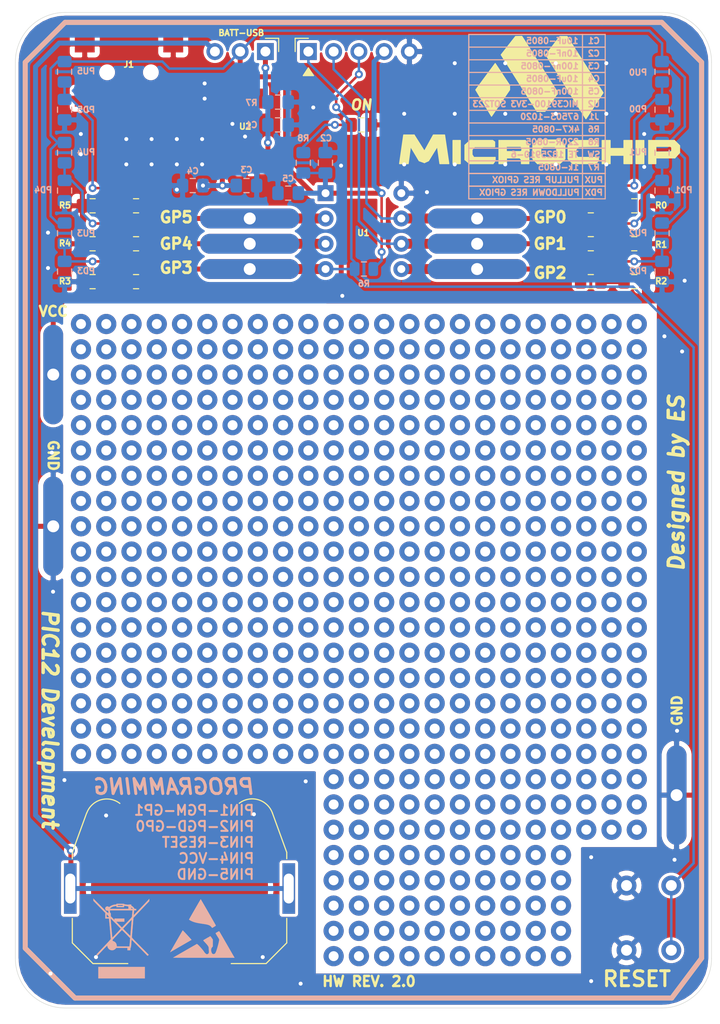
<source format=kicad_pcb>
(kicad_pcb (version 20171130) (host pcbnew "(5.1.5)-2")
  (layers (0 F.Cu signal) (31 B.Cu signal) (34 B.Paste user) (35 F.Paste user) (36 B.SilkS user) (37 F.SilkS user) (38 B.Mask user) (39 F.Mask user) (44 Edge.Cuts user))
  (net 0 "")
  (net 1 GND)
  (net 2 GP0)
  (net 3 "Net-(D0-Pad1)")
  (net 4 GP1)
  (net 5 "Net-(D1-Pad1)")
  (net 6 GP2)
  (net 7 "Net-(D2-Pad1)")
  (net 8 GP3)
  (net 9 "Net-(D3-Pad1)")
  (net 10 GP4)
  (net 11 "Net-(D4-Pad1)")
  (net 12 GP5)
  (net 13 "Net-(D5-Pad1)")
  (net 14 "Net-(ON1-Pad2)")
  (net 15 "Net-(BT1-Pad1)")
  (net 16 +3V3)
  (net 17 VDD)
  (net 18 +5V)
  (net 19 DATA+)
  (net 20 DATA-)
  (module Symbol:WEEE-Logo_5.6x8mm_SilkScreen (layer B.Cu) (at 132.065 139.0805 180)
    (fp_text reference REF** hide)
    (fp_text value WEEE-Logo_5.6x8mm_SilkScreen hide)
  )
  (module Symbol:ESD-Logo_6.6x6mm_SilkScreen (layer B.Cu) (at 140.193 138.0645 180)
    (fp_text reference REF** hide)
    (fp_text value ESD-Logo_6.6x6mm_SilkScreen hide)
  )
  (module PCB_ENRICO_FOOTPRINT:TP_EN0 (layer F.Cu) (at 125.207 97.6785 90)
    (fp_text reference GND2 hide)
    (fp_text value TestPoint)
    (pad 1 thru_hole oval (at 0 0 90) (size 10 2) (drill 1.2) (layers *.Cu *.Mask) (net 1 GND))
  )
  (module PCB_ENRICO_FOOTPRINT:TP_EN0 (layer F.Cu) (at 125.207 82.4385 90)
    (fp_text reference VCC1 hide)
    (fp_text value TestPoint)
    (pad 1 thru_hole oval (at 0 0 90) (size 10 2) (drill 1.2) (layers *.Cu *.Mask) (net 17 VDD))
  )
  (module Connector_PinSocket_2.54mm:PinSocket_1x05_P2.54mm_Vertical (layer F.Cu) (at 150.861 49.99 90)
    (fp_text reference PROG1 hide)
    (fp_text value Conn_01x05)
    (pad 5 thru_hole oval (at 0 10.16 90) (size 1.7 1.7) (drill 1) (layers *.Cu *.Mask) (net 1 GND))
    (pad 4 thru_hole oval (at 0 7.62 90) (size 1.7 1.7) (drill 1) (layers *.Cu *.Mask) (net 17 VDD))
    (pad 3 thru_hole oval (at 0 5.08 90) (size 1.7 1.7) (drill 1) (layers *.Cu *.Mask) (net 8 GP3))
    (pad 2 thru_hole oval (at 0 2.54 90) (size 1.7 1.7) (drill 1) (layers *.Cu *.Mask) (net 2 GP0))
    (pad 1 thru_hole rect (at 0 0 90) (size 1.7 1.7) (drill 1) (layers *.Cu *.Mask) (net 4 GP1))
  )
  (module "PCB_ENRICO_FOOTPRINT:THT 80x80x40" (layer F.Cu) (at 183.881 128.1585)
    (fp_text reference REF** hide)
    (fp_text value "THT 80x80x40")
    (pad 1 thru_hole circle (at 0 0) (size 2.032 2.032) (drill 1) (layers *.Cu *.Mask))
  )
  (module "PCB_ENRICO_FOOTPRINT:THT 80x80x40" (layer F.Cu) (at 183.881 125.6185)
    (fp_text reference REF** hide)
    (fp_text value "THT 80x80x40")
    (pad 1 thru_hole circle (at 0 0) (size 2.032 2.032) (drill 1) (layers *.Cu *.Mask))
  )
  (module "PCB_ENRICO_FOOTPRINT:THT 80x80x40" (layer F.Cu) (at 183.881 123.0785)
    (fp_text reference REF** hide)
    (fp_text value "THT 80x80x40")
    (pad 1 thru_hole circle (at 0 0) (size 2.032 2.032) (drill 1) (layers *.Cu *.Mask))
  )
  (module "PCB_ENRICO_FOOTPRINT:THT 80x80x40" (layer F.Cu) (at 183.881 115.4585)
    (fp_text reference REF** hide)
    (fp_text value "THT 80x80x40")
    (pad 1 thru_hole circle (at 0 0) (size 2.032 2.032) (drill 1) (layers *.Cu *.Mask))
  )
  (module "PCB_ENRICO_FOOTPRINT:THT 80x80x40" (layer F.Cu) (at 183.881 97.6785)
    (fp_text reference REF** hide)
    (fp_text value "THT 80x80x40")
    (pad 1 thru_hole circle (at 0 0) (size 2.032 2.032) (drill 1) (layers *.Cu *.Mask))
  )
  (module "PCB_ENRICO_FOOTPRINT:THT 80x80x40" (layer F.Cu) (at 183.881 102.7585)
    (fp_text reference REF** hide)
    (fp_text value "THT 80x80x40")
    (pad 1 thru_hole circle (at 0 0) (size 2.032 2.032) (drill 1) (layers *.Cu *.Mask))
  )
  (module "PCB_ENRICO_FOOTPRINT:THT 80x80x40" (layer F.Cu) (at 183.881 100.2185)
    (fp_text reference REF** hide)
    (fp_text value "THT 80x80x40")
    (pad 1 thru_hole circle (at 0 0) (size 2.032 2.032) (drill 1) (layers *.Cu *.Mask))
  )
  (module "PCB_ENRICO_FOOTPRINT:THT 80x80x40" (layer F.Cu) (at 183.881 95.1385)
    (fp_text reference REF** hide)
    (fp_text value "THT 80x80x40")
    (pad 1 thru_hole circle (at 0 0) (size 2.032 2.032) (drill 1) (layers *.Cu *.Mask))
  )
  (module "PCB_ENRICO_FOOTPRINT:THT 80x80x40" (layer F.Cu) (at 183.881 107.8385)
    (fp_text reference REF** hide)
    (fp_text value "THT 80x80x40")
    (pad 1 thru_hole circle (at 0 0) (size 2.032 2.032) (drill 1) (layers *.Cu *.Mask))
  )
  (module "PCB_ENRICO_FOOTPRINT:THT 80x80x40" (layer F.Cu) (at 183.881 90.0585)
    (fp_text reference REF** hide)
    (fp_text value "THT 80x80x40")
    (pad 1 thru_hole circle (at 0 0) (size 2.032 2.032) (drill 1) (layers *.Cu *.Mask))
  )
  (module "PCB_ENRICO_FOOTPRINT:THT 80x80x40" (layer F.Cu) (at 183.881 84.9785)
    (fp_text reference REF** hide)
    (fp_text value "THT 80x80x40")
    (pad 1 thru_hole circle (at 0 0) (size 2.032 2.032) (drill 1) (layers *.Cu *.Mask))
  )
  (module "PCB_ENRICO_FOOTPRINT:THT 80x80x40" (layer F.Cu) (at 183.881 110.3785)
    (fp_text reference REF** hide)
    (fp_text value "THT 80x80x40")
    (pad 1 thru_hole circle (at 0 0) (size 2.032 2.032) (drill 1) (layers *.Cu *.Mask))
  )
  (module "PCB_ENRICO_FOOTPRINT:THT 80x80x40" (layer F.Cu) (at 183.881 79.8985)
    (fp_text reference REF** hide)
    (fp_text value "THT 80x80x40")
    (pad 1 thru_hole circle (at 0 0) (size 2.032 2.032) (drill 1) (layers *.Cu *.Mask))
  )
  (module "PCB_ENRICO_FOOTPRINT:THT 80x80x40" (layer F.Cu) (at 183.881 105.2985)
    (fp_text reference REF** hide)
    (fp_text value "THT 80x80x40")
    (pad 1 thru_hole circle (at 0 0) (size 2.032 2.032) (drill 1) (layers *.Cu *.Mask))
  )
  (module "PCB_ENRICO_FOOTPRINT:THT 80x80x40" (layer F.Cu) (at 183.881 112.9185)
    (fp_text reference REF** hide)
    (fp_text value "THT 80x80x40")
    (pad 1 thru_hole circle (at 0 0) (size 2.032 2.032) (drill 1) (layers *.Cu *.Mask))
  )
  (module "PCB_ENRICO_FOOTPRINT:THT 80x80x40" (layer F.Cu) (at 183.881 92.5985)
    (fp_text reference REF** hide)
    (fp_text value "THT 80x80x40")
    (pad 1 thru_hole circle (at 0 0) (size 2.032 2.032) (drill 1) (layers *.Cu *.Mask))
  )
  (module "PCB_ENRICO_FOOTPRINT:THT 80x80x40" (layer F.Cu) (at 183.881 82.4385)
    (fp_text reference REF** hide)
    (fp_text value "THT 80x80x40")
    (pad 1 thru_hole circle (at 0 0) (size 2.032 2.032) (drill 1) (layers *.Cu *.Mask))
  )
  (module "PCB_ENRICO_FOOTPRINT:THT 80x80x40" (layer F.Cu) (at 183.881 87.5185)
    (fp_text reference REF** hide)
    (fp_text value "THT 80x80x40")
    (pad 1 thru_hole circle (at 0 0) (size 2.032 2.032) (drill 1) (layers *.Cu *.Mask))
  )
  (module "PCB_ENRICO_FOOTPRINT:THT 80x80x40" (layer F.Cu) (at 183.881 120.5385)
    (fp_text reference REF** hide)
    (fp_text value "THT 80x80x40")
    (pad 1 thru_hole circle (at 0 0) (size 2.032 2.032) (drill 1) (layers *.Cu *.Mask))
  )
  (module "PCB_ENRICO_FOOTPRINT:THT 80x80x40" (layer F.Cu) (at 183.881 117.9985)
    (fp_text reference REF** hide)
    (fp_text value "THT 80x80x40")
    (pad 1 thru_hole circle (at 0 0) (size 2.032 2.032) (drill 1) (layers *.Cu *.Mask))
  )
  (module "PCB_ENRICO_FOOTPRINT:THT 80x80x40" (layer F.Cu) (at 183.881 77.3585)
    (fp_text reference REF** hide)
    (fp_text value "THT 80x80x40")
    (pad 1 thru_hole circle (at 0 0) (size 2.032 2.032) (drill 1) (layers *.Cu *.Mask))
  )
  (module "PCB_ENRICO_FOOTPRINT:THT 80x80x40" (layer F.Cu) (at 181.341 128.1585)
    (fp_text reference REF** hide)
    (fp_text value "THT 80x80x40")
    (pad 1 thru_hole circle (at 0 0) (size 2.032 2.032) (drill 1) (layers *.Cu *.Mask))
  )
  (module "PCB_ENRICO_FOOTPRINT:THT 80x80x40" (layer F.Cu) (at 178.801 128.1585)
    (fp_text reference REF** hide)
    (fp_text value "THT 80x80x40")
    (pad 1 thru_hole circle (at 0 0) (size 2.032 2.032) (drill 1) (layers *.Cu *.Mask))
  )
  (module "PCB_ENRICO_FOOTPRINT:THT 80x80x40" (layer F.Cu) (at 181.341 125.6185)
    (fp_text reference REF** hide)
    (fp_text value "THT 80x80x40")
    (pad 1 thru_hole circle (at 0 0) (size 2.032 2.032) (drill 1) (layers *.Cu *.Mask))
  )
  (module "PCB_ENRICO_FOOTPRINT:THT 80x80x40" (layer F.Cu) (at 178.801 125.6185)
    (fp_text reference REF** hide)
    (fp_text value "THT 80x80x40")
    (pad 1 thru_hole circle (at 0 0) (size 2.032 2.032) (drill 1) (layers *.Cu *.Mask))
  )
  (module "PCB_ENRICO_FOOTPRINT:THT 80x80x40" (layer F.Cu) (at 181.341 123.0785)
    (fp_text reference REF** hide)
    (fp_text value "THT 80x80x40")
    (pad 1 thru_hole circle (at 0 0) (size 2.032 2.032) (drill 1) (layers *.Cu *.Mask))
  )
  (module "PCB_ENRICO_FOOTPRINT:THT 80x80x40" (layer F.Cu) (at 178.801 123.0785)
    (fp_text reference REF** hide)
    (fp_text value "THT 80x80x40")
    (pad 1 thru_hole circle (at 0 0) (size 2.032 2.032) (drill 1) (layers *.Cu *.Mask))
  )
  (module "PCB_ENRICO_FOOTPRINT:THT 80x80x40" (layer F.Cu) (at 171.181 135.7785)
    (fp_text reference REF** hide)
    (fp_text value "THT 80x80x40")
    (pad 1 thru_hole circle (at 0 0) (size 2.032 2.032) (drill 1) (layers *.Cu *.Mask))
  )
  (module "PCB_ENRICO_FOOTPRINT:THT 80x80x40" (layer F.Cu) (at 171.181 133.2385)
    (fp_text reference REF** hide)
    (fp_text value "THT 80x80x40")
    (pad 1 thru_hole circle (at 0 0) (size 2.032 2.032) (drill 1) (layers *.Cu *.Mask))
  )
  (module "PCB_ENRICO_FOOTPRINT:THT 80x80x40" (layer F.Cu) (at 176.261 135.7785)
    (fp_text reference REF** hide)
    (fp_text value "THT 80x80x40")
    (pad 1 thru_hole circle (at 0 0) (size 2.032 2.032) (drill 1) (layers *.Cu *.Mask))
  )
  (module "PCB_ENRICO_FOOTPRINT:THT 80x80x40" (layer F.Cu) (at 168.641 135.7785)
    (fp_text reference REF** hide)
    (fp_text value "THT 80x80x40")
    (pad 1 thru_hole circle (at 0 0) (size 2.032 2.032) (drill 1) (layers *.Cu *.Mask))
  )
  (module "PCB_ENRICO_FOOTPRINT:THT 80x80x40" (layer F.Cu) (at 173.721 133.2385)
    (fp_text reference REF** hide)
    (fp_text value "THT 80x80x40")
    (pad 1 thru_hole circle (at 0 0) (size 2.032 2.032) (drill 1) (layers *.Cu *.Mask))
  )
  (module "PCB_ENRICO_FOOTPRINT:THT 80x80x40" (layer F.Cu) (at 173.721 135.7785)
    (fp_text reference REF** hide)
    (fp_text value "THT 80x80x40")
    (pad 1 thru_hole circle (at 0 0) (size 2.032 2.032) (drill 1) (layers *.Cu *.Mask))
  )
  (module "PCB_ENRICO_FOOTPRINT:THT 80x80x40" (layer F.Cu) (at 176.261 133.2385)
    (fp_text reference REF** hide)
    (fp_text value "THT 80x80x40")
    (pad 1 thru_hole circle (at 0 0) (size 2.032 2.032) (drill 1) (layers *.Cu *.Mask))
  )
  (module "PCB_ENRICO_FOOTPRINT:THT 80x80x40" (layer F.Cu) (at 168.641 133.2385)
    (fp_text reference REF** hide)
    (fp_text value "THT 80x80x40")
    (pad 1 thru_hole circle (at 0 0) (size 2.032 2.032) (drill 1) (layers *.Cu *.Mask))
  )
  (module "PCB_ENRICO_FOOTPRINT:THT 80x80x40" (layer F.Cu) (at 166.101 135.7785)
    (fp_text reference REF** hide)
    (fp_text value "THT 80x80x40")
    (pad 1 thru_hole circle (at 0 0) (size 2.032 2.032) (drill 1) (layers *.Cu *.Mask))
  )
  (module "PCB_ENRICO_FOOTPRINT:THT 80x80x40" (layer F.Cu) (at 161.021 133.2385)
    (fp_text reference REF** hide)
    (fp_text value "THT 80x80x40")
    (pad 1 thru_hole circle (at 0 0) (size 2.032 2.032) (drill 1) (layers *.Cu *.Mask))
  )
  (module "PCB_ENRICO_FOOTPRINT:THT 80x80x40" (layer F.Cu) (at 161.021 135.7785)
    (fp_text reference REF** hide)
    (fp_text value "THT 80x80x40")
    (pad 1 thru_hole circle (at 0 0) (size 2.032 2.032) (drill 1) (layers *.Cu *.Mask))
  )
  (module "PCB_ENRICO_FOOTPRINT:THT 80x80x40" (layer F.Cu) (at 163.561 135.7785)
    (fp_text reference REF** hide)
    (fp_text value "THT 80x80x40")
    (pad 1 thru_hole circle (at 0 0) (size 2.032 2.032) (drill 1) (layers *.Cu *.Mask))
  )
  (module "PCB_ENRICO_FOOTPRINT:THT 80x80x40" (layer F.Cu) (at 163.561 133.2385)
    (fp_text reference REF** hide)
    (fp_text value "THT 80x80x40")
    (pad 1 thru_hole circle (at 0 0) (size 2.032 2.032) (drill 1) (layers *.Cu *.Mask))
  )
  (module "PCB_ENRICO_FOOTPRINT:THT 80x80x40" (layer F.Cu) (at 158.481 135.7785)
    (fp_text reference REF** hide)
    (fp_text value "THT 80x80x40")
    (pad 1 thru_hole circle (at 0 0) (size 2.032 2.032) (drill 1) (layers *.Cu *.Mask))
  )
  (module "PCB_ENRICO_FOOTPRINT:THT 80x80x40" (layer F.Cu) (at 166.101 133.2385)
    (fp_text reference REF** hide)
    (fp_text value "THT 80x80x40")
    (pad 1 thru_hole circle (at 0 0) (size 2.032 2.032) (drill 1) (layers *.Cu *.Mask))
  )
  (module "PCB_ENRICO_FOOTPRINT:THT 80x80x40" (layer F.Cu) (at 158.481 133.2385)
    (fp_text reference REF** hide)
    (fp_text value "THT 80x80x40")
    (pad 1 thru_hole circle (at 0 0) (size 2.032 2.032) (drill 1) (layers *.Cu *.Mask))
  )
  (module "PCB_ENRICO_FOOTPRINT:THT 80x80x40" (layer F.Cu) (at 153.401 135.7785)
    (fp_text reference REF** hide)
    (fp_text value "THT 80x80x40")
    (pad 1 thru_hole circle (at 0 0) (size 2.032 2.032) (drill 1) (layers *.Cu *.Mask))
  )
  (module "PCB_ENRICO_FOOTPRINT:THT 80x80x40" (layer F.Cu) (at 155.941 133.2385)
    (fp_text reference REF** hide)
    (fp_text value "THT 80x80x40")
    (pad 1 thru_hole circle (at 0 0) (size 2.032 2.032) (drill 1) (layers *.Cu *.Mask))
  )
  (module "PCB_ENRICO_FOOTPRINT:THT 80x80x40" (layer F.Cu) (at 155.941 135.7785)
    (fp_text reference REF** hide)
    (fp_text value "THT 80x80x40")
    (pad 1 thru_hole circle (at 0 0) (size 2.032 2.032) (drill 1) (layers *.Cu *.Mask))
  )
  (module "PCB_ENRICO_FOOTPRINT:THT 80x80x40" (layer F.Cu) (at 153.401 133.2385)
    (fp_text reference REF** hide)
    (fp_text value "THT 80x80x40")
    (pad 1 thru_hole circle (at 0 0) (size 2.032 2.032) (drill 1) (layers *.Cu *.Mask))
  )
  (module "PCB_ENRICO_FOOTPRINT:THT 80x80x40" (layer F.Cu) (at 171.181 138.3185)
    (fp_text reference REF** hide)
    (fp_text value "THT 80x80x40")
    (pad 1 thru_hole circle (at 0 0) (size 2.032 2.032) (drill 1) (layers *.Cu *.Mask))
  )
  (module "PCB_ENRICO_FOOTPRINT:THT 80x80x40" (layer F.Cu) (at 176.261 140.8585)
    (fp_text reference REF** hide)
    (fp_text value "THT 80x80x40")
    (pad 1 thru_hole circle (at 0 0) (size 2.032 2.032) (drill 1) (layers *.Cu *.Mask))
  )
  (module "PCB_ENRICO_FOOTPRINT:THT 80x80x40" (layer F.Cu) (at 173.721 138.3185)
    (fp_text reference REF** hide)
    (fp_text value "THT 80x80x40")
    (pad 1 thru_hole circle (at 0 0) (size 2.032 2.032) (drill 1) (layers *.Cu *.Mask))
  )
  (module "PCB_ENRICO_FOOTPRINT:THT 80x80x40" (layer F.Cu) (at 176.261 138.3185)
    (fp_text reference REF** hide)
    (fp_text value "THT 80x80x40")
    (pad 1 thru_hole circle (at 0 0) (size 2.032 2.032) (drill 1) (layers *.Cu *.Mask))
  )
  (module "PCB_ENRICO_FOOTPRINT:THT 80x80x40" (layer F.Cu) (at 168.641 138.3185)
    (fp_text reference REF** hide)
    (fp_text value "THT 80x80x40")
    (pad 1 thru_hole circle (at 0 0) (size 2.032 2.032) (drill 1) (layers *.Cu *.Mask))
  )
  (module "PCB_ENRICO_FOOTPRINT:THT 80x80x40" (layer F.Cu) (at 161.021 138.3185)
    (fp_text reference REF** hide)
    (fp_text value "THT 80x80x40")
    (pad 1 thru_hole circle (at 0 0) (size 2.032 2.032) (drill 1) (layers *.Cu *.Mask))
  )
  (module "PCB_ENRICO_FOOTPRINT:THT 80x80x40" (layer F.Cu) (at 161.021 140.8585)
    (fp_text reference REF** hide)
    (fp_text value "THT 80x80x40")
    (pad 1 thru_hole circle (at 0 0) (size 2.032 2.032) (drill 1) (layers *.Cu *.Mask))
  )
  (module "PCB_ENRICO_FOOTPRINT:THT 80x80x40" (layer F.Cu) (at 158.481 140.8585)
    (fp_text reference REF** hide)
    (fp_text value "THT 80x80x40")
    (pad 1 thru_hole circle (at 0 0) (size 2.032 2.032) (drill 1) (layers *.Cu *.Mask))
  )
  (module "PCB_ENRICO_FOOTPRINT:THT 80x80x40" (layer F.Cu) (at 163.561 140.8585)
    (fp_text reference REF** hide)
    (fp_text value "THT 80x80x40")
    (pad 1 thru_hole circle (at 0 0) (size 2.032 2.032) (drill 1) (layers *.Cu *.Mask))
  )
  (module "PCB_ENRICO_FOOTPRINT:THT 80x80x40" (layer F.Cu) (at 155.941 140.8585)
    (fp_text reference REF** hide)
    (fp_text value "THT 80x80x40")
    (pad 1 thru_hole circle (at 0 0) (size 2.032 2.032) (drill 1) (layers *.Cu *.Mask))
  )
  (module "PCB_ENRICO_FOOTPRINT:THT 80x80x40" (layer F.Cu) (at 153.401 138.3185)
    (fp_text reference REF** hide)
    (fp_text value "THT 80x80x40")
    (pad 1 thru_hole circle (at 0 0) (size 2.032 2.032) (drill 1) (layers *.Cu *.Mask))
  )
  (module "PCB_ENRICO_FOOTPRINT:THT 80x80x40" (layer F.Cu) (at 163.561 138.3185)
    (fp_text reference REF** hide)
    (fp_text value "THT 80x80x40")
    (pad 1 thru_hole circle (at 0 0) (size 2.032 2.032) (drill 1) (layers *.Cu *.Mask))
  )
  (module "PCB_ENRICO_FOOTPRINT:THT 80x80x40" (layer F.Cu) (at 166.101 138.3185)
    (fp_text reference REF** hide)
    (fp_text value "THT 80x80x40")
    (pad 1 thru_hole circle (at 0 0) (size 2.032 2.032) (drill 1) (layers *.Cu *.Mask))
  )
  (module "PCB_ENRICO_FOOTPRINT:THT 80x80x40" (layer F.Cu) (at 171.181 140.8585)
    (fp_text reference REF** hide)
    (fp_text value "THT 80x80x40")
    (pad 1 thru_hole circle (at 0 0) (size 2.032 2.032) (drill 1) (layers *.Cu *.Mask))
  )
  (module "PCB_ENRICO_FOOTPRINT:THT 80x80x40" (layer F.Cu) (at 158.481 138.3185)
    (fp_text reference REF** hide)
    (fp_text value "THT 80x80x40")
    (pad 1 thru_hole circle (at 0 0) (size 2.032 2.032) (drill 1) (layers *.Cu *.Mask))
  )
  (module "PCB_ENRICO_FOOTPRINT:THT 80x80x40" (layer F.Cu) (at 168.641 140.8585)
    (fp_text reference REF** hide)
    (fp_text value "THT 80x80x40")
    (pad 1 thru_hole circle (at 0 0) (size 2.032 2.032) (drill 1) (layers *.Cu *.Mask))
  )
  (module "PCB_ENRICO_FOOTPRINT:THT 80x80x40" (layer F.Cu) (at 173.721 140.8585)
    (fp_text reference REF** hide)
    (fp_text value "THT 80x80x40")
    (pad 1 thru_hole circle (at 0 0) (size 2.032 2.032) (drill 1) (layers *.Cu *.Mask))
  )
  (module "PCB_ENRICO_FOOTPRINT:THT 80x80x40" (layer F.Cu) (at 166.101 140.8585)
    (fp_text reference REF** hide)
    (fp_text value "THT 80x80x40")
    (pad 1 thru_hole circle (at 0 0) (size 2.032 2.032) (drill 1) (layers *.Cu *.Mask))
  )
  (module "PCB_ENRICO_FOOTPRINT:THT 80x80x40" (layer F.Cu) (at 153.401 140.8585)
    (fp_text reference REF** hide)
    (fp_text value "THT 80x80x40")
    (pad 1 thru_hole circle (at 0 0) (size 2.032 2.032) (drill 1) (layers *.Cu *.Mask))
  )
  (module "PCB_ENRICO_FOOTPRINT:THT 80x80x40" (layer F.Cu) (at 155.941 138.3185)
    (fp_text reference REF** hide)
    (fp_text value "THT 80x80x40")
    (pad 1 thru_hole circle (at 0 0) (size 2.032 2.032) (drill 1) (layers *.Cu *.Mask))
  )
  (module "PCB_ENRICO_FOOTPRINT:THT 80x80x40" (layer F.Cu) (at 171.181 125.6185)
    (fp_text reference REF** hide)
    (fp_text value "THT 80x80x40")
    (pad 1 thru_hole circle (at 0 0) (size 2.032 2.032) (drill 1) (layers *.Cu *.Mask))
  )
  (module "PCB_ENRICO_FOOTPRINT:THT 80x80x40" (layer F.Cu) (at 171.181 123.0785)
    (fp_text reference REF** hide)
    (fp_text value "THT 80x80x40")
    (pad 1 thru_hole circle (at 0 0) (size 2.032 2.032) (drill 1) (layers *.Cu *.Mask))
  )
  (module "PCB_ENRICO_FOOTPRINT:THT 80x80x40" (layer F.Cu) (at 176.261 125.6185)
    (fp_text reference REF** hide)
    (fp_text value "THT 80x80x40")
    (pad 1 thru_hole circle (at 0 0) (size 2.032 2.032) (drill 1) (layers *.Cu *.Mask))
  )
  (module "PCB_ENRICO_FOOTPRINT:THT 80x80x40" (layer F.Cu) (at 168.641 125.6185)
    (fp_text reference REF** hide)
    (fp_text value "THT 80x80x40")
    (pad 1 thru_hole circle (at 0 0) (size 2.032 2.032) (drill 1) (layers *.Cu *.Mask))
  )
  (module "PCB_ENRICO_FOOTPRINT:THT 80x80x40" (layer F.Cu) (at 173.721 123.0785)
    (fp_text reference REF** hide)
    (fp_text value "THT 80x80x40")
    (pad 1 thru_hole circle (at 0 0) (size 2.032 2.032) (drill 1) (layers *.Cu *.Mask))
  )
  (module "PCB_ENRICO_FOOTPRINT:THT 80x80x40" (layer F.Cu) (at 173.721 125.6185)
    (fp_text reference REF** hide)
    (fp_text value "THT 80x80x40")
    (pad 1 thru_hole circle (at 0 0) (size 2.032 2.032) (drill 1) (layers *.Cu *.Mask))
  )
  (module "PCB_ENRICO_FOOTPRINT:THT 80x80x40" (layer F.Cu) (at 176.261 123.0785)
    (fp_text reference REF** hide)
    (fp_text value "THT 80x80x40")
    (pad 1 thru_hole circle (at 0 0) (size 2.032 2.032) (drill 1) (layers *.Cu *.Mask))
  )
  (module "PCB_ENRICO_FOOTPRINT:THT 80x80x40" (layer F.Cu) (at 168.641 123.0785)
    (fp_text reference REF** hide)
    (fp_text value "THT 80x80x40")
    (pad 1 thru_hole circle (at 0 0) (size 2.032 2.032) (drill 1) (layers *.Cu *.Mask))
  )
  (module "PCB_ENRICO_FOOTPRINT:THT 80x80x40" (layer F.Cu) (at 166.101 125.6185)
    (fp_text reference REF** hide)
    (fp_text value "THT 80x80x40")
    (pad 1 thru_hole circle (at 0 0) (size 2.032 2.032) (drill 1) (layers *.Cu *.Mask))
  )
  (module "PCB_ENRICO_FOOTPRINT:THT 80x80x40" (layer F.Cu) (at 161.021 123.0785)
    (fp_text reference REF** hide)
    (fp_text value "THT 80x80x40")
    (pad 1 thru_hole circle (at 0 0) (size 2.032 2.032) (drill 1) (layers *.Cu *.Mask))
  )
  (module "PCB_ENRICO_FOOTPRINT:THT 80x80x40" (layer F.Cu) (at 161.021 125.6185)
    (fp_text reference REF** hide)
    (fp_text value "THT 80x80x40")
    (pad 1 thru_hole circle (at 0 0) (size 2.032 2.032) (drill 1) (layers *.Cu *.Mask))
  )
  (module "PCB_ENRICO_FOOTPRINT:THT 80x80x40" (layer F.Cu) (at 163.561 125.6185)
    (fp_text reference REF** hide)
    (fp_text value "THT 80x80x40")
    (pad 1 thru_hole circle (at 0 0) (size 2.032 2.032) (drill 1) (layers *.Cu *.Mask))
  )
  (module "PCB_ENRICO_FOOTPRINT:THT 80x80x40" (layer F.Cu) (at 163.561 123.0785)
    (fp_text reference REF** hide)
    (fp_text value "THT 80x80x40")
    (pad 1 thru_hole circle (at 0 0) (size 2.032 2.032) (drill 1) (layers *.Cu *.Mask))
  )
  (module "PCB_ENRICO_FOOTPRINT:THT 80x80x40" (layer F.Cu) (at 158.481 125.6185)
    (fp_text reference REF** hide)
    (fp_text value "THT 80x80x40")
    (pad 1 thru_hole circle (at 0 0) (size 2.032 2.032) (drill 1) (layers *.Cu *.Mask))
  )
  (module "PCB_ENRICO_FOOTPRINT:THT 80x80x40" (layer F.Cu) (at 166.101 123.0785)
    (fp_text reference REF** hide)
    (fp_text value "THT 80x80x40")
    (pad 1 thru_hole circle (at 0 0) (size 2.032 2.032) (drill 1) (layers *.Cu *.Mask))
  )
  (module "PCB_ENRICO_FOOTPRINT:THT 80x80x40" (layer F.Cu) (at 158.481 123.0785)
    (fp_text reference REF** hide)
    (fp_text value "THT 80x80x40")
    (pad 1 thru_hole circle (at 0 0) (size 2.032 2.032) (drill 1) (layers *.Cu *.Mask))
  )
  (module "PCB_ENRICO_FOOTPRINT:THT 80x80x40" (layer F.Cu) (at 153.401 125.6185)
    (fp_text reference REF** hide)
    (fp_text value "THT 80x80x40")
    (pad 1 thru_hole circle (at 0 0) (size 2.032 2.032) (drill 1) (layers *.Cu *.Mask))
  )
  (module "PCB_ENRICO_FOOTPRINT:THT 80x80x40" (layer F.Cu) (at 155.941 123.0785)
    (fp_text reference REF** hide)
    (fp_text value "THT 80x80x40")
    (pad 1 thru_hole circle (at 0 0) (size 2.032 2.032) (drill 1) (layers *.Cu *.Mask))
  )
  (module "PCB_ENRICO_FOOTPRINT:THT 80x80x40" (layer F.Cu) (at 155.941 125.6185)
    (fp_text reference REF** hide)
    (fp_text value "THT 80x80x40")
    (pad 1 thru_hole circle (at 0 0) (size 2.032 2.032) (drill 1) (layers *.Cu *.Mask))
  )
  (module "PCB_ENRICO_FOOTPRINT:THT 80x80x40" (layer F.Cu) (at 153.401 123.0785)
    (fp_text reference REF** hide)
    (fp_text value "THT 80x80x40")
    (pad 1 thru_hole circle (at 0 0) (size 2.032 2.032) (drill 1) (layers *.Cu *.Mask))
  )
  (module "PCB_ENRICO_FOOTPRINT:THT 80x80x40" (layer F.Cu) (at 171.181 128.1585)
    (fp_text reference REF** hide)
    (fp_text value "THT 80x80x40")
    (pad 1 thru_hole circle (at 0 0) (size 2.032 2.032) (drill 1) (layers *.Cu *.Mask))
  )
  (module "PCB_ENRICO_FOOTPRINT:THT 80x80x40" (layer F.Cu) (at 176.261 130.6985)
    (fp_text reference REF** hide)
    (fp_text value "THT 80x80x40")
    (pad 1 thru_hole circle (at 0 0) (size 2.032 2.032) (drill 1) (layers *.Cu *.Mask))
  )
  (module "PCB_ENRICO_FOOTPRINT:THT 80x80x40" (layer F.Cu) (at 173.721 128.1585)
    (fp_text reference REF** hide)
    (fp_text value "THT 80x80x40")
    (pad 1 thru_hole circle (at 0 0) (size 2.032 2.032) (drill 1) (layers *.Cu *.Mask))
  )
  (module "PCB_ENRICO_FOOTPRINT:THT 80x80x40" (layer F.Cu) (at 176.261 128.1585)
    (fp_text reference REF** hide)
    (fp_text value "THT 80x80x40")
    (pad 1 thru_hole circle (at 0 0) (size 2.032 2.032) (drill 1) (layers *.Cu *.Mask))
  )
  (module "PCB_ENRICO_FOOTPRINT:THT 80x80x40" (layer F.Cu) (at 168.641 128.1585)
    (fp_text reference REF** hide)
    (fp_text value "THT 80x80x40")
    (pad 1 thru_hole circle (at 0 0) (size 2.032 2.032) (drill 1) (layers *.Cu *.Mask))
  )
  (module "PCB_ENRICO_FOOTPRINT:THT 80x80x40" (layer F.Cu) (at 161.021 128.1585)
    (fp_text reference REF** hide)
    (fp_text value "THT 80x80x40")
    (pad 1 thru_hole circle (at 0 0) (size 2.032 2.032) (drill 1) (layers *.Cu *.Mask))
  )
  (module "PCB_ENRICO_FOOTPRINT:THT 80x80x40" (layer F.Cu) (at 161.021 130.6985)
    (fp_text reference REF** hide)
    (fp_text value "THT 80x80x40")
    (pad 1 thru_hole circle (at 0 0) (size 2.032 2.032) (drill 1) (layers *.Cu *.Mask))
  )
  (module "PCB_ENRICO_FOOTPRINT:THT 80x80x40" (layer F.Cu) (at 158.481 130.6985)
    (fp_text reference REF** hide)
    (fp_text value "THT 80x80x40")
    (pad 1 thru_hole circle (at 0 0) (size 2.032 2.032) (drill 1) (layers *.Cu *.Mask))
  )
  (module "PCB_ENRICO_FOOTPRINT:THT 80x80x40" (layer F.Cu) (at 163.561 130.6985)
    (fp_text reference REF** hide)
    (fp_text value "THT 80x80x40")
    (pad 1 thru_hole circle (at 0 0) (size 2.032 2.032) (drill 1) (layers *.Cu *.Mask))
  )
  (module "PCB_ENRICO_FOOTPRINT:THT 80x80x40" (layer F.Cu) (at 155.941 130.6985)
    (fp_text reference REF** hide)
    (fp_text value "THT 80x80x40")
    (pad 1 thru_hole circle (at 0 0) (size 2.032 2.032) (drill 1) (layers *.Cu *.Mask))
  )
  (module "PCB_ENRICO_FOOTPRINT:THT 80x80x40" (layer F.Cu) (at 153.401 128.1585)
    (fp_text reference REF** hide)
    (fp_text value "THT 80x80x40")
    (pad 1 thru_hole circle (at 0 0) (size 2.032 2.032) (drill 1) (layers *.Cu *.Mask))
  )
  (module "PCB_ENRICO_FOOTPRINT:THT 80x80x40" (layer F.Cu) (at 163.561 128.1585)
    (fp_text reference REF** hide)
    (fp_text value "THT 80x80x40")
    (pad 1 thru_hole circle (at 0 0) (size 2.032 2.032) (drill 1) (layers *.Cu *.Mask))
  )
  (module "PCB_ENRICO_FOOTPRINT:THT 80x80x40" (layer F.Cu) (at 166.101 128.1585)
    (fp_text reference REF** hide)
    (fp_text value "THT 80x80x40")
    (pad 1 thru_hole circle (at 0 0) (size 2.032 2.032) (drill 1) (layers *.Cu *.Mask))
  )
  (module "PCB_ENRICO_FOOTPRINT:THT 80x80x40" (layer F.Cu) (at 171.181 130.6985)
    (fp_text reference REF** hide)
    (fp_text value "THT 80x80x40")
    (pad 1 thru_hole circle (at 0 0) (size 2.032 2.032) (drill 1) (layers *.Cu *.Mask))
  )
  (module "PCB_ENRICO_FOOTPRINT:THT 80x80x40" (layer F.Cu) (at 158.481 128.1585)
    (fp_text reference REF** hide)
    (fp_text value "THT 80x80x40")
    (pad 1 thru_hole circle (at 0 0) (size 2.032 2.032) (drill 1) (layers *.Cu *.Mask))
  )
  (module "PCB_ENRICO_FOOTPRINT:THT 80x80x40" (layer F.Cu) (at 168.641 130.6985)
    (fp_text reference REF** hide)
    (fp_text value "THT 80x80x40")
    (pad 1 thru_hole circle (at 0 0) (size 2.032 2.032) (drill 1) (layers *.Cu *.Mask))
  )
  (module "PCB_ENRICO_FOOTPRINT:THT 80x80x40" (layer F.Cu) (at 173.721 130.6985)
    (fp_text reference REF** hide)
    (fp_text value "THT 80x80x40")
    (pad 1 thru_hole circle (at 0 0) (size 2.032 2.032) (drill 1) (layers *.Cu *.Mask))
  )
  (module "PCB_ENRICO_FOOTPRINT:THT 80x80x40" (layer F.Cu) (at 166.101 130.6985)
    (fp_text reference REF** hide)
    (fp_text value "THT 80x80x40")
    (pad 1 thru_hole circle (at 0 0) (size 2.032 2.032) (drill 1) (layers *.Cu *.Mask))
  )
  (module "PCB_ENRICO_FOOTPRINT:THT 80x80x40" (layer F.Cu) (at 153.401 130.6985)
    (fp_text reference REF** hide)
    (fp_text value "THT 80x80x40")
    (pad 1 thru_hole circle (at 0 0) (size 2.032 2.032) (drill 1) (layers *.Cu *.Mask))
  )
  (module "PCB_ENRICO_FOOTPRINT:THT 80x80x40" (layer F.Cu) (at 155.941 128.1585)
    (fp_text reference REF** hide)
    (fp_text value "THT 80x80x40")
    (pad 1 thru_hole circle (at 0 0) (size 2.032 2.032) (drill 1) (layers *.Cu *.Mask))
  )
  (module "PCB_ENRICO_FOOTPRINT:THT 80x80x40" (layer F.Cu) (at 181.341 77.3585)
    (fp_text reference REF** hide)
    (fp_text value "THT 80x80x40")
    (pad 1 thru_hole circle (at 0 0) (size 2.032 2.032) (drill 1) (layers *.Cu *.Mask))
  )
  (module "PCB_ENRICO_FOOTPRINT:THT 80x80x40" (layer F.Cu) (at 173.721 77.3585)
    (fp_text reference REF** hide)
    (fp_text value "THT 80x80x40")
    (pad 1 thru_hole circle (at 0 0) (size 2.032 2.032) (drill 1) (layers *.Cu *.Mask))
  )
  (module "PCB_ENRICO_FOOTPRINT:THT 80x80x40" (layer F.Cu) (at 176.261 77.3585)
    (fp_text reference REF** hide)
    (fp_text value "THT 80x80x40")
    (pad 1 thru_hole circle (at 0 0) (size 2.032 2.032) (drill 1) (layers *.Cu *.Mask))
  )
  (module "PCB_ENRICO_FOOTPRINT:THT 80x80x40" (layer F.Cu) (at 178.801 77.3585)
    (fp_text reference REF** hide)
    (fp_text value "THT 80x80x40")
    (pad 1 thru_hole circle (at 0 0) (size 2.032 2.032) (drill 1) (layers *.Cu *.Mask))
  )
  (module "PCB_ENRICO_FOOTPRINT:THT 80x80x40" (layer F.Cu) (at 163.561 77.3585)
    (fp_text reference REF** hide)
    (fp_text value "THT 80x80x40")
    (pad 1 thru_hole circle (at 0 0) (size 2.032 2.032) (drill 1) (layers *.Cu *.Mask))
  )
  (module "PCB_ENRICO_FOOTPRINT:THT 80x80x40" (layer F.Cu) (at 171.181 77.3585)
    (fp_text reference REF** hide)
    (fp_text value "THT 80x80x40")
    (pad 1 thru_hole circle (at 0 0) (size 2.032 2.032) (drill 1) (layers *.Cu *.Mask))
  )
  (module "PCB_ENRICO_FOOTPRINT:THT 80x80x40" (layer F.Cu) (at 153.401 77.3585)
    (fp_text reference REF** hide)
    (fp_text value "THT 80x80x40")
    (pad 1 thru_hole circle (at 0 0) (size 2.032 2.032) (drill 1) (layers *.Cu *.Mask))
  )
  (module "PCB_ENRICO_FOOTPRINT:THT 80x80x40" (layer F.Cu) (at 168.641 77.3585)
    (fp_text reference REF** hide)
    (fp_text value "THT 80x80x40")
    (pad 1 thru_hole circle (at 0 0) (size 2.032 2.032) (drill 1) (layers *.Cu *.Mask))
  )
  (module "PCB_ENRICO_FOOTPRINT:THT 80x80x40" (layer F.Cu) (at 166.101 77.3585)
    (fp_text reference REF** hide)
    (fp_text value "THT 80x80x40")
    (pad 1 thru_hole circle (at 0 0) (size 2.032 2.032) (drill 1) (layers *.Cu *.Mask))
  )
  (module "PCB_ENRICO_FOOTPRINT:THT 80x80x40" (layer F.Cu) (at 161.021 77.3585)
    (fp_text reference REF** hide)
    (fp_text value "THT 80x80x40")
    (pad 1 thru_hole circle (at 0 0) (size 2.032 2.032) (drill 1) (layers *.Cu *.Mask))
  )
  (module "PCB_ENRICO_FOOTPRINT:THT 80x80x40" (layer F.Cu) (at 128.001 77.3585)
    (fp_text reference REF** hide)
    (fp_text value "THT 80x80x40")
    (pad 1 thru_hole circle (at 0 0) (size 2.032 2.032) (drill 1) (layers *.Cu *.Mask))
  )
  (module "PCB_ENRICO_FOOTPRINT:THT 80x80x40" (layer F.Cu) (at 130.541 77.3585)
    (fp_text reference REF** hide)
    (fp_text value "THT 80x80x40")
    (pad 1 thru_hole circle (at 0 0) (size 2.032 2.032) (drill 1) (layers *.Cu *.Mask))
  )
  (module "PCB_ENRICO_FOOTPRINT:THT 80x80x40" (layer F.Cu) (at 133.081 77.3585)
    (fp_text reference REF** hide)
    (fp_text value "THT 80x80x40")
    (pad 1 thru_hole circle (at 0 0) (size 2.032 2.032) (drill 1) (layers *.Cu *.Mask))
  )
  (module "PCB_ENRICO_FOOTPRINT:THT 80x80x40" (layer F.Cu) (at 148.321 77.3585)
    (fp_text reference REF** hide)
    (fp_text value "THT 80x80x40")
    (pad 1 thru_hole circle (at 0 0) (size 2.032 2.032) (drill 1) (layers *.Cu *.Mask))
  )
  (module "PCB_ENRICO_FOOTPRINT:THT 80x80x40" (layer F.Cu) (at 145.781 77.3585)
    (fp_text reference REF** hide)
    (fp_text value "THT 80x80x40")
    (pad 1 thru_hole circle (at 0 0) (size 2.032 2.032) (drill 1) (layers *.Cu *.Mask))
  )
  (module "PCB_ENRICO_FOOTPRINT:THT 80x80x40" (layer F.Cu) (at 140.701 77.3585)
    (fp_text reference REF** hide)
    (fp_text value "THT 80x80x40")
    (pad 1 thru_hole circle (at 0 0) (size 2.032 2.032) (drill 1) (layers *.Cu *.Mask))
  )
  (module "PCB_ENRICO_FOOTPRINT:THT 80x80x40" (layer F.Cu) (at 138.161 77.3585)
    (fp_text reference REF** hide)
    (fp_text value "THT 80x80x40")
    (pad 1 thru_hole circle (at 0 0) (size 2.032 2.032) (drill 1) (layers *.Cu *.Mask))
  )
  (module "PCB_ENRICO_FOOTPRINT:THT 80x80x40" (layer F.Cu) (at 158.481 77.3585)
    (fp_text reference REF** hide)
    (fp_text value "THT 80x80x40")
    (pad 1 thru_hole circle (at 0 0) (size 2.032 2.032) (drill 1) (layers *.Cu *.Mask))
  )
  (module "PCB_ENRICO_FOOTPRINT:THT 80x80x40" (layer F.Cu) (at 143.241 77.3585)
    (fp_text reference REF** hide)
    (fp_text value "THT 80x80x40")
    (pad 1 thru_hole circle (at 0 0) (size 2.032 2.032) (drill 1) (layers *.Cu *.Mask))
  )
  (module "PCB_ENRICO_FOOTPRINT:THT 80x80x40" (layer F.Cu) (at 155.941 77.3585)
    (fp_text reference REF** hide)
    (fp_text value "THT 80x80x40")
    (pad 1 thru_hole circle (at 0 0) (size 2.032 2.032) (drill 1) (layers *.Cu *.Mask))
  )
  (module "PCB_ENRICO_FOOTPRINT:THT 80x80x40" (layer F.Cu) (at 150.861 77.3585)
    (fp_text reference REF** hide)
    (fp_text value "THT 80x80x40")
    (pad 1 thru_hole circle (at 0 0) (size 2.032 2.032) (drill 1) (layers *.Cu *.Mask))
  )
  (module "PCB_ENRICO_FOOTPRINT:THT 80x80x40" (layer F.Cu) (at 135.621 77.3585)
    (fp_text reference REF** hide)
    (fp_text value "THT 80x80x40")
    (pad 1 thru_hole circle (at 0 0) (size 2.032 2.032) (drill 1) (layers *.Cu *.Mask))
  )
  (module "PCB_ENRICO_FOOTPRINT:THT 80x80x40" (layer F.Cu) (at 130.541 117.9985)
    (fp_text reference REF** hide)
    (fp_text value "THT 80x80x40")
    (pad 1 thru_hole circle (at 0 0) (size 2.032 2.032) (drill 1) (layers *.Cu *.Mask))
  )
  (module "PCB_ENRICO_FOOTPRINT:THT 80x80x40" (layer F.Cu) (at 128.001 117.9985)
    (fp_text reference REF** hide)
    (fp_text value "THT 80x80x40")
    (pad 1 thru_hole circle (at 0 0) (size 2.032 2.032) (drill 1) (layers *.Cu *.Mask))
  )
  (module "PCB_ENRICO_FOOTPRINT:THT 80x80x40" (layer F.Cu) (at 128.001 120.5385)
    (fp_text reference REF** hide)
    (fp_text value "THT 80x80x40")
    (pad 1 thru_hole circle (at 0 0) (size 2.032 2.032) (drill 1) (layers *.Cu *.Mask))
  )
  (module "PCB_ENRICO_FOOTPRINT:THT 80x80x40" (layer F.Cu) (at 130.541 120.5385)
    (fp_text reference REF** hide)
    (fp_text value "THT 80x80x40")
    (pad 1 thru_hole circle (at 0 0) (size 2.032 2.032) (drill 1) (layers *.Cu *.Mask))
  )
  (module "PCB_ENRICO_FOOTPRINT:THT 80x80x40" (layer F.Cu) (at 128.001 79.8985)
    (fp_text reference REF** hide)
    (fp_text value "THT 80x80x40")
    (pad 1 thru_hole circle (at 0 0) (size 2.032 2.032) (drill 1) (layers *.Cu *.Mask))
  )
  (module "PCB_ENRICO_FOOTPRINT:THT 80x80x40" (layer F.Cu) (at 130.541 107.8385)
    (fp_text reference REF** hide)
    (fp_text value "THT 80x80x40")
    (pad 1 thru_hole circle (at 0 0) (size 2.032 2.032) (drill 1) (layers *.Cu *.Mask))
  )
  (module "PCB_ENRICO_FOOTPRINT:THT 80x80x40" (layer F.Cu) (at 130.541 115.4585)
    (fp_text reference REF** hide)
    (fp_text value "THT 80x80x40")
    (pad 1 thru_hole circle (at 0 0) (size 2.032 2.032) (drill 1) (layers *.Cu *.Mask))
  )
  (module "PCB_ENRICO_FOOTPRINT:THT 80x80x40" (layer F.Cu) (at 130.541 112.9185)
    (fp_text reference REF** hide)
    (fp_text value "THT 80x80x40")
    (pad 1 thru_hole circle (at 0 0) (size 2.032 2.032) (drill 1) (layers *.Cu *.Mask))
  )
  (module "PCB_ENRICO_FOOTPRINT:THT 80x80x40" (layer F.Cu) (at 128.001 105.2985)
    (fp_text reference REF** hide)
    (fp_text value "THT 80x80x40")
    (pad 1 thru_hole circle (at 0 0) (size 2.032 2.032) (drill 1) (layers *.Cu *.Mask))
  )
  (module "PCB_ENRICO_FOOTPRINT:THT 80x80x40" (layer F.Cu) (at 128.001 110.3785)
    (fp_text reference REF** hide)
    (fp_text value "THT 80x80x40")
    (pad 1 thru_hole circle (at 0 0) (size 2.032 2.032) (drill 1) (layers *.Cu *.Mask))
  )
  (module "PCB_ENRICO_FOOTPRINT:THT 80x80x40" (layer F.Cu) (at 128.001 107.8385)
    (fp_text reference REF** hide)
    (fp_text value "THT 80x80x40")
    (pad 1 thru_hole circle (at 0 0) (size 2.032 2.032) (drill 1) (layers *.Cu *.Mask))
  )
  (module "PCB_ENRICO_FOOTPRINT:THT 80x80x40" (layer F.Cu) (at 128.001 112.9185)
    (fp_text reference REF** hide)
    (fp_text value "THT 80x80x40")
    (pad 1 thru_hole circle (at 0 0) (size 2.032 2.032) (drill 1) (layers *.Cu *.Mask))
  )
  (module "PCB_ENRICO_FOOTPRINT:THT 80x80x40" (layer F.Cu) (at 128.001 115.4585)
    (fp_text reference REF** hide)
    (fp_text value "THT 80x80x40")
    (pad 1 thru_hole circle (at 0 0) (size 2.032 2.032) (drill 1) (layers *.Cu *.Mask))
  )
  (module "PCB_ENRICO_FOOTPRINT:THT 80x80x40" (layer F.Cu) (at 130.541 110.3785)
    (fp_text reference REF** hide)
    (fp_text value "THT 80x80x40")
    (pad 1 thru_hole circle (at 0 0) (size 2.032 2.032) (drill 1) (layers *.Cu *.Mask))
  )
  (module "PCB_ENRICO_FOOTPRINT:THT 80x80x40" (layer F.Cu) (at 130.541 105.2985)
    (fp_text reference REF** hide)
    (fp_text value "THT 80x80x40")
    (pad 1 thru_hole circle (at 0 0) (size 2.032 2.032) (drill 1) (layers *.Cu *.Mask))
  )
  (module "PCB_ENRICO_FOOTPRINT:THT 80x80x40" (layer F.Cu) (at 128.001 92.5985)
    (fp_text reference REF** hide)
    (fp_text value "THT 80x80x40")
    (pad 1 thru_hole circle (at 0 0) (size 2.032 2.032) (drill 1) (layers *.Cu *.Mask))
  )
  (module "PCB_ENRICO_FOOTPRINT:THT 80x80x40" (layer F.Cu) (at 128.001 95.1385)
    (fp_text reference REF** hide)
    (fp_text value "THT 80x80x40")
    (pad 1 thru_hole circle (at 0 0) (size 2.032 2.032) (drill 1) (layers *.Cu *.Mask))
  )
  (module "PCB_ENRICO_FOOTPRINT:THT 80x80x40" (layer F.Cu) (at 128.001 102.7585)
    (fp_text reference REF** hide)
    (fp_text value "THT 80x80x40")
    (pad 1 thru_hole circle (at 0 0) (size 2.032 2.032) (drill 1) (layers *.Cu *.Mask))
  )
  (module "PCB_ENRICO_FOOTPRINT:THT 80x80x40" (layer F.Cu) (at 130.541 100.2185)
    (fp_text reference REF** hide)
    (fp_text value "THT 80x80x40")
    (pad 1 thru_hole circle (at 0 0) (size 2.032 2.032) (drill 1) (layers *.Cu *.Mask))
  )
  (module "PCB_ENRICO_FOOTPRINT:THT 80x80x40" (layer F.Cu) (at 130.541 95.1385)
    (fp_text reference REF** hide)
    (fp_text value "THT 80x80x40")
    (pad 1 thru_hole circle (at 0 0) (size 2.032 2.032) (drill 1) (layers *.Cu *.Mask))
  )
  (module "PCB_ENRICO_FOOTPRINT:THT 80x80x40" (layer F.Cu) (at 130.541 102.7585)
    (fp_text reference REF** hide)
    (fp_text value "THT 80x80x40")
    (pad 1 thru_hole circle (at 0 0) (size 2.032 2.032) (drill 1) (layers *.Cu *.Mask))
  )
  (module "PCB_ENRICO_FOOTPRINT:THT 80x80x40" (layer F.Cu) (at 128.001 100.2185)
    (fp_text reference REF** hide)
    (fp_text value "THT 80x80x40")
    (pad 1 thru_hole circle (at 0 0) (size 2.032 2.032) (drill 1) (layers *.Cu *.Mask))
  )
  (module "PCB_ENRICO_FOOTPRINT:THT 80x80x40" (layer F.Cu) (at 130.541 92.5985)
    (fp_text reference REF** hide)
    (fp_text value "THT 80x80x40")
    (pad 1 thru_hole circle (at 0 0) (size 2.032 2.032) (drill 1) (layers *.Cu *.Mask))
  )
  (module "PCB_ENRICO_FOOTPRINT:THT 80x80x40" (layer F.Cu) (at 128.001 82.4385)
    (fp_text reference REF** hide)
    (fp_text value "THT 80x80x40")
    (pad 1 thru_hole circle (at 0 0) (size 2.032 2.032) (drill 1) (layers *.Cu *.Mask))
  )
  (module "PCB_ENRICO_FOOTPRINT:THT 80x80x40" (layer F.Cu) (at 128.001 90.0585)
    (fp_text reference REF** hide)
    (fp_text value "THT 80x80x40")
    (pad 1 thru_hole circle (at 0 0) (size 2.032 2.032) (drill 1) (layers *.Cu *.Mask))
  )
  (module "PCB_ENRICO_FOOTPRINT:THT 80x80x40" (layer F.Cu) (at 130.541 87.5185)
    (fp_text reference REF** hide)
    (fp_text value "THT 80x80x40")
    (pad 1 thru_hole circle (at 0 0) (size 2.032 2.032) (drill 1) (layers *.Cu *.Mask))
  )
  (module "PCB_ENRICO_FOOTPRINT:THT 80x80x40" (layer F.Cu) (at 130.541 82.4385)
    (fp_text reference REF** hide)
    (fp_text value "THT 80x80x40")
    (pad 1 thru_hole circle (at 0 0) (size 2.032 2.032) (drill 1) (layers *.Cu *.Mask))
  )
  (module "PCB_ENRICO_FOOTPRINT:THT 80x80x40" (layer F.Cu) (at 130.541 90.0585)
    (fp_text reference REF** hide)
    (fp_text value "THT 80x80x40")
    (pad 1 thru_hole circle (at 0 0) (size 2.032 2.032) (drill 1) (layers *.Cu *.Mask))
  )
  (module "PCB_ENRICO_FOOTPRINT:THT 80x80x40" (layer F.Cu) (at 128.001 84.9785)
    (fp_text reference REF** hide)
    (fp_text value "THT 80x80x40")
    (pad 1 thru_hole circle (at 0 0) (size 2.032 2.032) (drill 1) (layers *.Cu *.Mask))
  )
  (module "PCB_ENRICO_FOOTPRINT:THT 80x80x40" (layer F.Cu) (at 128.001 97.6785)
    (fp_text reference REF** hide)
    (fp_text value "THT 80x80x40")
    (pad 1 thru_hole circle (at 0 0) (size 2.032 2.032) (drill 1) (layers *.Cu *.Mask))
  )
  (module "PCB_ENRICO_FOOTPRINT:THT 80x80x40" (layer F.Cu) (at 128.001 87.5185)
    (fp_text reference REF** hide)
    (fp_text value "THT 80x80x40")
    (pad 1 thru_hole circle (at 0 0) (size 2.032 2.032) (drill 1) (layers *.Cu *.Mask))
  )
  (module "PCB_ENRICO_FOOTPRINT:THT 80x80x40" (layer F.Cu) (at 130.541 97.6785)
    (fp_text reference REF** hide)
    (fp_text value "THT 80x80x40")
    (pad 1 thru_hole circle (at 0 0) (size 2.032 2.032) (drill 1) (layers *.Cu *.Mask))
  )
  (module "PCB_ENRICO_FOOTPRINT:THT 80x80x40" (layer F.Cu) (at 130.541 84.9785)
    (fp_text reference REF** hide)
    (fp_text value "THT 80x80x40")
    (pad 1 thru_hole circle (at 0 0) (size 2.032 2.032) (drill 1) (layers *.Cu *.Mask))
  )
  (module "PCB_ENRICO_FOOTPRINT:THT 80x80x40" (layer F.Cu) (at 130.541 79.8985)
    (fp_text reference REF** hide)
    (fp_text value "THT 80x80x40")
    (pad 1 thru_hole circle (at 0 0) (size 2.032 2.032) (drill 1) (layers *.Cu *.Mask))
  )
  (module "PCB_ENRICO_FOOTPRINT:THT 80x80x40" (layer F.Cu) (at 176.261 120.5385)
    (fp_text reference REF** hide)
    (fp_text value "THT 80x80x40")
    (pad 1 thru_hole circle (at 0 0) (size 2.032 2.032) (drill 1) (layers *.Cu *.Mask))
  )
  (module "PCB_ENRICO_FOOTPRINT:THT 80x80x40" (layer F.Cu) (at 176.261 117.9985)
    (fp_text reference REF** hide)
    (fp_text value "THT 80x80x40")
    (pad 1 thru_hole circle (at 0 0) (size 2.032 2.032) (drill 1) (layers *.Cu *.Mask))
  )
  (module "PCB_ENRICO_FOOTPRINT:THT 80x80x40" (layer F.Cu) (at 181.341 120.5385)
    (fp_text reference REF** hide)
    (fp_text value "THT 80x80x40")
    (pad 1 thru_hole circle (at 0 0) (size 2.032 2.032) (drill 1) (layers *.Cu *.Mask))
  )
  (module "PCB_ENRICO_FOOTPRINT:THT 80x80x40" (layer F.Cu) (at 173.721 120.5385)
    (fp_text reference REF** hide)
    (fp_text value "THT 80x80x40")
    (pad 1 thru_hole circle (at 0 0) (size 2.032 2.032) (drill 1) (layers *.Cu *.Mask))
  )
  (module "PCB_ENRICO_FOOTPRINT:THT 80x80x40" (layer F.Cu) (at 178.801 117.9985)
    (fp_text reference REF** hide)
    (fp_text value "THT 80x80x40")
    (pad 1 thru_hole circle (at 0 0) (size 2.032 2.032) (drill 1) (layers *.Cu *.Mask))
  )
  (module "PCB_ENRICO_FOOTPRINT:THT 80x80x40" (layer F.Cu) (at 178.801 120.5385)
    (fp_text reference REF** hide)
    (fp_text value "THT 80x80x40")
    (pad 1 thru_hole circle (at 0 0) (size 2.032 2.032) (drill 1) (layers *.Cu *.Mask))
  )
  (module "PCB_ENRICO_FOOTPRINT:THT 80x80x40" (layer F.Cu) (at 181.341 117.9985)
    (fp_text reference REF** hide)
    (fp_text value "THT 80x80x40")
    (pad 1 thru_hole circle (at 0 0) (size 2.032 2.032) (drill 1) (layers *.Cu *.Mask))
  )
  (module "PCB_ENRICO_FOOTPRINT:THT 80x80x40" (layer F.Cu) (at 173.721 117.9985)
    (fp_text reference REF** hide)
    (fp_text value "THT 80x80x40")
    (pad 1 thru_hole circle (at 0 0) (size 2.032 2.032) (drill 1) (layers *.Cu *.Mask))
  )
  (module "PCB_ENRICO_FOOTPRINT:THT 80x80x40" (layer F.Cu) (at 171.181 120.5385)
    (fp_text reference REF** hide)
    (fp_text value "THT 80x80x40")
    (pad 1 thru_hole circle (at 0 0) (size 2.032 2.032) (drill 1) (layers *.Cu *.Mask))
  )
  (module "PCB_ENRICO_FOOTPRINT:THT 80x80x40" (layer F.Cu) (at 166.101 117.9985)
    (fp_text reference REF** hide)
    (fp_text value "THT 80x80x40")
    (pad 1 thru_hole circle (at 0 0) (size 2.032 2.032) (drill 1) (layers *.Cu *.Mask))
  )
  (module "PCB_ENRICO_FOOTPRINT:THT 80x80x40" (layer F.Cu) (at 166.101 120.5385)
    (fp_text reference REF** hide)
    (fp_text value "THT 80x80x40")
    (pad 1 thru_hole circle (at 0 0) (size 2.032 2.032) (drill 1) (layers *.Cu *.Mask))
  )
  (module "PCB_ENRICO_FOOTPRINT:THT 80x80x40" (layer F.Cu) (at 168.641 120.5385)
    (fp_text reference REF** hide)
    (fp_text value "THT 80x80x40")
    (pad 1 thru_hole circle (at 0 0) (size 2.032 2.032) (drill 1) (layers *.Cu *.Mask))
  )
  (module "PCB_ENRICO_FOOTPRINT:THT 80x80x40" (layer F.Cu) (at 168.641 117.9985)
    (fp_text reference REF** hide)
    (fp_text value "THT 80x80x40")
    (pad 1 thru_hole circle (at 0 0) (size 2.032 2.032) (drill 1) (layers *.Cu *.Mask))
  )
  (module "PCB_ENRICO_FOOTPRINT:THT 80x80x40" (layer F.Cu) (at 163.561 120.5385)
    (fp_text reference REF** hide)
    (fp_text value "THT 80x80x40")
    (pad 1 thru_hole circle (at 0 0) (size 2.032 2.032) (drill 1) (layers *.Cu *.Mask))
  )
  (module "PCB_ENRICO_FOOTPRINT:THT 80x80x40" (layer F.Cu) (at 171.181 117.9985)
    (fp_text reference REF** hide)
    (fp_text value "THT 80x80x40")
    (pad 1 thru_hole circle (at 0 0) (size 2.032 2.032) (drill 1) (layers *.Cu *.Mask))
  )
  (module "PCB_ENRICO_FOOTPRINT:THT 80x80x40" (layer F.Cu) (at 163.561 117.9985)
    (fp_text reference REF** hide)
    (fp_text value "THT 80x80x40")
    (pad 1 thru_hole circle (at 0 0) (size 2.032 2.032) (drill 1) (layers *.Cu *.Mask))
  )
  (module "PCB_ENRICO_FOOTPRINT:THT 80x80x40" (layer F.Cu) (at 155.941 120.5385)
    (fp_text reference REF** hide)
    (fp_text value "THT 80x80x40")
    (pad 1 thru_hole circle (at 0 0) (size 2.032 2.032) (drill 1) (layers *.Cu *.Mask))
  )
  (module "PCB_ENRICO_FOOTPRINT:THT 80x80x40" (layer F.Cu) (at 155.941 117.9985)
    (fp_text reference REF** hide)
    (fp_text value "THT 80x80x40")
    (pad 1 thru_hole circle (at 0 0) (size 2.032 2.032) (drill 1) (layers *.Cu *.Mask))
  )
  (module "PCB_ENRICO_FOOTPRINT:THT 80x80x40" (layer F.Cu) (at 158.481 120.5385)
    (fp_text reference REF** hide)
    (fp_text value "THT 80x80x40")
    (pad 1 thru_hole circle (at 0 0) (size 2.032 2.032) (drill 1) (layers *.Cu *.Mask))
  )
  (module "PCB_ENRICO_FOOTPRINT:THT 80x80x40" (layer F.Cu) (at 153.401 120.5385)
    (fp_text reference REF** hide)
    (fp_text value "THT 80x80x40")
    (pad 1 thru_hole circle (at 0 0) (size 2.032 2.032) (drill 1) (layers *.Cu *.Mask))
  )
  (module "PCB_ENRICO_FOOTPRINT:THT 80x80x40" (layer F.Cu) (at 153.401 117.9985)
    (fp_text reference REF** hide)
    (fp_text value "THT 80x80x40")
    (pad 1 thru_hole circle (at 0 0) (size 2.032 2.032) (drill 1) (layers *.Cu *.Mask))
  )
  (module "PCB_ENRICO_FOOTPRINT:THT 80x80x40" (layer F.Cu) (at 161.021 117.9985)
    (fp_text reference REF** hide)
    (fp_text value "THT 80x80x40")
    (pad 1 thru_hole circle (at 0 0) (size 2.032 2.032) (drill 1) (layers *.Cu *.Mask))
  )
  (module "PCB_ENRICO_FOOTPRINT:THT 80x80x40" (layer F.Cu) (at 161.021 120.5385)
    (fp_text reference REF** hide)
    (fp_text value "THT 80x80x40")
    (pad 1 thru_hole circle (at 0 0) (size 2.032 2.032) (drill 1) (layers *.Cu *.Mask))
  )
  (module "PCB_ENRICO_FOOTPRINT:THT 80x80x40" (layer F.Cu) (at 158.481 117.9985)
    (fp_text reference REF** hide)
    (fp_text value "THT 80x80x40")
    (pad 1 thru_hole circle (at 0 0) (size 2.032 2.032) (drill 1) (layers *.Cu *.Mask))
  )
  (module "PCB_ENRICO_FOOTPRINT:THT 80x80x40" (layer F.Cu) (at 135.621 120.5385)
    (fp_text reference REF** hide)
    (fp_text value "THT 80x80x40")
    (pad 1 thru_hole circle (at 0 0) (size 2.032 2.032) (drill 1) (layers *.Cu *.Mask))
  )
  (module "PCB_ENRICO_FOOTPRINT:THT 80x80x40" (layer F.Cu) (at 135.621 117.9985)
    (fp_text reference REF** hide)
    (fp_text value "THT 80x80x40")
    (pad 1 thru_hole circle (at 0 0) (size 2.032 2.032) (drill 1) (layers *.Cu *.Mask))
  )
  (module "PCB_ENRICO_FOOTPRINT:THT 80x80x40" (layer F.Cu) (at 140.701 120.5385)
    (fp_text reference REF** hide)
    (fp_text value "THT 80x80x40")
    (pad 1 thru_hole circle (at 0 0) (size 2.032 2.032) (drill 1) (layers *.Cu *.Mask))
  )
  (module "PCB_ENRICO_FOOTPRINT:THT 80x80x40" (layer F.Cu) (at 138.161 120.5385)
    (fp_text reference REF** hide)
    (fp_text value "THT 80x80x40")
    (pad 1 thru_hole circle (at 0 0) (size 2.032 2.032) (drill 1) (layers *.Cu *.Mask))
  )
  (module "PCB_ENRICO_FOOTPRINT:THT 80x80x40" (layer F.Cu) (at 138.161 117.9985)
    (fp_text reference REF** hide)
    (fp_text value "THT 80x80x40")
    (pad 1 thru_hole circle (at 0 0) (size 2.032 2.032) (drill 1) (layers *.Cu *.Mask))
  )
  (module "PCB_ENRICO_FOOTPRINT:THT 80x80x40" (layer F.Cu) (at 133.081 117.9985)
    (fp_text reference REF** hide)
    (fp_text value "THT 80x80x40")
    (pad 1 thru_hole circle (at 0 0) (size 2.032 2.032) (drill 1) (layers *.Cu *.Mask))
  )
  (module "PCB_ENRICO_FOOTPRINT:THT 80x80x40" (layer F.Cu) (at 133.081 120.5385)
    (fp_text reference REF** hide)
    (fp_text value "THT 80x80x40")
    (pad 1 thru_hole circle (at 0 0) (size 2.032 2.032) (drill 1) (layers *.Cu *.Mask))
  )
  (module "PCB_ENRICO_FOOTPRINT:THT 80x80x40" (layer F.Cu) (at 140.701 117.9985)
    (fp_text reference REF** hide)
    (fp_text value "THT 80x80x40")
    (pad 1 thru_hole circle (at 0 0) (size 2.032 2.032) (drill 1) (layers *.Cu *.Mask))
  )
  (module "PCB_ENRICO_FOOTPRINT:THT 80x80x40" (layer F.Cu) (at 148.321 120.5385)
    (fp_text reference REF** hide)
    (fp_text value "THT 80x80x40")
    (pad 1 thru_hole circle (at 0 0) (size 2.032 2.032) (drill 1) (layers *.Cu *.Mask))
  )
  (module "PCB_ENRICO_FOOTPRINT:THT 80x80x40" (layer F.Cu) (at 143.241 120.5385)
    (fp_text reference REF** hide)
    (fp_text value "THT 80x80x40")
    (pad 1 thru_hole circle (at 0 0) (size 2.032 2.032) (drill 1) (layers *.Cu *.Mask))
  )
  (module "PCB_ENRICO_FOOTPRINT:THT 80x80x40" (layer F.Cu) (at 145.781 120.5385)
    (fp_text reference REF** hide)
    (fp_text value "THT 80x80x40")
    (pad 1 thru_hole circle (at 0 0) (size 2.032 2.032) (drill 1) (layers *.Cu *.Mask))
  )
  (module "PCB_ENRICO_FOOTPRINT:THT 80x80x40" (layer F.Cu) (at 145.781 117.9985)
    (fp_text reference REF** hide)
    (fp_text value "THT 80x80x40")
    (pad 1 thru_hole circle (at 0 0) (size 2.032 2.032) (drill 1) (layers *.Cu *.Mask))
  )
  (module "PCB_ENRICO_FOOTPRINT:THT 80x80x40" (layer F.Cu) (at 150.861 120.5385)
    (fp_text reference REF** hide)
    (fp_text value "THT 80x80x40")
    (pad 1 thru_hole circle (at 0 0) (size 2.032 2.032) (drill 1) (layers *.Cu *.Mask))
  )
  (module "PCB_ENRICO_FOOTPRINT:THT 80x80x40" (layer F.Cu) (at 148.321 117.9985)
    (fp_text reference REF** hide)
    (fp_text value "THT 80x80x40")
    (pad 1 thru_hole circle (at 0 0) (size 2.032 2.032) (drill 1) (layers *.Cu *.Mask))
  )
  (module "PCB_ENRICO_FOOTPRINT:THT 80x80x40" (layer F.Cu) (at 143.241 117.9985)
    (fp_text reference REF** hide)
    (fp_text value "THT 80x80x40")
    (pad 1 thru_hole circle (at 0 0) (size 2.032 2.032) (drill 1) (layers *.Cu *.Mask))
  )
  (module "PCB_ENRICO_FOOTPRINT:THT 80x80x40" (layer F.Cu) (at 150.861 117.9985)
    (fp_text reference REF** hide)
    (fp_text value "THT 80x80x40")
    (pad 1 thru_hole circle (at 0 0) (size 2.032 2.032) (drill 1) (layers *.Cu *.Mask))
  )
  (module "PCB_ENRICO_FOOTPRINT:THT 80x80x40" (layer F.Cu) (at 173.721 79.8985)
    (fp_text reference REF** hide)
    (fp_text value "THT 80x80x40")
    (pad 1 thru_hole circle (at 0 0) (size 2.032 2.032) (drill 1) (layers *.Cu *.Mask))
  )
  (module "PCB_ENRICO_FOOTPRINT:THT 80x80x40" (layer F.Cu) (at 176.261 107.8385)
    (fp_text reference REF** hide)
    (fp_text value "THT 80x80x40")
    (pad 1 thru_hole circle (at 0 0) (size 2.032 2.032) (drill 1) (layers *.Cu *.Mask))
  )
  (module "PCB_ENRICO_FOOTPRINT:THT 80x80x40" (layer F.Cu) (at 176.261 115.4585)
    (fp_text reference REF** hide)
    (fp_text value "THT 80x80x40")
    (pad 1 thru_hole circle (at 0 0) (size 2.032 2.032) (drill 1) (layers *.Cu *.Mask))
  )
  (module "PCB_ENRICO_FOOTPRINT:THT 80x80x40" (layer F.Cu) (at 178.801 110.3785)
    (fp_text reference REF** hide)
    (fp_text value "THT 80x80x40")
    (pad 1 thru_hole circle (at 0 0) (size 2.032 2.032) (drill 1) (layers *.Cu *.Mask))
  )
  (module "PCB_ENRICO_FOOTPRINT:THT 80x80x40" (layer F.Cu) (at 176.261 112.9185)
    (fp_text reference REF** hide)
    (fp_text value "THT 80x80x40")
    (pad 1 thru_hole circle (at 0 0) (size 2.032 2.032) (drill 1) (layers *.Cu *.Mask))
  )
  (module "PCB_ENRICO_FOOTPRINT:THT 80x80x40" (layer F.Cu) (at 181.341 115.4585)
    (fp_text reference REF** hide)
    (fp_text value "THT 80x80x40")
    (pad 1 thru_hole circle (at 0 0) (size 2.032 2.032) (drill 1) (layers *.Cu *.Mask))
  )
  (module "PCB_ENRICO_FOOTPRINT:THT 80x80x40" (layer F.Cu) (at 178.801 115.4585)
    (fp_text reference REF** hide)
    (fp_text value "THT 80x80x40")
    (pad 1 thru_hole circle (at 0 0) (size 2.032 2.032) (drill 1) (layers *.Cu *.Mask))
  )
  (module "PCB_ENRICO_FOOTPRINT:THT 80x80x40" (layer F.Cu) (at 178.801 107.8385)
    (fp_text reference REF** hide)
    (fp_text value "THT 80x80x40")
    (pad 1 thru_hole circle (at 0 0) (size 2.032 2.032) (drill 1) (layers *.Cu *.Mask))
  )
  (module "PCB_ENRICO_FOOTPRINT:THT 80x80x40" (layer F.Cu) (at 173.721 105.2985)
    (fp_text reference REF** hide)
    (fp_text value "THT 80x80x40")
    (pad 1 thru_hole circle (at 0 0) (size 2.032 2.032) (drill 1) (layers *.Cu *.Mask))
  )
  (module "PCB_ENRICO_FOOTPRINT:THT 80x80x40" (layer F.Cu) (at 173.721 110.3785)
    (fp_text reference REF** hide)
    (fp_text value "THT 80x80x40")
    (pad 1 thru_hole circle (at 0 0) (size 2.032 2.032) (drill 1) (layers *.Cu *.Mask))
  )
  (module "PCB_ENRICO_FOOTPRINT:THT 80x80x40" (layer F.Cu) (at 178.801 112.9185)
    (fp_text reference REF** hide)
    (fp_text value "THT 80x80x40")
    (pad 1 thru_hole circle (at 0 0) (size 2.032 2.032) (drill 1) (layers *.Cu *.Mask))
  )
  (module "PCB_ENRICO_FOOTPRINT:THT 80x80x40" (layer F.Cu) (at 181.341 110.3785)
    (fp_text reference REF** hide)
    (fp_text value "THT 80x80x40")
    (pad 1 thru_hole circle (at 0 0) (size 2.032 2.032) (drill 1) (layers *.Cu *.Mask))
  )
  (module "PCB_ENRICO_FOOTPRINT:THT 80x80x40" (layer F.Cu) (at 173.721 107.8385)
    (fp_text reference REF** hide)
    (fp_text value "THT 80x80x40")
    (pad 1 thru_hole circle (at 0 0) (size 2.032 2.032) (drill 1) (layers *.Cu *.Mask))
  )
  (module "PCB_ENRICO_FOOTPRINT:THT 80x80x40" (layer F.Cu) (at 173.721 112.9185)
    (fp_text reference REF** hide)
    (fp_text value "THT 80x80x40")
    (pad 1 thru_hole circle (at 0 0) (size 2.032 2.032) (drill 1) (layers *.Cu *.Mask))
  )
  (module "PCB_ENRICO_FOOTPRINT:THT 80x80x40" (layer F.Cu) (at 181.341 105.2985)
    (fp_text reference REF** hide)
    (fp_text value "THT 80x80x40")
    (pad 1 thru_hole circle (at 0 0) (size 2.032 2.032) (drill 1) (layers *.Cu *.Mask))
  )
  (module "PCB_ENRICO_FOOTPRINT:THT 80x80x40" (layer F.Cu) (at 173.721 115.4585)
    (fp_text reference REF** hide)
    (fp_text value "THT 80x80x40")
    (pad 1 thru_hole circle (at 0 0) (size 2.032 2.032) (drill 1) (layers *.Cu *.Mask))
  )
  (module "PCB_ENRICO_FOOTPRINT:THT 80x80x40" (layer F.Cu) (at 178.801 105.2985)
    (fp_text reference REF** hide)
    (fp_text value "THT 80x80x40")
    (pad 1 thru_hole circle (at 0 0) (size 2.032 2.032) (drill 1) (layers *.Cu *.Mask))
  )
  (module "PCB_ENRICO_FOOTPRINT:THT 80x80x40" (layer F.Cu) (at 181.341 107.8385)
    (fp_text reference REF** hide)
    (fp_text value "THT 80x80x40")
    (pad 1 thru_hole circle (at 0 0) (size 2.032 2.032) (drill 1) (layers *.Cu *.Mask))
  )
  (module "PCB_ENRICO_FOOTPRINT:THT 80x80x40" (layer F.Cu) (at 181.341 112.9185)
    (fp_text reference REF** hide)
    (fp_text value "THT 80x80x40")
    (pad 1 thru_hole circle (at 0 0) (size 2.032 2.032) (drill 1) (layers *.Cu *.Mask))
  )
  (module "PCB_ENRICO_FOOTPRINT:THT 80x80x40" (layer F.Cu) (at 176.261 110.3785)
    (fp_text reference REF** hide)
    (fp_text value "THT 80x80x40")
    (pad 1 thru_hole circle (at 0 0) (size 2.032 2.032) (drill 1) (layers *.Cu *.Mask))
  )
  (module "PCB_ENRICO_FOOTPRINT:THT 80x80x40" (layer F.Cu) (at 176.261 105.2985)
    (fp_text reference REF** hide)
    (fp_text value "THT 80x80x40")
    (pad 1 thru_hole circle (at 0 0) (size 2.032 2.032) (drill 1) (layers *.Cu *.Mask))
  )
  (module "PCB_ENRICO_FOOTPRINT:THT 80x80x40" (layer F.Cu) (at 173.721 92.5985)
    (fp_text reference REF** hide)
    (fp_text value "THT 80x80x40")
    (pad 1 thru_hole circle (at 0 0) (size 2.032 2.032) (drill 1) (layers *.Cu *.Mask))
  )
  (module "PCB_ENRICO_FOOTPRINT:THT 80x80x40" (layer F.Cu) (at 181.341 92.5985)
    (fp_text reference REF** hide)
    (fp_text value "THT 80x80x40")
    (pad 1 thru_hole circle (at 0 0) (size 2.032 2.032) (drill 1) (layers *.Cu *.Mask))
  )
  (module "PCB_ENRICO_FOOTPRINT:THT 80x80x40" (layer F.Cu) (at 181.341 97.6785)
    (fp_text reference REF** hide)
    (fp_text value "THT 80x80x40")
    (pad 1 thru_hole circle (at 0 0) (size 2.032 2.032) (drill 1) (layers *.Cu *.Mask))
  )
  (module "PCB_ENRICO_FOOTPRINT:THT 80x80x40" (layer F.Cu) (at 178.801 100.2185)
    (fp_text reference REF** hide)
    (fp_text value "THT 80x80x40")
    (pad 1 thru_hole circle (at 0 0) (size 2.032 2.032) (drill 1) (layers *.Cu *.Mask))
  )
  (module "PCB_ENRICO_FOOTPRINT:THT 80x80x40" (layer F.Cu) (at 181.341 102.7585)
    (fp_text reference REF** hide)
    (fp_text value "THT 80x80x40")
    (pad 1 thru_hole circle (at 0 0) (size 2.032 2.032) (drill 1) (layers *.Cu *.Mask))
  )
  (module "PCB_ENRICO_FOOTPRINT:THT 80x80x40" (layer F.Cu) (at 173.721 95.1385)
    (fp_text reference REF** hide)
    (fp_text value "THT 80x80x40")
    (pad 1 thru_hole circle (at 0 0) (size 2.032 2.032) (drill 1) (layers *.Cu *.Mask))
  )
  (module "PCB_ENRICO_FOOTPRINT:THT 80x80x40" (layer F.Cu) (at 173.721 102.7585)
    (fp_text reference REF** hide)
    (fp_text value "THT 80x80x40")
    (pad 1 thru_hole circle (at 0 0) (size 2.032 2.032) (drill 1) (layers *.Cu *.Mask))
  )
  (module "PCB_ENRICO_FOOTPRINT:THT 80x80x40" (layer F.Cu) (at 176.261 100.2185)
    (fp_text reference REF** hide)
    (fp_text value "THT 80x80x40")
    (pad 1 thru_hole circle (at 0 0) (size 2.032 2.032) (drill 1) (layers *.Cu *.Mask))
  )
  (module "PCB_ENRICO_FOOTPRINT:THT 80x80x40" (layer F.Cu) (at 176.261 95.1385)
    (fp_text reference REF** hide)
    (fp_text value "THT 80x80x40")
    (pad 1 thru_hole circle (at 0 0) (size 2.032 2.032) (drill 1) (layers *.Cu *.Mask))
  )
  (module "PCB_ENRICO_FOOTPRINT:THT 80x80x40" (layer F.Cu) (at 176.261 102.7585)
    (fp_text reference REF** hide)
    (fp_text value "THT 80x80x40")
    (pad 1 thru_hole circle (at 0 0) (size 2.032 2.032) (drill 1) (layers *.Cu *.Mask))
  )
  (module "PCB_ENRICO_FOOTPRINT:THT 80x80x40" (layer F.Cu) (at 178.801 95.1385)
    (fp_text reference REF** hide)
    (fp_text value "THT 80x80x40")
    (pad 1 thru_hole circle (at 0 0) (size 2.032 2.032) (drill 1) (layers *.Cu *.Mask))
  )
  (module "PCB_ENRICO_FOOTPRINT:THT 80x80x40" (layer F.Cu) (at 178.801 97.6785)
    (fp_text reference REF** hide)
    (fp_text value "THT 80x80x40")
    (pad 1 thru_hole circle (at 0 0) (size 2.032 2.032) (drill 1) (layers *.Cu *.Mask))
  )
  (module "PCB_ENRICO_FOOTPRINT:THT 80x80x40" (layer F.Cu) (at 173.721 100.2185)
    (fp_text reference REF** hide)
    (fp_text value "THT 80x80x40")
    (pad 1 thru_hole circle (at 0 0) (size 2.032 2.032) (drill 1) (layers *.Cu *.Mask))
  )
  (module "PCB_ENRICO_FOOTPRINT:THT 80x80x40" (layer F.Cu) (at 178.801 102.7585)
    (fp_text reference REF** hide)
    (fp_text value "THT 80x80x40")
    (pad 1 thru_hole circle (at 0 0) (size 2.032 2.032) (drill 1) (layers *.Cu *.Mask))
  )
  (module "PCB_ENRICO_FOOTPRINT:THT 80x80x40" (layer F.Cu) (at 178.801 92.5985)
    (fp_text reference REF** hide)
    (fp_text value "THT 80x80x40")
    (pad 1 thru_hole circle (at 0 0) (size 2.032 2.032) (drill 1) (layers *.Cu *.Mask))
  )
  (module "PCB_ENRICO_FOOTPRINT:THT 80x80x40" (layer F.Cu) (at 181.341 95.1385)
    (fp_text reference REF** hide)
    (fp_text value "THT 80x80x40")
    (pad 1 thru_hole circle (at 0 0) (size 2.032 2.032) (drill 1) (layers *.Cu *.Mask))
  )
  (module "PCB_ENRICO_FOOTPRINT:THT 80x80x40" (layer F.Cu) (at 181.341 100.2185)
    (fp_text reference REF** hide)
    (fp_text value "THT 80x80x40")
    (pad 1 thru_hole circle (at 0 0) (size 2.032 2.032) (drill 1) (layers *.Cu *.Mask))
  )
  (module "PCB_ENRICO_FOOTPRINT:THT 80x80x40" (layer F.Cu) (at 176.261 92.5985)
    (fp_text reference REF** hide)
    (fp_text value "THT 80x80x40")
    (pad 1 thru_hole circle (at 0 0) (size 2.032 2.032) (drill 1) (layers *.Cu *.Mask))
  )
  (module "PCB_ENRICO_FOOTPRINT:THT 80x80x40" (layer F.Cu) (at 181.341 79.8985)
    (fp_text reference REF** hide)
    (fp_text value "THT 80x80x40")
    (pad 1 thru_hole circle (at 0 0) (size 2.032 2.032) (drill 1) (layers *.Cu *.Mask))
  )
  (module "PCB_ENRICO_FOOTPRINT:THT 80x80x40" (layer F.Cu) (at 181.341 84.9785)
    (fp_text reference REF** hide)
    (fp_text value "THT 80x80x40")
    (pad 1 thru_hole circle (at 0 0) (size 2.032 2.032) (drill 1) (layers *.Cu *.Mask))
  )
  (module "PCB_ENRICO_FOOTPRINT:THT 80x80x40" (layer F.Cu) (at 178.801 87.5185)
    (fp_text reference REF** hide)
    (fp_text value "THT 80x80x40")
    (pad 1 thru_hole circle (at 0 0) (size 2.032 2.032) (drill 1) (layers *.Cu *.Mask))
  )
  (module "PCB_ENRICO_FOOTPRINT:THT 80x80x40" (layer F.Cu) (at 181.341 90.0585)
    (fp_text reference REF** hide)
    (fp_text value "THT 80x80x40")
    (pad 1 thru_hole circle (at 0 0) (size 2.032 2.032) (drill 1) (layers *.Cu *.Mask))
  )
  (module "PCB_ENRICO_FOOTPRINT:THT 80x80x40" (layer F.Cu) (at 173.721 82.4385)
    (fp_text reference REF** hide)
    (fp_text value "THT 80x80x40")
    (pad 1 thru_hole circle (at 0 0) (size 2.032 2.032) (drill 1) (layers *.Cu *.Mask))
  )
  (module "PCB_ENRICO_FOOTPRINT:THT 80x80x40" (layer F.Cu) (at 173.721 90.0585)
    (fp_text reference REF** hide)
    (fp_text value "THT 80x80x40")
    (pad 1 thru_hole circle (at 0 0) (size 2.032 2.032) (drill 1) (layers *.Cu *.Mask))
  )
  (module "PCB_ENRICO_FOOTPRINT:THT 80x80x40" (layer F.Cu) (at 176.261 87.5185)
    (fp_text reference REF** hide)
    (fp_text value "THT 80x80x40")
    (pad 1 thru_hole circle (at 0 0) (size 2.032 2.032) (drill 1) (layers *.Cu *.Mask))
  )
  (module "PCB_ENRICO_FOOTPRINT:THT 80x80x40" (layer F.Cu) (at 176.261 82.4385)
    (fp_text reference REF** hide)
    (fp_text value "THT 80x80x40")
    (pad 1 thru_hole circle (at 0 0) (size 2.032 2.032) (drill 1) (layers *.Cu *.Mask))
  )
  (module "PCB_ENRICO_FOOTPRINT:THT 80x80x40" (layer F.Cu) (at 176.261 90.0585)
    (fp_text reference REF** hide)
    (fp_text value "THT 80x80x40")
    (pad 1 thru_hole circle (at 0 0) (size 2.032 2.032) (drill 1) (layers *.Cu *.Mask))
  )
  (module "PCB_ENRICO_FOOTPRINT:THT 80x80x40" (layer F.Cu) (at 173.721 84.9785)
    (fp_text reference REF** hide)
    (fp_text value "THT 80x80x40")
    (pad 1 thru_hole circle (at 0 0) (size 2.032 2.032) (drill 1) (layers *.Cu *.Mask))
  )
  (module "PCB_ENRICO_FOOTPRINT:THT 80x80x40" (layer F.Cu) (at 178.801 82.4385)
    (fp_text reference REF** hide)
    (fp_text value "THT 80x80x40")
    (pad 1 thru_hole circle (at 0 0) (size 2.032 2.032) (drill 1) (layers *.Cu *.Mask))
  )
  (module "PCB_ENRICO_FOOTPRINT:THT 80x80x40" (layer F.Cu) (at 178.801 84.9785)
    (fp_text reference REF** hide)
    (fp_text value "THT 80x80x40")
    (pad 1 thru_hole circle (at 0 0) (size 2.032 2.032) (drill 1) (layers *.Cu *.Mask))
  )
  (module "PCB_ENRICO_FOOTPRINT:THT 80x80x40" (layer F.Cu) (at 173.721 97.6785)
    (fp_text reference REF** hide)
    (fp_text value "THT 80x80x40")
    (pad 1 thru_hole circle (at 0 0) (size 2.032 2.032) (drill 1) (layers *.Cu *.Mask))
  )
  (module "PCB_ENRICO_FOOTPRINT:THT 80x80x40" (layer F.Cu) (at 173.721 87.5185)
    (fp_text reference REF** hide)
    (fp_text value "THT 80x80x40")
    (pad 1 thru_hole circle (at 0 0) (size 2.032 2.032) (drill 1) (layers *.Cu *.Mask))
  )
  (module "PCB_ENRICO_FOOTPRINT:THT 80x80x40" (layer F.Cu) (at 178.801 90.0585)
    (fp_text reference REF** hide)
    (fp_text value "THT 80x80x40")
    (pad 1 thru_hole circle (at 0 0) (size 2.032 2.032) (drill 1) (layers *.Cu *.Mask))
  )
  (module "PCB_ENRICO_FOOTPRINT:THT 80x80x40" (layer F.Cu) (at 176.261 97.6785)
    (fp_text reference REF** hide)
    (fp_text value "THT 80x80x40")
    (pad 1 thru_hole circle (at 0 0) (size 2.032 2.032) (drill 1) (layers *.Cu *.Mask))
  )
  (module "PCB_ENRICO_FOOTPRINT:THT 80x80x40" (layer F.Cu) (at 178.801 79.8985)
    (fp_text reference REF** hide)
    (fp_text value "THT 80x80x40")
    (pad 1 thru_hole circle (at 0 0) (size 2.032 2.032) (drill 1) (layers *.Cu *.Mask))
  )
  (module "PCB_ENRICO_FOOTPRINT:THT 80x80x40" (layer F.Cu) (at 181.341 82.4385)
    (fp_text reference REF** hide)
    (fp_text value "THT 80x80x40")
    (pad 1 thru_hole circle (at 0 0) (size 2.032 2.032) (drill 1) (layers *.Cu *.Mask))
  )
  (module "PCB_ENRICO_FOOTPRINT:THT 80x80x40" (layer F.Cu) (at 181.341 87.5185)
    (fp_text reference REF** hide)
    (fp_text value "THT 80x80x40")
    (pad 1 thru_hole circle (at 0 0) (size 2.032 2.032) (drill 1) (layers *.Cu *.Mask))
  )
  (module "PCB_ENRICO_FOOTPRINT:THT 80x80x40" (layer F.Cu) (at 176.261 84.9785)
    (fp_text reference REF** hide)
    (fp_text value "THT 80x80x40")
    (pad 1 thru_hole circle (at 0 0) (size 2.032 2.032) (drill 1) (layers *.Cu *.Mask))
  )
  (module "PCB_ENRICO_FOOTPRINT:THT 80x80x40" (layer F.Cu) (at 176.261 79.8985)
    (fp_text reference REF** hide)
    (fp_text value "THT 80x80x40")
    (pad 1 thru_hole circle (at 0 0) (size 2.032 2.032) (drill 1) (layers *.Cu *.Mask))
  )
  (module "PCB_ENRICO_FOOTPRINT:THT 80x80x40" (layer F.Cu) (at 163.561 79.8985)
    (fp_text reference REF** hide)
    (fp_text value "THT 80x80x40")
    (pad 1 thru_hole circle (at 0 0) (size 2.032 2.032) (drill 1) (layers *.Cu *.Mask))
  )
  (module "PCB_ENRICO_FOOTPRINT:THT 80x80x40" (layer F.Cu) (at 166.101 107.8385)
    (fp_text reference REF** hide)
    (fp_text value "THT 80x80x40")
    (pad 1 thru_hole circle (at 0 0) (size 2.032 2.032) (drill 1) (layers *.Cu *.Mask))
  )
  (module "PCB_ENRICO_FOOTPRINT:THT 80x80x40" (layer F.Cu) (at 166.101 115.4585)
    (fp_text reference REF** hide)
    (fp_text value "THT 80x80x40")
    (pad 1 thru_hole circle (at 0 0) (size 2.032 2.032) (drill 1) (layers *.Cu *.Mask))
  )
  (module "PCB_ENRICO_FOOTPRINT:THT 80x80x40" (layer F.Cu) (at 168.641 110.3785)
    (fp_text reference REF** hide)
    (fp_text value "THT 80x80x40")
    (pad 1 thru_hole circle (at 0 0) (size 2.032 2.032) (drill 1) (layers *.Cu *.Mask))
  )
  (module "PCB_ENRICO_FOOTPRINT:THT 80x80x40" (layer F.Cu) (at 166.101 112.9185)
    (fp_text reference REF** hide)
    (fp_text value "THT 80x80x40")
    (pad 1 thru_hole circle (at 0 0) (size 2.032 2.032) (drill 1) (layers *.Cu *.Mask))
  )
  (module "PCB_ENRICO_FOOTPRINT:THT 80x80x40" (layer F.Cu) (at 171.181 115.4585)
    (fp_text reference REF** hide)
    (fp_text value "THT 80x80x40")
    (pad 1 thru_hole circle (at 0 0) (size 2.032 2.032) (drill 1) (layers *.Cu *.Mask))
  )
  (module "PCB_ENRICO_FOOTPRINT:THT 80x80x40" (layer F.Cu) (at 168.641 115.4585)
    (fp_text reference REF** hide)
    (fp_text value "THT 80x80x40")
    (pad 1 thru_hole circle (at 0 0) (size 2.032 2.032) (drill 1) (layers *.Cu *.Mask))
  )
  (module "PCB_ENRICO_FOOTPRINT:THT 80x80x40" (layer F.Cu) (at 168.641 107.8385)
    (fp_text reference REF** hide)
    (fp_text value "THT 80x80x40")
    (pad 1 thru_hole circle (at 0 0) (size 2.032 2.032) (drill 1) (layers *.Cu *.Mask))
  )
  (module "PCB_ENRICO_FOOTPRINT:THT 80x80x40" (layer F.Cu) (at 163.561 105.2985)
    (fp_text reference REF** hide)
    (fp_text value "THT 80x80x40")
    (pad 1 thru_hole circle (at 0 0) (size 2.032 2.032) (drill 1) (layers *.Cu *.Mask))
  )
  (module "PCB_ENRICO_FOOTPRINT:THT 80x80x40" (layer F.Cu) (at 163.561 110.3785)
    (fp_text reference REF** hide)
    (fp_text value "THT 80x80x40")
    (pad 1 thru_hole circle (at 0 0) (size 2.032 2.032) (drill 1) (layers *.Cu *.Mask))
  )
  (module "PCB_ENRICO_FOOTPRINT:THT 80x80x40" (layer F.Cu) (at 168.641 112.9185)
    (fp_text reference REF** hide)
    (fp_text value "THT 80x80x40")
    (pad 1 thru_hole circle (at 0 0) (size 2.032 2.032) (drill 1) (layers *.Cu *.Mask))
  )
  (module "PCB_ENRICO_FOOTPRINT:THT 80x80x40" (layer F.Cu) (at 171.181 110.3785)
    (fp_text reference REF** hide)
    (fp_text value "THT 80x80x40")
    (pad 1 thru_hole circle (at 0 0) (size 2.032 2.032) (drill 1) (layers *.Cu *.Mask))
  )
  (module "PCB_ENRICO_FOOTPRINT:THT 80x80x40" (layer F.Cu) (at 163.561 107.8385)
    (fp_text reference REF** hide)
    (fp_text value "THT 80x80x40")
    (pad 1 thru_hole circle (at 0 0) (size 2.032 2.032) (drill 1) (layers *.Cu *.Mask))
  )
  (module "PCB_ENRICO_FOOTPRINT:THT 80x80x40" (layer F.Cu) (at 163.561 112.9185)
    (fp_text reference REF** hide)
    (fp_text value "THT 80x80x40")
    (pad 1 thru_hole circle (at 0 0) (size 2.032 2.032) (drill 1) (layers *.Cu *.Mask))
  )
  (module "PCB_ENRICO_FOOTPRINT:THT 80x80x40" (layer F.Cu) (at 171.181 105.2985)
    (fp_text reference REF** hide)
    (fp_text value "THT 80x80x40")
    (pad 1 thru_hole circle (at 0 0) (size 2.032 2.032) (drill 1) (layers *.Cu *.Mask))
  )
  (module "PCB_ENRICO_FOOTPRINT:THT 80x80x40" (layer F.Cu) (at 163.561 115.4585)
    (fp_text reference REF** hide)
    (fp_text value "THT 80x80x40")
    (pad 1 thru_hole circle (at 0 0) (size 2.032 2.032) (drill 1) (layers *.Cu *.Mask))
  )
  (module "PCB_ENRICO_FOOTPRINT:THT 80x80x40" (layer F.Cu) (at 168.641 105.2985)
    (fp_text reference REF** hide)
    (fp_text value "THT 80x80x40")
    (pad 1 thru_hole circle (at 0 0) (size 2.032 2.032) (drill 1) (layers *.Cu *.Mask))
  )
  (module "PCB_ENRICO_FOOTPRINT:THT 80x80x40" (layer F.Cu) (at 171.181 107.8385)
    (fp_text reference REF** hide)
    (fp_text value "THT 80x80x40")
    (pad 1 thru_hole circle (at 0 0) (size 2.032 2.032) (drill 1) (layers *.Cu *.Mask))
  )
  (module "PCB_ENRICO_FOOTPRINT:THT 80x80x40" (layer F.Cu) (at 171.181 112.9185)
    (fp_text reference REF** hide)
    (fp_text value "THT 80x80x40")
    (pad 1 thru_hole circle (at 0 0) (size 2.032 2.032) (drill 1) (layers *.Cu *.Mask))
  )
  (module "PCB_ENRICO_FOOTPRINT:THT 80x80x40" (layer F.Cu) (at 166.101 110.3785)
    (fp_text reference REF** hide)
    (fp_text value "THT 80x80x40")
    (pad 1 thru_hole circle (at 0 0) (size 2.032 2.032) (drill 1) (layers *.Cu *.Mask))
  )
  (module "PCB_ENRICO_FOOTPRINT:THT 80x80x40" (layer F.Cu) (at 166.101 105.2985)
    (fp_text reference REF** hide)
    (fp_text value "THT 80x80x40")
    (pad 1 thru_hole circle (at 0 0) (size 2.032 2.032) (drill 1) (layers *.Cu *.Mask))
  )
  (module "PCB_ENRICO_FOOTPRINT:THT 80x80x40" (layer F.Cu) (at 163.561 92.5985)
    (fp_text reference REF** hide)
    (fp_text value "THT 80x80x40")
    (pad 1 thru_hole circle (at 0 0) (size 2.032 2.032) (drill 1) (layers *.Cu *.Mask))
  )
  (module "PCB_ENRICO_FOOTPRINT:THT 80x80x40" (layer F.Cu) (at 171.181 92.5985)
    (fp_text reference REF** hide)
    (fp_text value "THT 80x80x40")
    (pad 1 thru_hole circle (at 0 0) (size 2.032 2.032) (drill 1) (layers *.Cu *.Mask))
  )
  (module "PCB_ENRICO_FOOTPRINT:THT 80x80x40" (layer F.Cu) (at 171.181 97.6785)
    (fp_text reference REF** hide)
    (fp_text value "THT 80x80x40")
    (pad 1 thru_hole circle (at 0 0) (size 2.032 2.032) (drill 1) (layers *.Cu *.Mask))
  )
  (module "PCB_ENRICO_FOOTPRINT:THT 80x80x40" (layer F.Cu) (at 168.641 100.2185)
    (fp_text reference REF** hide)
    (fp_text value "THT 80x80x40")
    (pad 1 thru_hole circle (at 0 0) (size 2.032 2.032) (drill 1) (layers *.Cu *.Mask))
  )
  (module "PCB_ENRICO_FOOTPRINT:THT 80x80x40" (layer F.Cu) (at 171.181 102.7585)
    (fp_text reference REF** hide)
    (fp_text value "THT 80x80x40")
    (pad 1 thru_hole circle (at 0 0) (size 2.032 2.032) (drill 1) (layers *.Cu *.Mask))
  )
  (module "PCB_ENRICO_FOOTPRINT:THT 80x80x40" (layer F.Cu) (at 163.561 95.1385)
    (fp_text reference REF** hide)
    (fp_text value "THT 80x80x40")
    (pad 1 thru_hole circle (at 0 0) (size 2.032 2.032) (drill 1) (layers *.Cu *.Mask))
  )
  (module "PCB_ENRICO_FOOTPRINT:THT 80x80x40" (layer F.Cu) (at 163.561 102.7585)
    (fp_text reference REF** hide)
    (fp_text value "THT 80x80x40")
    (pad 1 thru_hole circle (at 0 0) (size 2.032 2.032) (drill 1) (layers *.Cu *.Mask))
  )
  (module "PCB_ENRICO_FOOTPRINT:THT 80x80x40" (layer F.Cu) (at 166.101 100.2185)
    (fp_text reference REF** hide)
    (fp_text value "THT 80x80x40")
    (pad 1 thru_hole circle (at 0 0) (size 2.032 2.032) (drill 1) (layers *.Cu *.Mask))
  )
  (module "PCB_ENRICO_FOOTPRINT:THT 80x80x40" (layer F.Cu) (at 166.101 95.1385)
    (fp_text reference REF** hide)
    (fp_text value "THT 80x80x40")
    (pad 1 thru_hole circle (at 0 0) (size 2.032 2.032) (drill 1) (layers *.Cu *.Mask))
  )
  (module "PCB_ENRICO_FOOTPRINT:THT 80x80x40" (layer F.Cu) (at 166.101 102.7585)
    (fp_text reference REF** hide)
    (fp_text value "THT 80x80x40")
    (pad 1 thru_hole circle (at 0 0) (size 2.032 2.032) (drill 1) (layers *.Cu *.Mask))
  )
  (module "PCB_ENRICO_FOOTPRINT:THT 80x80x40" (layer F.Cu) (at 168.641 95.1385)
    (fp_text reference REF** hide)
    (fp_text value "THT 80x80x40")
    (pad 1 thru_hole circle (at 0 0) (size 2.032 2.032) (drill 1) (layers *.Cu *.Mask))
  )
  (module "PCB_ENRICO_FOOTPRINT:THT 80x80x40" (layer F.Cu) (at 168.641 97.6785)
    (fp_text reference REF** hide)
    (fp_text value "THT 80x80x40")
    (pad 1 thru_hole circle (at 0 0) (size 2.032 2.032) (drill 1) (layers *.Cu *.Mask))
  )
  (module "PCB_ENRICO_FOOTPRINT:THT 80x80x40" (layer F.Cu) (at 163.561 100.2185)
    (fp_text reference REF** hide)
    (fp_text value "THT 80x80x40")
    (pad 1 thru_hole circle (at 0 0) (size 2.032 2.032) (drill 1) (layers *.Cu *.Mask))
  )
  (module "PCB_ENRICO_FOOTPRINT:THT 80x80x40" (layer F.Cu) (at 168.641 102.7585)
    (fp_text reference REF** hide)
    (fp_text value "THT 80x80x40")
    (pad 1 thru_hole circle (at 0 0) (size 2.032 2.032) (drill 1) (layers *.Cu *.Mask))
  )
  (module "PCB_ENRICO_FOOTPRINT:THT 80x80x40" (layer F.Cu) (at 168.641 92.5985)
    (fp_text reference REF** hide)
    (fp_text value "THT 80x80x40")
    (pad 1 thru_hole circle (at 0 0) (size 2.032 2.032) (drill 1) (layers *.Cu *.Mask))
  )
  (module "PCB_ENRICO_FOOTPRINT:THT 80x80x40" (layer F.Cu) (at 171.181 95.1385)
    (fp_text reference REF** hide)
    (fp_text value "THT 80x80x40")
    (pad 1 thru_hole circle (at 0 0) (size 2.032 2.032) (drill 1) (layers *.Cu *.Mask))
  )
  (module "PCB_ENRICO_FOOTPRINT:THT 80x80x40" (layer F.Cu) (at 171.181 100.2185)
    (fp_text reference REF** hide)
    (fp_text value "THT 80x80x40")
    (pad 1 thru_hole circle (at 0 0) (size 2.032 2.032) (drill 1) (layers *.Cu *.Mask))
  )
  (module "PCB_ENRICO_FOOTPRINT:THT 80x80x40" (layer F.Cu) (at 166.101 92.5985)
    (fp_text reference REF** hide)
    (fp_text value "THT 80x80x40")
    (pad 1 thru_hole circle (at 0 0) (size 2.032 2.032) (drill 1) (layers *.Cu *.Mask))
  )
  (module "PCB_ENRICO_FOOTPRINT:THT 80x80x40" (layer F.Cu) (at 171.181 79.8985)
    (fp_text reference REF** hide)
    (fp_text value "THT 80x80x40")
    (pad 1 thru_hole circle (at 0 0) (size 2.032 2.032) (drill 1) (layers *.Cu *.Mask))
  )
  (module "PCB_ENRICO_FOOTPRINT:THT 80x80x40" (layer F.Cu) (at 171.181 84.9785)
    (fp_text reference REF** hide)
    (fp_text value "THT 80x80x40")
    (pad 1 thru_hole circle (at 0 0) (size 2.032 2.032) (drill 1) (layers *.Cu *.Mask))
  )
  (module "PCB_ENRICO_FOOTPRINT:THT 80x80x40" (layer F.Cu) (at 168.641 87.5185)
    (fp_text reference REF** hide)
    (fp_text value "THT 80x80x40")
    (pad 1 thru_hole circle (at 0 0) (size 2.032 2.032) (drill 1) (layers *.Cu *.Mask))
  )
  (module "PCB_ENRICO_FOOTPRINT:THT 80x80x40" (layer F.Cu) (at 171.181 90.0585)
    (fp_text reference REF** hide)
    (fp_text value "THT 80x80x40")
    (pad 1 thru_hole circle (at 0 0) (size 2.032 2.032) (drill 1) (layers *.Cu *.Mask))
  )
  (module "PCB_ENRICO_FOOTPRINT:THT 80x80x40" (layer F.Cu) (at 163.561 82.4385)
    (fp_text reference REF** hide)
    (fp_text value "THT 80x80x40")
    (pad 1 thru_hole circle (at 0 0) (size 2.032 2.032) (drill 1) (layers *.Cu *.Mask))
  )
  (module "PCB_ENRICO_FOOTPRINT:THT 80x80x40" (layer F.Cu) (at 163.561 90.0585)
    (fp_text reference REF** hide)
    (fp_text value "THT 80x80x40")
    (pad 1 thru_hole circle (at 0 0) (size 2.032 2.032) (drill 1) (layers *.Cu *.Mask))
  )
  (module "PCB_ENRICO_FOOTPRINT:THT 80x80x40" (layer F.Cu) (at 166.101 87.5185)
    (fp_text reference REF** hide)
    (fp_text value "THT 80x80x40")
    (pad 1 thru_hole circle (at 0 0) (size 2.032 2.032) (drill 1) (layers *.Cu *.Mask))
  )
  (module "PCB_ENRICO_FOOTPRINT:THT 80x80x40" (layer F.Cu) (at 166.101 82.4385)
    (fp_text reference REF** hide)
    (fp_text value "THT 80x80x40")
    (pad 1 thru_hole circle (at 0 0) (size 2.032 2.032) (drill 1) (layers *.Cu *.Mask))
  )
  (module "PCB_ENRICO_FOOTPRINT:THT 80x80x40" (layer F.Cu) (at 166.101 90.0585)
    (fp_text reference REF** hide)
    (fp_text value "THT 80x80x40")
    (pad 1 thru_hole circle (at 0 0) (size 2.032 2.032) (drill 1) (layers *.Cu *.Mask))
  )
  (module "PCB_ENRICO_FOOTPRINT:THT 80x80x40" (layer F.Cu) (at 163.561 84.9785)
    (fp_text reference REF** hide)
    (fp_text value "THT 80x80x40")
    (pad 1 thru_hole circle (at 0 0) (size 2.032 2.032) (drill 1) (layers *.Cu *.Mask))
  )
  (module "PCB_ENRICO_FOOTPRINT:THT 80x80x40" (layer F.Cu) (at 168.641 82.4385)
    (fp_text reference REF** hide)
    (fp_text value "THT 80x80x40")
    (pad 1 thru_hole circle (at 0 0) (size 2.032 2.032) (drill 1) (layers *.Cu *.Mask))
  )
  (module "PCB_ENRICO_FOOTPRINT:THT 80x80x40" (layer F.Cu) (at 168.641 84.9785)
    (fp_text reference REF** hide)
    (fp_text value "THT 80x80x40")
    (pad 1 thru_hole circle (at 0 0) (size 2.032 2.032) (drill 1) (layers *.Cu *.Mask))
  )
  (module "PCB_ENRICO_FOOTPRINT:THT 80x80x40" (layer F.Cu) (at 163.561 97.6785)
    (fp_text reference REF** hide)
    (fp_text value "THT 80x80x40")
    (pad 1 thru_hole circle (at 0 0) (size 2.032 2.032) (drill 1) (layers *.Cu *.Mask))
  )
  (module "PCB_ENRICO_FOOTPRINT:THT 80x80x40" (layer F.Cu) (at 163.561 87.5185)
    (fp_text reference REF** hide)
    (fp_text value "THT 80x80x40")
    (pad 1 thru_hole circle (at 0 0) (size 2.032 2.032) (drill 1) (layers *.Cu *.Mask))
  )
  (module "PCB_ENRICO_FOOTPRINT:THT 80x80x40" (layer F.Cu) (at 168.641 90.0585)
    (fp_text reference REF** hide)
    (fp_text value "THT 80x80x40")
    (pad 1 thru_hole circle (at 0 0) (size 2.032 2.032) (drill 1) (layers *.Cu *.Mask))
  )
  (module "PCB_ENRICO_FOOTPRINT:THT 80x80x40" (layer F.Cu) (at 166.101 97.6785)
    (fp_text reference REF** hide)
    (fp_text value "THT 80x80x40")
    (pad 1 thru_hole circle (at 0 0) (size 2.032 2.032) (drill 1) (layers *.Cu *.Mask))
  )
  (module "PCB_ENRICO_FOOTPRINT:THT 80x80x40" (layer F.Cu) (at 168.641 79.8985)
    (fp_text reference REF** hide)
    (fp_text value "THT 80x80x40")
    (pad 1 thru_hole circle (at 0 0) (size 2.032 2.032) (drill 1) (layers *.Cu *.Mask))
  )
  (module "PCB_ENRICO_FOOTPRINT:THT 80x80x40" (layer F.Cu) (at 171.181 82.4385)
    (fp_text reference REF** hide)
    (fp_text value "THT 80x80x40")
    (pad 1 thru_hole circle (at 0 0) (size 2.032 2.032) (drill 1) (layers *.Cu *.Mask))
  )
  (module "PCB_ENRICO_FOOTPRINT:THT 80x80x40" (layer F.Cu) (at 171.181 87.5185)
    (fp_text reference REF** hide)
    (fp_text value "THT 80x80x40")
    (pad 1 thru_hole circle (at 0 0) (size 2.032 2.032) (drill 1) (layers *.Cu *.Mask))
  )
  (module "PCB_ENRICO_FOOTPRINT:THT 80x80x40" (layer F.Cu) (at 166.101 84.9785)
    (fp_text reference REF** hide)
    (fp_text value "THT 80x80x40")
    (pad 1 thru_hole circle (at 0 0) (size 2.032 2.032) (drill 1) (layers *.Cu *.Mask))
  )
  (module "PCB_ENRICO_FOOTPRINT:THT 80x80x40" (layer F.Cu) (at 166.101 79.8985)
    (fp_text reference REF** hide)
    (fp_text value "THT 80x80x40")
    (pad 1 thru_hole circle (at 0 0) (size 2.032 2.032) (drill 1) (layers *.Cu *.Mask))
  )
  (module "PCB_ENRICO_FOOTPRINT:THT 80x80x40" (layer F.Cu) (at 153.401 79.8985)
    (fp_text reference REF** hide)
    (fp_text value "THT 80x80x40")
    (pad 1 thru_hole circle (at 0 0) (size 2.032 2.032) (drill 1) (layers *.Cu *.Mask))
  )
  (module "PCB_ENRICO_FOOTPRINT:THT 80x80x40" (layer F.Cu) (at 155.941 107.8385)
    (fp_text reference REF** hide)
    (fp_text value "THT 80x80x40")
    (pad 1 thru_hole circle (at 0 0) (size 2.032 2.032) (drill 1) (layers *.Cu *.Mask))
  )
  (module "PCB_ENRICO_FOOTPRINT:THT 80x80x40" (layer F.Cu) (at 155.941 115.4585)
    (fp_text reference REF** hide)
    (fp_text value "THT 80x80x40")
    (pad 1 thru_hole circle (at 0 0) (size 2.032 2.032) (drill 1) (layers *.Cu *.Mask))
  )
  (module "PCB_ENRICO_FOOTPRINT:THT 80x80x40" (layer F.Cu) (at 158.481 110.3785)
    (fp_text reference REF** hide)
    (fp_text value "THT 80x80x40")
    (pad 1 thru_hole circle (at 0 0) (size 2.032 2.032) (drill 1) (layers *.Cu *.Mask))
  )
  (module "PCB_ENRICO_FOOTPRINT:THT 80x80x40" (layer F.Cu) (at 155.941 112.9185)
    (fp_text reference REF** hide)
    (fp_text value "THT 80x80x40")
    (pad 1 thru_hole circle (at 0 0) (size 2.032 2.032) (drill 1) (layers *.Cu *.Mask))
  )
  (module "PCB_ENRICO_FOOTPRINT:THT 80x80x40" (layer F.Cu) (at 161.021 115.4585)
    (fp_text reference REF** hide)
    (fp_text value "THT 80x80x40")
    (pad 1 thru_hole circle (at 0 0) (size 2.032 2.032) (drill 1) (layers *.Cu *.Mask))
  )
  (module "PCB_ENRICO_FOOTPRINT:THT 80x80x40" (layer F.Cu) (at 158.481 115.4585)
    (fp_text reference REF** hide)
    (fp_text value "THT 80x80x40")
    (pad 1 thru_hole circle (at 0 0) (size 2.032 2.032) (drill 1) (layers *.Cu *.Mask))
  )
  (module "PCB_ENRICO_FOOTPRINT:THT 80x80x40" (layer F.Cu) (at 158.481 107.8385)
    (fp_text reference REF** hide)
    (fp_text value "THT 80x80x40")
    (pad 1 thru_hole circle (at 0 0) (size 2.032 2.032) (drill 1) (layers *.Cu *.Mask))
  )
  (module "PCB_ENRICO_FOOTPRINT:THT 80x80x40" (layer F.Cu) (at 153.401 105.2985)
    (fp_text reference REF** hide)
    (fp_text value "THT 80x80x40")
    (pad 1 thru_hole circle (at 0 0) (size 2.032 2.032) (drill 1) (layers *.Cu *.Mask))
  )
  (module "PCB_ENRICO_FOOTPRINT:THT 80x80x40" (layer F.Cu) (at 153.401 110.3785)
    (fp_text reference REF** hide)
    (fp_text value "THT 80x80x40")
    (pad 1 thru_hole circle (at 0 0) (size 2.032 2.032) (drill 1) (layers *.Cu *.Mask))
  )
  (module "PCB_ENRICO_FOOTPRINT:THT 80x80x40" (layer F.Cu) (at 158.481 112.9185)
    (fp_text reference REF** hide)
    (fp_text value "THT 80x80x40")
    (pad 1 thru_hole circle (at 0 0) (size 2.032 2.032) (drill 1) (layers *.Cu *.Mask))
  )
  (module "PCB_ENRICO_FOOTPRINT:THT 80x80x40" (layer F.Cu) (at 161.021 110.3785)
    (fp_text reference REF** hide)
    (fp_text value "THT 80x80x40")
    (pad 1 thru_hole circle (at 0 0) (size 2.032 2.032) (drill 1) (layers *.Cu *.Mask))
  )
  (module "PCB_ENRICO_FOOTPRINT:THT 80x80x40" (layer F.Cu) (at 153.401 107.8385)
    (fp_text reference REF** hide)
    (fp_text value "THT 80x80x40")
    (pad 1 thru_hole circle (at 0 0) (size 2.032 2.032) (drill 1) (layers *.Cu *.Mask))
  )
  (module "PCB_ENRICO_FOOTPRINT:THT 80x80x40" (layer F.Cu) (at 153.401 112.9185)
    (fp_text reference REF** hide)
    (fp_text value "THT 80x80x40")
    (pad 1 thru_hole circle (at 0 0) (size 2.032 2.032) (drill 1) (layers *.Cu *.Mask))
  )
  (module "PCB_ENRICO_FOOTPRINT:THT 80x80x40" (layer F.Cu) (at 161.021 105.2985)
    (fp_text reference REF** hide)
    (fp_text value "THT 80x80x40")
    (pad 1 thru_hole circle (at 0 0) (size 2.032 2.032) (drill 1) (layers *.Cu *.Mask))
  )
  (module "PCB_ENRICO_FOOTPRINT:THT 80x80x40" (layer F.Cu) (at 153.401 115.4585)
    (fp_text reference REF** hide)
    (fp_text value "THT 80x80x40")
    (pad 1 thru_hole circle (at 0 0) (size 2.032 2.032) (drill 1) (layers *.Cu *.Mask))
  )
  (module "PCB_ENRICO_FOOTPRINT:THT 80x80x40" (layer F.Cu) (at 158.481 105.2985)
    (fp_text reference REF** hide)
    (fp_text value "THT 80x80x40")
    (pad 1 thru_hole circle (at 0 0) (size 2.032 2.032) (drill 1) (layers *.Cu *.Mask))
  )
  (module "PCB_ENRICO_FOOTPRINT:THT 80x80x40" (layer F.Cu) (at 161.021 107.8385)
    (fp_text reference REF** hide)
    (fp_text value "THT 80x80x40")
    (pad 1 thru_hole circle (at 0 0) (size 2.032 2.032) (drill 1) (layers *.Cu *.Mask))
  )
  (module "PCB_ENRICO_FOOTPRINT:THT 80x80x40" (layer F.Cu) (at 161.021 112.9185)
    (fp_text reference REF** hide)
    (fp_text value "THT 80x80x40")
    (pad 1 thru_hole circle (at 0 0) (size 2.032 2.032) (drill 1) (layers *.Cu *.Mask))
  )
  (module "PCB_ENRICO_FOOTPRINT:THT 80x80x40" (layer F.Cu) (at 155.941 110.3785)
    (fp_text reference REF** hide)
    (fp_text value "THT 80x80x40")
    (pad 1 thru_hole circle (at 0 0) (size 2.032 2.032) (drill 1) (layers *.Cu *.Mask))
  )
  (module "PCB_ENRICO_FOOTPRINT:THT 80x80x40" (layer F.Cu) (at 155.941 105.2985)
    (fp_text reference REF** hide)
    (fp_text value "THT 80x80x40")
    (pad 1 thru_hole circle (at 0 0) (size 2.032 2.032) (drill 1) (layers *.Cu *.Mask))
  )
  (module "PCB_ENRICO_FOOTPRINT:THT 80x80x40" (layer F.Cu) (at 153.401 92.5985)
    (fp_text reference REF** hide)
    (fp_text value "THT 80x80x40")
    (pad 1 thru_hole circle (at 0 0) (size 2.032 2.032) (drill 1) (layers *.Cu *.Mask))
  )
  (module "PCB_ENRICO_FOOTPRINT:THT 80x80x40" (layer F.Cu) (at 161.021 92.5985)
    (fp_text reference REF** hide)
    (fp_text value "THT 80x80x40")
    (pad 1 thru_hole circle (at 0 0) (size 2.032 2.032) (drill 1) (layers *.Cu *.Mask))
  )
  (module "PCB_ENRICO_FOOTPRINT:THT 80x80x40" (layer F.Cu) (at 161.021 97.6785)
    (fp_text reference REF** hide)
    (fp_text value "THT 80x80x40")
    (pad 1 thru_hole circle (at 0 0) (size 2.032 2.032) (drill 1) (layers *.Cu *.Mask))
  )
  (module "PCB_ENRICO_FOOTPRINT:THT 80x80x40" (layer F.Cu) (at 158.481 100.2185)
    (fp_text reference REF** hide)
    (fp_text value "THT 80x80x40")
    (pad 1 thru_hole circle (at 0 0) (size 2.032 2.032) (drill 1) (layers *.Cu *.Mask))
  )
  (module "PCB_ENRICO_FOOTPRINT:THT 80x80x40" (layer F.Cu) (at 161.021 102.7585)
    (fp_text reference REF** hide)
    (fp_text value "THT 80x80x40")
    (pad 1 thru_hole circle (at 0 0) (size 2.032 2.032) (drill 1) (layers *.Cu *.Mask))
  )
  (module "PCB_ENRICO_FOOTPRINT:THT 80x80x40" (layer F.Cu) (at 153.401 95.1385)
    (fp_text reference REF** hide)
    (fp_text value "THT 80x80x40")
    (pad 1 thru_hole circle (at 0 0) (size 2.032 2.032) (drill 1) (layers *.Cu *.Mask))
  )
  (module "PCB_ENRICO_FOOTPRINT:THT 80x80x40" (layer F.Cu) (at 153.401 102.7585)
    (fp_text reference REF** hide)
    (fp_text value "THT 80x80x40")
    (pad 1 thru_hole circle (at 0 0) (size 2.032 2.032) (drill 1) (layers *.Cu *.Mask))
  )
  (module "PCB_ENRICO_FOOTPRINT:THT 80x80x40" (layer F.Cu) (at 155.941 100.2185)
    (fp_text reference REF** hide)
    (fp_text value "THT 80x80x40")
    (pad 1 thru_hole circle (at 0 0) (size 2.032 2.032) (drill 1) (layers *.Cu *.Mask))
  )
  (module "PCB_ENRICO_FOOTPRINT:THT 80x80x40" (layer F.Cu) (at 155.941 95.1385)
    (fp_text reference REF** hide)
    (fp_text value "THT 80x80x40")
    (pad 1 thru_hole circle (at 0 0) (size 2.032 2.032) (drill 1) (layers *.Cu *.Mask))
  )
  (module "PCB_ENRICO_FOOTPRINT:THT 80x80x40" (layer F.Cu) (at 155.941 102.7585)
    (fp_text reference REF** hide)
    (fp_text value "THT 80x80x40")
    (pad 1 thru_hole circle (at 0 0) (size 2.032 2.032) (drill 1) (layers *.Cu *.Mask))
  )
  (module "PCB_ENRICO_FOOTPRINT:THT 80x80x40" (layer F.Cu) (at 158.481 95.1385)
    (fp_text reference REF** hide)
    (fp_text value "THT 80x80x40")
    (pad 1 thru_hole circle (at 0 0) (size 2.032 2.032) (drill 1) (layers *.Cu *.Mask))
  )
  (module "PCB_ENRICO_FOOTPRINT:THT 80x80x40" (layer F.Cu) (at 158.481 97.6785)
    (fp_text reference REF** hide)
    (fp_text value "THT 80x80x40")
    (pad 1 thru_hole circle (at 0 0) (size 2.032 2.032) (drill 1) (layers *.Cu *.Mask))
  )
  (module "PCB_ENRICO_FOOTPRINT:THT 80x80x40" (layer F.Cu) (at 153.401 100.2185)
    (fp_text reference REF** hide)
    (fp_text value "THT 80x80x40")
    (pad 1 thru_hole circle (at 0 0) (size 2.032 2.032) (drill 1) (layers *.Cu *.Mask))
  )
  (module "PCB_ENRICO_FOOTPRINT:THT 80x80x40" (layer F.Cu) (at 158.481 102.7585)
    (fp_text reference REF** hide)
    (fp_text value "THT 80x80x40")
    (pad 1 thru_hole circle (at 0 0) (size 2.032 2.032) (drill 1) (layers *.Cu *.Mask))
  )
  (module "PCB_ENRICO_FOOTPRINT:THT 80x80x40" (layer F.Cu) (at 158.481 92.5985)
    (fp_text reference REF** hide)
    (fp_text value "THT 80x80x40")
    (pad 1 thru_hole circle (at 0 0) (size 2.032 2.032) (drill 1) (layers *.Cu *.Mask))
  )
  (module "PCB_ENRICO_FOOTPRINT:THT 80x80x40" (layer F.Cu) (at 161.021 95.1385)
    (fp_text reference REF** hide)
    (fp_text value "THT 80x80x40")
    (pad 1 thru_hole circle (at 0 0) (size 2.032 2.032) (drill 1) (layers *.Cu *.Mask))
  )
  (module "PCB_ENRICO_FOOTPRINT:THT 80x80x40" (layer F.Cu) (at 161.021 100.2185)
    (fp_text reference REF** hide)
    (fp_text value "THT 80x80x40")
    (pad 1 thru_hole circle (at 0 0) (size 2.032 2.032) (drill 1) (layers *.Cu *.Mask))
  )
  (module "PCB_ENRICO_FOOTPRINT:THT 80x80x40" (layer F.Cu) (at 155.941 92.5985)
    (fp_text reference REF** hide)
    (fp_text value "THT 80x80x40")
    (pad 1 thru_hole circle (at 0 0) (size 2.032 2.032) (drill 1) (layers *.Cu *.Mask))
  )
  (module "PCB_ENRICO_FOOTPRINT:THT 80x80x40" (layer F.Cu) (at 161.021 79.8985)
    (fp_text reference REF** hide)
    (fp_text value "THT 80x80x40")
    (pad 1 thru_hole circle (at 0 0) (size 2.032 2.032) (drill 1) (layers *.Cu *.Mask))
  )
  (module "PCB_ENRICO_FOOTPRINT:THT 80x80x40" (layer F.Cu) (at 161.021 84.9785)
    (fp_text reference REF** hide)
    (fp_text value "THT 80x80x40")
    (pad 1 thru_hole circle (at 0 0) (size 2.032 2.032) (drill 1) (layers *.Cu *.Mask))
  )
  (module "PCB_ENRICO_FOOTPRINT:THT 80x80x40" (layer F.Cu) (at 158.481 87.5185)
    (fp_text reference REF** hide)
    (fp_text value "THT 80x80x40")
    (pad 1 thru_hole circle (at 0 0) (size 2.032 2.032) (drill 1) (layers *.Cu *.Mask))
  )
  (module "PCB_ENRICO_FOOTPRINT:THT 80x80x40" (layer F.Cu) (at 161.021 90.0585)
    (fp_text reference REF** hide)
    (fp_text value "THT 80x80x40")
    (pad 1 thru_hole circle (at 0 0) (size 2.032 2.032) (drill 1) (layers *.Cu *.Mask))
  )
  (module "PCB_ENRICO_FOOTPRINT:THT 80x80x40" (layer F.Cu) (at 153.401 82.4385)
    (fp_text reference REF** hide)
    (fp_text value "THT 80x80x40")
    (pad 1 thru_hole circle (at 0 0) (size 2.032 2.032) (drill 1) (layers *.Cu *.Mask))
  )
  (module "PCB_ENRICO_FOOTPRINT:THT 80x80x40" (layer F.Cu) (at 153.401 90.0585)
    (fp_text reference REF** hide)
    (fp_text value "THT 80x80x40")
    (pad 1 thru_hole circle (at 0 0) (size 2.032 2.032) (drill 1) (layers *.Cu *.Mask))
  )
  (module "PCB_ENRICO_FOOTPRINT:THT 80x80x40" (layer F.Cu) (at 155.941 87.5185)
    (fp_text reference REF** hide)
    (fp_text value "THT 80x80x40")
    (pad 1 thru_hole circle (at 0 0) (size 2.032 2.032) (drill 1) (layers *.Cu *.Mask))
  )
  (module "PCB_ENRICO_FOOTPRINT:THT 80x80x40" (layer F.Cu) (at 155.941 82.4385)
    (fp_text reference REF** hide)
    (fp_text value "THT 80x80x40")
    (pad 1 thru_hole circle (at 0 0) (size 2.032 2.032) (drill 1) (layers *.Cu *.Mask))
  )
  (module "PCB_ENRICO_FOOTPRINT:THT 80x80x40" (layer F.Cu) (at 155.941 90.0585)
    (fp_text reference REF** hide)
    (fp_text value "THT 80x80x40")
    (pad 1 thru_hole circle (at 0 0) (size 2.032 2.032) (drill 1) (layers *.Cu *.Mask))
  )
  (module "PCB_ENRICO_FOOTPRINT:THT 80x80x40" (layer F.Cu) (at 153.401 84.9785)
    (fp_text reference REF** hide)
    (fp_text value "THT 80x80x40")
    (pad 1 thru_hole circle (at 0 0) (size 2.032 2.032) (drill 1) (layers *.Cu *.Mask))
  )
  (module "PCB_ENRICO_FOOTPRINT:THT 80x80x40" (layer F.Cu) (at 158.481 82.4385)
    (fp_text reference REF** hide)
    (fp_text value "THT 80x80x40")
    (pad 1 thru_hole circle (at 0 0) (size 2.032 2.032) (drill 1) (layers *.Cu *.Mask))
  )
  (module "PCB_ENRICO_FOOTPRINT:THT 80x80x40" (layer F.Cu) (at 158.481 84.9785)
    (fp_text reference REF** hide)
    (fp_text value "THT 80x80x40")
    (pad 1 thru_hole circle (at 0 0) (size 2.032 2.032) (drill 1) (layers *.Cu *.Mask))
  )
  (module "PCB_ENRICO_FOOTPRINT:THT 80x80x40" (layer F.Cu) (at 153.401 97.6785)
    (fp_text reference REF** hide)
    (fp_text value "THT 80x80x40")
    (pad 1 thru_hole circle (at 0 0) (size 2.032 2.032) (drill 1) (layers *.Cu *.Mask))
  )
  (module "PCB_ENRICO_FOOTPRINT:THT 80x80x40" (layer F.Cu) (at 153.401 87.5185)
    (fp_text reference REF** hide)
    (fp_text value "THT 80x80x40")
    (pad 1 thru_hole circle (at 0 0) (size 2.032 2.032) (drill 1) (layers *.Cu *.Mask))
  )
  (module "PCB_ENRICO_FOOTPRINT:THT 80x80x40" (layer F.Cu) (at 158.481 90.0585)
    (fp_text reference REF** hide)
    (fp_text value "THT 80x80x40")
    (pad 1 thru_hole circle (at 0 0) (size 2.032 2.032) (drill 1) (layers *.Cu *.Mask))
  )
  (module "PCB_ENRICO_FOOTPRINT:THT 80x80x40" (layer F.Cu) (at 155.941 97.6785)
    (fp_text reference REF** hide)
    (fp_text value "THT 80x80x40")
    (pad 1 thru_hole circle (at 0 0) (size 2.032 2.032) (drill 1) (layers *.Cu *.Mask))
  )
  (module "PCB_ENRICO_FOOTPRINT:THT 80x80x40" (layer F.Cu) (at 158.481 79.8985)
    (fp_text reference REF** hide)
    (fp_text value "THT 80x80x40")
    (pad 1 thru_hole circle (at 0 0) (size 2.032 2.032) (drill 1) (layers *.Cu *.Mask))
  )
  (module "PCB_ENRICO_FOOTPRINT:THT 80x80x40" (layer F.Cu) (at 161.021 82.4385)
    (fp_text reference REF** hide)
    (fp_text value "THT 80x80x40")
    (pad 1 thru_hole circle (at 0 0) (size 2.032 2.032) (drill 1) (layers *.Cu *.Mask))
  )
  (module "PCB_ENRICO_FOOTPRINT:THT 80x80x40" (layer F.Cu) (at 161.021 87.5185)
    (fp_text reference REF** hide)
    (fp_text value "THT 80x80x40")
    (pad 1 thru_hole circle (at 0 0) (size 2.032 2.032) (drill 1) (layers *.Cu *.Mask))
  )
  (module "PCB_ENRICO_FOOTPRINT:THT 80x80x40" (layer F.Cu) (at 155.941 84.9785)
    (fp_text reference REF** hide)
    (fp_text value "THT 80x80x40")
    (pad 1 thru_hole circle (at 0 0) (size 2.032 2.032) (drill 1) (layers *.Cu *.Mask))
  )
  (module "PCB_ENRICO_FOOTPRINT:THT 80x80x40" (layer F.Cu) (at 155.941 79.8985)
    (fp_text reference REF** hide)
    (fp_text value "THT 80x80x40")
    (pad 1 thru_hole circle (at 0 0) (size 2.032 2.032) (drill 1) (layers *.Cu *.Mask))
  )
  (module "PCB_ENRICO_FOOTPRINT:THT 80x80x40" (layer F.Cu) (at 143.241 79.8985)
    (fp_text reference REF** hide)
    (fp_text value "THT 80x80x40")
    (pad 1 thru_hole circle (at 0 0) (size 2.032 2.032) (drill 1) (layers *.Cu *.Mask))
  )
  (module "PCB_ENRICO_FOOTPRINT:THT 80x80x40" (layer F.Cu) (at 145.781 107.8385)
    (fp_text reference REF** hide)
    (fp_text value "THT 80x80x40")
    (pad 1 thru_hole circle (at 0 0) (size 2.032 2.032) (drill 1) (layers *.Cu *.Mask))
  )
  (module "PCB_ENRICO_FOOTPRINT:THT 80x80x40" (layer F.Cu) (at 145.781 115.4585)
    (fp_text reference REF** hide)
    (fp_text value "THT 80x80x40")
    (pad 1 thru_hole circle (at 0 0) (size 2.032 2.032) (drill 1) (layers *.Cu *.Mask))
  )
  (module "PCB_ENRICO_FOOTPRINT:THT 80x80x40" (layer F.Cu) (at 148.321 110.3785)
    (fp_text reference REF** hide)
    (fp_text value "THT 80x80x40")
    (pad 1 thru_hole circle (at 0 0) (size 2.032 2.032) (drill 1) (layers *.Cu *.Mask))
  )
  (module "PCB_ENRICO_FOOTPRINT:THT 80x80x40" (layer F.Cu) (at 145.781 112.9185)
    (fp_text reference REF** hide)
    (fp_text value "THT 80x80x40")
    (pad 1 thru_hole circle (at 0 0) (size 2.032 2.032) (drill 1) (layers *.Cu *.Mask))
  )
  (module "PCB_ENRICO_FOOTPRINT:THT 80x80x40" (layer F.Cu) (at 150.861 115.4585)
    (fp_text reference REF** hide)
    (fp_text value "THT 80x80x40")
    (pad 1 thru_hole circle (at 0 0) (size 2.032 2.032) (drill 1) (layers *.Cu *.Mask))
  )
  (module "PCB_ENRICO_FOOTPRINT:THT 80x80x40" (layer F.Cu) (at 148.321 115.4585)
    (fp_text reference REF** hide)
    (fp_text value "THT 80x80x40")
    (pad 1 thru_hole circle (at 0 0) (size 2.032 2.032) (drill 1) (layers *.Cu *.Mask))
  )
  (module "PCB_ENRICO_FOOTPRINT:THT 80x80x40" (layer F.Cu) (at 148.321 107.8385)
    (fp_text reference REF** hide)
    (fp_text value "THT 80x80x40")
    (pad 1 thru_hole circle (at 0 0) (size 2.032 2.032) (drill 1) (layers *.Cu *.Mask))
  )
  (module "PCB_ENRICO_FOOTPRINT:THT 80x80x40" (layer F.Cu) (at 143.241 105.2985)
    (fp_text reference REF** hide)
    (fp_text value "THT 80x80x40")
    (pad 1 thru_hole circle (at 0 0) (size 2.032 2.032) (drill 1) (layers *.Cu *.Mask))
  )
  (module "PCB_ENRICO_FOOTPRINT:THT 80x80x40" (layer F.Cu) (at 143.241 110.3785)
    (fp_text reference REF** hide)
    (fp_text value "THT 80x80x40")
    (pad 1 thru_hole circle (at 0 0) (size 2.032 2.032) (drill 1) (layers *.Cu *.Mask))
  )
  (module "PCB_ENRICO_FOOTPRINT:THT 80x80x40" (layer F.Cu) (at 148.321 112.9185)
    (fp_text reference REF** hide)
    (fp_text value "THT 80x80x40")
    (pad 1 thru_hole circle (at 0 0) (size 2.032 2.032) (drill 1) (layers *.Cu *.Mask))
  )
  (module "PCB_ENRICO_FOOTPRINT:THT 80x80x40" (layer F.Cu) (at 150.861 110.3785)
    (fp_text reference REF** hide)
    (fp_text value "THT 80x80x40")
    (pad 1 thru_hole circle (at 0 0) (size 2.032 2.032) (drill 1) (layers *.Cu *.Mask))
  )
  (module "PCB_ENRICO_FOOTPRINT:THT 80x80x40" (layer F.Cu) (at 143.241 107.8385)
    (fp_text reference REF** hide)
    (fp_text value "THT 80x80x40")
    (pad 1 thru_hole circle (at 0 0) (size 2.032 2.032) (drill 1) (layers *.Cu *.Mask))
  )
  (module "PCB_ENRICO_FOOTPRINT:THT 80x80x40" (layer F.Cu) (at 143.241 112.9185)
    (fp_text reference REF** hide)
    (fp_text value "THT 80x80x40")
    (pad 1 thru_hole circle (at 0 0) (size 2.032 2.032) (drill 1) (layers *.Cu *.Mask))
  )
  (module "PCB_ENRICO_FOOTPRINT:THT 80x80x40" (layer F.Cu) (at 150.861 105.2985)
    (fp_text reference REF** hide)
    (fp_text value "THT 80x80x40")
    (pad 1 thru_hole circle (at 0 0) (size 2.032 2.032) (drill 1) (layers *.Cu *.Mask))
  )
  (module "PCB_ENRICO_FOOTPRINT:THT 80x80x40" (layer F.Cu) (at 143.241 115.4585)
    (fp_text reference REF** hide)
    (fp_text value "THT 80x80x40")
    (pad 1 thru_hole circle (at 0 0) (size 2.032 2.032) (drill 1) (layers *.Cu *.Mask))
  )
  (module "PCB_ENRICO_FOOTPRINT:THT 80x80x40" (layer F.Cu) (at 148.321 105.2985)
    (fp_text reference REF** hide)
    (fp_text value "THT 80x80x40")
    (pad 1 thru_hole circle (at 0 0) (size 2.032 2.032) (drill 1) (layers *.Cu *.Mask))
  )
  (module "PCB_ENRICO_FOOTPRINT:THT 80x80x40" (layer F.Cu) (at 150.861 107.8385)
    (fp_text reference REF** hide)
    (fp_text value "THT 80x80x40")
    (pad 1 thru_hole circle (at 0 0) (size 2.032 2.032) (drill 1) (layers *.Cu *.Mask))
  )
  (module "PCB_ENRICO_FOOTPRINT:THT 80x80x40" (layer F.Cu) (at 150.861 112.9185)
    (fp_text reference REF** hide)
    (fp_text value "THT 80x80x40")
    (pad 1 thru_hole circle (at 0 0) (size 2.032 2.032) (drill 1) (layers *.Cu *.Mask))
  )
  (module "PCB_ENRICO_FOOTPRINT:THT 80x80x40" (layer F.Cu) (at 145.781 110.3785)
    (fp_text reference REF** hide)
    (fp_text value "THT 80x80x40")
    (pad 1 thru_hole circle (at 0 0) (size 2.032 2.032) (drill 1) (layers *.Cu *.Mask))
  )
  (module "PCB_ENRICO_FOOTPRINT:THT 80x80x40" (layer F.Cu) (at 145.781 105.2985)
    (fp_text reference REF** hide)
    (fp_text value "THT 80x80x40")
    (pad 1 thru_hole circle (at 0 0) (size 2.032 2.032) (drill 1) (layers *.Cu *.Mask))
  )
  (module "PCB_ENRICO_FOOTPRINT:THT 80x80x40" (layer F.Cu) (at 143.241 92.5985)
    (fp_text reference REF** hide)
    (fp_text value "THT 80x80x40")
    (pad 1 thru_hole circle (at 0 0) (size 2.032 2.032) (drill 1) (layers *.Cu *.Mask))
  )
  (module "PCB_ENRICO_FOOTPRINT:THT 80x80x40" (layer F.Cu) (at 150.861 92.5985)
    (fp_text reference REF** hide)
    (fp_text value "THT 80x80x40")
    (pad 1 thru_hole circle (at 0 0) (size 2.032 2.032) (drill 1) (layers *.Cu *.Mask))
  )
  (module "PCB_ENRICO_FOOTPRINT:THT 80x80x40" (layer F.Cu) (at 150.861 97.6785)
    (fp_text reference REF** hide)
    (fp_text value "THT 80x80x40")
    (pad 1 thru_hole circle (at 0 0) (size 2.032 2.032) (drill 1) (layers *.Cu *.Mask))
  )
  (module "PCB_ENRICO_FOOTPRINT:THT 80x80x40" (layer F.Cu) (at 148.321 100.2185)
    (fp_text reference REF** hide)
    (fp_text value "THT 80x80x40")
    (pad 1 thru_hole circle (at 0 0) (size 2.032 2.032) (drill 1) (layers *.Cu *.Mask))
  )
  (module "PCB_ENRICO_FOOTPRINT:THT 80x80x40" (layer F.Cu) (at 150.861 102.7585)
    (fp_text reference REF** hide)
    (fp_text value "THT 80x80x40")
    (pad 1 thru_hole circle (at 0 0) (size 2.032 2.032) (drill 1) (layers *.Cu *.Mask))
  )
  (module "PCB_ENRICO_FOOTPRINT:THT 80x80x40" (layer F.Cu) (at 143.241 95.1385)
    (fp_text reference REF** hide)
    (fp_text value "THT 80x80x40")
    (pad 1 thru_hole circle (at 0 0) (size 2.032 2.032) (drill 1) (layers *.Cu *.Mask))
  )
  (module "PCB_ENRICO_FOOTPRINT:THT 80x80x40" (layer F.Cu) (at 143.241 102.7585)
    (fp_text reference REF** hide)
    (fp_text value "THT 80x80x40")
    (pad 1 thru_hole circle (at 0 0) (size 2.032 2.032) (drill 1) (layers *.Cu *.Mask))
  )
  (module "PCB_ENRICO_FOOTPRINT:THT 80x80x40" (layer F.Cu) (at 145.781 100.2185)
    (fp_text reference REF** hide)
    (fp_text value "THT 80x80x40")
    (pad 1 thru_hole circle (at 0 0) (size 2.032 2.032) (drill 1) (layers *.Cu *.Mask))
  )
  (module "PCB_ENRICO_FOOTPRINT:THT 80x80x40" (layer F.Cu) (at 145.781 95.1385)
    (fp_text reference REF** hide)
    (fp_text value "THT 80x80x40")
    (pad 1 thru_hole circle (at 0 0) (size 2.032 2.032) (drill 1) (layers *.Cu *.Mask))
  )
  (module "PCB_ENRICO_FOOTPRINT:THT 80x80x40" (layer F.Cu) (at 145.781 102.7585)
    (fp_text reference REF** hide)
    (fp_text value "THT 80x80x40")
    (pad 1 thru_hole circle (at 0 0) (size 2.032 2.032) (drill 1) (layers *.Cu *.Mask))
  )
  (module "PCB_ENRICO_FOOTPRINT:THT 80x80x40" (layer F.Cu) (at 148.321 95.1385)
    (fp_text reference REF** hide)
    (fp_text value "THT 80x80x40")
    (pad 1 thru_hole circle (at 0 0) (size 2.032 2.032) (drill 1) (layers *.Cu *.Mask))
  )
  (module "PCB_ENRICO_FOOTPRINT:THT 80x80x40" (layer F.Cu) (at 148.321 97.6785)
    (fp_text reference REF** hide)
    (fp_text value "THT 80x80x40")
    (pad 1 thru_hole circle (at 0 0) (size 2.032 2.032) (drill 1) (layers *.Cu *.Mask))
  )
  (module "PCB_ENRICO_FOOTPRINT:THT 80x80x40" (layer F.Cu) (at 143.241 100.2185)
    (fp_text reference REF** hide)
    (fp_text value "THT 80x80x40")
    (pad 1 thru_hole circle (at 0 0) (size 2.032 2.032) (drill 1) (layers *.Cu *.Mask))
  )
  (module "PCB_ENRICO_FOOTPRINT:THT 80x80x40" (layer F.Cu) (at 148.321 102.7585)
    (fp_text reference REF** hide)
    (fp_text value "THT 80x80x40")
    (pad 1 thru_hole circle (at 0 0) (size 2.032 2.032) (drill 1) (layers *.Cu *.Mask))
  )
  (module "PCB_ENRICO_FOOTPRINT:THT 80x80x40" (layer F.Cu) (at 148.321 92.5985)
    (fp_text reference REF** hide)
    (fp_text value "THT 80x80x40")
    (pad 1 thru_hole circle (at 0 0) (size 2.032 2.032) (drill 1) (layers *.Cu *.Mask))
  )
  (module "PCB_ENRICO_FOOTPRINT:THT 80x80x40" (layer F.Cu) (at 150.861 95.1385)
    (fp_text reference REF** hide)
    (fp_text value "THT 80x80x40")
    (pad 1 thru_hole circle (at 0 0) (size 2.032 2.032) (drill 1) (layers *.Cu *.Mask))
  )
  (module "PCB_ENRICO_FOOTPRINT:THT 80x80x40" (layer F.Cu) (at 150.861 100.2185)
    (fp_text reference REF** hide)
    (fp_text value "THT 80x80x40")
    (pad 1 thru_hole circle (at 0 0) (size 2.032 2.032) (drill 1) (layers *.Cu *.Mask))
  )
  (module "PCB_ENRICO_FOOTPRINT:THT 80x80x40" (layer F.Cu) (at 145.781 92.5985)
    (fp_text reference REF** hide)
    (fp_text value "THT 80x80x40")
    (pad 1 thru_hole circle (at 0 0) (size 2.032 2.032) (drill 1) (layers *.Cu *.Mask))
  )
  (module "PCB_ENRICO_FOOTPRINT:THT 80x80x40" (layer F.Cu) (at 150.861 79.8985)
    (fp_text reference REF** hide)
    (fp_text value "THT 80x80x40")
    (pad 1 thru_hole circle (at 0 0) (size 2.032 2.032) (drill 1) (layers *.Cu *.Mask))
  )
  (module "PCB_ENRICO_FOOTPRINT:THT 80x80x40" (layer F.Cu) (at 150.861 84.9785)
    (fp_text reference REF** hide)
    (fp_text value "THT 80x80x40")
    (pad 1 thru_hole circle (at 0 0) (size 2.032 2.032) (drill 1) (layers *.Cu *.Mask))
  )
  (module "PCB_ENRICO_FOOTPRINT:THT 80x80x40" (layer F.Cu) (at 148.321 87.5185)
    (fp_text reference REF** hide)
    (fp_text value "THT 80x80x40")
    (pad 1 thru_hole circle (at 0 0) (size 2.032 2.032) (drill 1) (layers *.Cu *.Mask))
  )
  (module "PCB_ENRICO_FOOTPRINT:THT 80x80x40" (layer F.Cu) (at 150.861 90.0585)
    (fp_text reference REF** hide)
    (fp_text value "THT 80x80x40")
    (pad 1 thru_hole circle (at 0 0) (size 2.032 2.032) (drill 1) (layers *.Cu *.Mask))
  )
  (module "PCB_ENRICO_FOOTPRINT:THT 80x80x40" (layer F.Cu) (at 143.241 82.4385)
    (fp_text reference REF** hide)
    (fp_text value "THT 80x80x40")
    (pad 1 thru_hole circle (at 0 0) (size 2.032 2.032) (drill 1) (layers *.Cu *.Mask))
  )
  (module "PCB_ENRICO_FOOTPRINT:THT 80x80x40" (layer F.Cu) (at 143.241 90.0585)
    (fp_text reference REF** hide)
    (fp_text value "THT 80x80x40")
    (pad 1 thru_hole circle (at 0 0) (size 2.032 2.032) (drill 1) (layers *.Cu *.Mask))
  )
  (module "PCB_ENRICO_FOOTPRINT:THT 80x80x40" (layer F.Cu) (at 145.781 87.5185)
    (fp_text reference REF** hide)
    (fp_text value "THT 80x80x40")
    (pad 1 thru_hole circle (at 0 0) (size 2.032 2.032) (drill 1) (layers *.Cu *.Mask))
  )
  (module "PCB_ENRICO_FOOTPRINT:THT 80x80x40" (layer F.Cu) (at 145.781 82.4385)
    (fp_text reference REF** hide)
    (fp_text value "THT 80x80x40")
    (pad 1 thru_hole circle (at 0 0) (size 2.032 2.032) (drill 1) (layers *.Cu *.Mask))
  )
  (module "PCB_ENRICO_FOOTPRINT:THT 80x80x40" (layer F.Cu) (at 145.781 90.0585)
    (fp_text reference REF** hide)
    (fp_text value "THT 80x80x40")
    (pad 1 thru_hole circle (at 0 0) (size 2.032 2.032) (drill 1) (layers *.Cu *.Mask))
  )
  (module "PCB_ENRICO_FOOTPRINT:THT 80x80x40" (layer F.Cu) (at 143.241 84.9785)
    (fp_text reference REF** hide)
    (fp_text value "THT 80x80x40")
    (pad 1 thru_hole circle (at 0 0) (size 2.032 2.032) (drill 1) (layers *.Cu *.Mask))
  )
  (module "PCB_ENRICO_FOOTPRINT:THT 80x80x40" (layer F.Cu) (at 148.321 82.4385)
    (fp_text reference REF** hide)
    (fp_text value "THT 80x80x40")
    (pad 1 thru_hole circle (at 0 0) (size 2.032 2.032) (drill 1) (layers *.Cu *.Mask))
  )
  (module "PCB_ENRICO_FOOTPRINT:THT 80x80x40" (layer F.Cu) (at 148.321 84.9785)
    (fp_text reference REF** hide)
    (fp_text value "THT 80x80x40")
    (pad 1 thru_hole circle (at 0 0) (size 2.032 2.032) (drill 1) (layers *.Cu *.Mask))
  )
  (module "PCB_ENRICO_FOOTPRINT:THT 80x80x40" (layer F.Cu) (at 143.241 97.6785)
    (fp_text reference REF** hide)
    (fp_text value "THT 80x80x40")
    (pad 1 thru_hole circle (at 0 0) (size 2.032 2.032) (drill 1) (layers *.Cu *.Mask))
  )
  (module "PCB_ENRICO_FOOTPRINT:THT 80x80x40" (layer F.Cu) (at 143.241 87.5185)
    (fp_text reference REF** hide)
    (fp_text value "THT 80x80x40")
    (pad 1 thru_hole circle (at 0 0) (size 2.032 2.032) (drill 1) (layers *.Cu *.Mask))
  )
  (module "PCB_ENRICO_FOOTPRINT:THT 80x80x40" (layer F.Cu) (at 148.321 90.0585)
    (fp_text reference REF** hide)
    (fp_text value "THT 80x80x40")
    (pad 1 thru_hole circle (at 0 0) (size 2.032 2.032) (drill 1) (layers *.Cu *.Mask))
  )
  (module "PCB_ENRICO_FOOTPRINT:THT 80x80x40" (layer F.Cu) (at 145.781 97.6785)
    (fp_text reference REF** hide)
    (fp_text value "THT 80x80x40")
    (pad 1 thru_hole circle (at 0 0) (size 2.032 2.032) (drill 1) (layers *.Cu *.Mask))
  )
  (module "PCB_ENRICO_FOOTPRINT:THT 80x80x40" (layer F.Cu) (at 148.321 79.8985)
    (fp_text reference REF** hide)
    (fp_text value "THT 80x80x40")
    (pad 1 thru_hole circle (at 0 0) (size 2.032 2.032) (drill 1) (layers *.Cu *.Mask))
  )
  (module "PCB_ENRICO_FOOTPRINT:THT 80x80x40" (layer F.Cu) (at 150.861 82.4385)
    (fp_text reference REF** hide)
    (fp_text value "THT 80x80x40")
    (pad 1 thru_hole circle (at 0 0) (size 2.032 2.032) (drill 1) (layers *.Cu *.Mask))
  )
  (module "PCB_ENRICO_FOOTPRINT:THT 80x80x40" (layer F.Cu) (at 150.861 87.5185)
    (fp_text reference REF** hide)
    (fp_text value "THT 80x80x40")
    (pad 1 thru_hole circle (at 0 0) (size 2.032 2.032) (drill 1) (layers *.Cu *.Mask))
  )
  (module "PCB_ENRICO_FOOTPRINT:THT 80x80x40" (layer F.Cu) (at 145.781 84.9785)
    (fp_text reference REF** hide)
    (fp_text value "THT 80x80x40")
    (pad 1 thru_hole circle (at 0 0) (size 2.032 2.032) (drill 1) (layers *.Cu *.Mask))
  )
  (module "PCB_ENRICO_FOOTPRINT:THT 80x80x40" (layer F.Cu) (at 145.781 79.8985)
    (fp_text reference REF** hide)
    (fp_text value "THT 80x80x40")
    (pad 1 thru_hole circle (at 0 0) (size 2.032 2.032) (drill 1) (layers *.Cu *.Mask))
  )
  (module "PCB_ENRICO_FOOTPRINT:THT 80x80x40" (layer F.Cu) (at 133.081 105.2985)
    (fp_text reference REF** hide)
    (fp_text value "THT 80x80x40")
    (pad 1 thru_hole circle (at 0 0) (size 2.032 2.032) (drill 1) (layers *.Cu *.Mask))
  )
  (module "PCB_ENRICO_FOOTPRINT:THT 80x80x40" (layer F.Cu) (at 140.701 105.2985)
    (fp_text reference REF** hide)
    (fp_text value "THT 80x80x40")
    (pad 1 thru_hole circle (at 0 0) (size 2.032 2.032) (drill 1) (layers *.Cu *.Mask))
  )
  (module "PCB_ENRICO_FOOTPRINT:THT 80x80x40" (layer F.Cu) (at 140.701 110.3785)
    (fp_text reference REF** hide)
    (fp_text value "THT 80x80x40")
    (pad 1 thru_hole circle (at 0 0) (size 2.032 2.032) (drill 1) (layers *.Cu *.Mask))
  )
  (module "PCB_ENRICO_FOOTPRINT:THT 80x80x40" (layer F.Cu) (at 138.161 112.9185)
    (fp_text reference REF** hide)
    (fp_text value "THT 80x80x40")
    (pad 1 thru_hole circle (at 0 0) (size 2.032 2.032) (drill 1) (layers *.Cu *.Mask))
  )
  (module "PCB_ENRICO_FOOTPRINT:THT 80x80x40" (layer F.Cu) (at 140.701 115.4585)
    (fp_text reference REF** hide)
    (fp_text value "THT 80x80x40")
    (pad 1 thru_hole circle (at 0 0) (size 2.032 2.032) (drill 1) (layers *.Cu *.Mask))
  )
  (module "PCB_ENRICO_FOOTPRINT:THT 80x80x40" (layer F.Cu) (at 133.081 107.8385)
    (fp_text reference REF** hide)
    (fp_text value "THT 80x80x40")
    (pad 1 thru_hole circle (at 0 0) (size 2.032 2.032) (drill 1) (layers *.Cu *.Mask))
  )
  (module "PCB_ENRICO_FOOTPRINT:THT 80x80x40" (layer F.Cu) (at 133.081 115.4585)
    (fp_text reference REF** hide)
    (fp_text value "THT 80x80x40")
    (pad 1 thru_hole circle (at 0 0) (size 2.032 2.032) (drill 1) (layers *.Cu *.Mask))
  )
  (module "PCB_ENRICO_FOOTPRINT:THT 80x80x40" (layer F.Cu) (at 135.621 112.9185)
    (fp_text reference REF** hide)
    (fp_text value "THT 80x80x40")
    (pad 1 thru_hole circle (at 0 0) (size 2.032 2.032) (drill 1) (layers *.Cu *.Mask))
  )
  (module "PCB_ENRICO_FOOTPRINT:THT 80x80x40" (layer F.Cu) (at 135.621 107.8385)
    (fp_text reference REF** hide)
    (fp_text value "THT 80x80x40")
    (pad 1 thru_hole circle (at 0 0) (size 2.032 2.032) (drill 1) (layers *.Cu *.Mask))
  )
  (module "PCB_ENRICO_FOOTPRINT:THT 80x80x40" (layer F.Cu) (at 135.621 115.4585)
    (fp_text reference REF** hide)
    (fp_text value "THT 80x80x40")
    (pad 1 thru_hole circle (at 0 0) (size 2.032 2.032) (drill 1) (layers *.Cu *.Mask))
  )
  (module "PCB_ENRICO_FOOTPRINT:THT 80x80x40" (layer F.Cu) (at 133.081 110.3785)
    (fp_text reference REF** hide)
    (fp_text value "THT 80x80x40")
    (pad 1 thru_hole circle (at 0 0) (size 2.032 2.032) (drill 1) (layers *.Cu *.Mask))
  )
  (module "PCB_ENRICO_FOOTPRINT:THT 80x80x40" (layer F.Cu) (at 138.161 107.8385)
    (fp_text reference REF** hide)
    (fp_text value "THT 80x80x40")
    (pad 1 thru_hole circle (at 0 0) (size 2.032 2.032) (drill 1) (layers *.Cu *.Mask))
  )
  (module "PCB_ENRICO_FOOTPRINT:THT 80x80x40" (layer F.Cu) (at 138.161 110.3785)
    (fp_text reference REF** hide)
    (fp_text value "THT 80x80x40")
    (pad 1 thru_hole circle (at 0 0) (size 2.032 2.032) (drill 1) (layers *.Cu *.Mask))
  )
  (module "PCB_ENRICO_FOOTPRINT:THT 80x80x40" (layer F.Cu) (at 133.081 112.9185)
    (fp_text reference REF** hide)
    (fp_text value "THT 80x80x40")
    (pad 1 thru_hole circle (at 0 0) (size 2.032 2.032) (drill 1) (layers *.Cu *.Mask))
  )
  (module "PCB_ENRICO_FOOTPRINT:THT 80x80x40" (layer F.Cu) (at 138.161 115.4585)
    (fp_text reference REF** hide)
    (fp_text value "THT 80x80x40")
    (pad 1 thru_hole circle (at 0 0) (size 2.032 2.032) (drill 1) (layers *.Cu *.Mask))
  )
  (module "PCB_ENRICO_FOOTPRINT:THT 80x80x40" (layer F.Cu) (at 138.161 105.2985)
    (fp_text reference REF** hide)
    (fp_text value "THT 80x80x40")
    (pad 1 thru_hole circle (at 0 0) (size 2.032 2.032) (drill 1) (layers *.Cu *.Mask))
  )
  (module "PCB_ENRICO_FOOTPRINT:THT 80x80x40" (layer F.Cu) (at 140.701 107.8385)
    (fp_text reference REF** hide)
    (fp_text value "THT 80x80x40")
    (pad 1 thru_hole circle (at 0 0) (size 2.032 2.032) (drill 1) (layers *.Cu *.Mask))
  )
  (module "PCB_ENRICO_FOOTPRINT:THT 80x80x40" (layer F.Cu) (at 140.701 112.9185)
    (fp_text reference REF** hide)
    (fp_text value "THT 80x80x40")
    (pad 1 thru_hole circle (at 0 0) (size 2.032 2.032) (drill 1) (layers *.Cu *.Mask))
  )
  (module "PCB_ENRICO_FOOTPRINT:THT 80x80x40" (layer F.Cu) (at 135.621 110.3785)
    (fp_text reference REF** hide)
    (fp_text value "THT 80x80x40")
    (pad 1 thru_hole circle (at 0 0) (size 2.032 2.032) (drill 1) (layers *.Cu *.Mask))
  )
  (module "PCB_ENRICO_FOOTPRINT:THT 80x80x40" (layer F.Cu) (at 135.621 105.2985)
    (fp_text reference REF** hide)
    (fp_text value "THT 80x80x40")
    (pad 1 thru_hole circle (at 0 0) (size 2.032 2.032) (drill 1) (layers *.Cu *.Mask))
  )
  (module "PCB_ENRICO_FOOTPRINT:THT 80x80x40" (layer F.Cu) (at 133.081 92.5985)
    (fp_text reference REF** hide)
    (fp_text value "THT 80x80x40")
    (pad 1 thru_hole circle (at 0 0) (size 2.032 2.032) (drill 1) (layers *.Cu *.Mask))
  )
  (module "PCB_ENRICO_FOOTPRINT:THT 80x80x40" (layer F.Cu) (at 140.701 92.5985)
    (fp_text reference REF** hide)
    (fp_text value "THT 80x80x40")
    (pad 1 thru_hole circle (at 0 0) (size 2.032 2.032) (drill 1) (layers *.Cu *.Mask))
  )
  (module "PCB_ENRICO_FOOTPRINT:THT 80x80x40" (layer F.Cu) (at 140.701 97.6785)
    (fp_text reference REF** hide)
    (fp_text value "THT 80x80x40")
    (pad 1 thru_hole circle (at 0 0) (size 2.032 2.032) (drill 1) (layers *.Cu *.Mask))
  )
  (module "PCB_ENRICO_FOOTPRINT:THT 80x80x40" (layer F.Cu) (at 138.161 100.2185)
    (fp_text reference REF** hide)
    (fp_text value "THT 80x80x40")
    (pad 1 thru_hole circle (at 0 0) (size 2.032 2.032) (drill 1) (layers *.Cu *.Mask))
  )
  (module "PCB_ENRICO_FOOTPRINT:THT 80x80x40" (layer F.Cu) (at 140.701 102.7585)
    (fp_text reference REF** hide)
    (fp_text value "THT 80x80x40")
    (pad 1 thru_hole circle (at 0 0) (size 2.032 2.032) (drill 1) (layers *.Cu *.Mask))
  )
  (module "PCB_ENRICO_FOOTPRINT:THT 80x80x40" (layer F.Cu) (at 133.081 95.1385)
    (fp_text reference REF** hide)
    (fp_text value "THT 80x80x40")
    (pad 1 thru_hole circle (at 0 0) (size 2.032 2.032) (drill 1) (layers *.Cu *.Mask))
  )
  (module "PCB_ENRICO_FOOTPRINT:THT 80x80x40" (layer F.Cu) (at 133.081 102.7585)
    (fp_text reference REF** hide)
    (fp_text value "THT 80x80x40")
    (pad 1 thru_hole circle (at 0 0) (size 2.032 2.032) (drill 1) (layers *.Cu *.Mask))
  )
  (module "PCB_ENRICO_FOOTPRINT:THT 80x80x40" (layer F.Cu) (at 135.621 100.2185)
    (fp_text reference REF** hide)
    (fp_text value "THT 80x80x40")
    (pad 1 thru_hole circle (at 0 0) (size 2.032 2.032) (drill 1) (layers *.Cu *.Mask))
  )
  (module "PCB_ENRICO_FOOTPRINT:THT 80x80x40" (layer F.Cu) (at 135.621 95.1385)
    (fp_text reference REF** hide)
    (fp_text value "THT 80x80x40")
    (pad 1 thru_hole circle (at 0 0) (size 2.032 2.032) (drill 1) (layers *.Cu *.Mask))
  )
  (module "PCB_ENRICO_FOOTPRINT:THT 80x80x40" (layer F.Cu) (at 135.621 102.7585)
    (fp_text reference REF** hide)
    (fp_text value "THT 80x80x40")
    (pad 1 thru_hole circle (at 0 0) (size 2.032 2.032) (drill 1) (layers *.Cu *.Mask))
  )
  (module "PCB_ENRICO_FOOTPRINT:THT 80x80x40" (layer F.Cu) (at 133.081 97.6785)
    (fp_text reference REF** hide)
    (fp_text value "THT 80x80x40")
    (pad 1 thru_hole circle (at 0 0) (size 2.032 2.032) (drill 1) (layers *.Cu *.Mask))
  )
  (module "PCB_ENRICO_FOOTPRINT:THT 80x80x40" (layer F.Cu) (at 138.161 95.1385)
    (fp_text reference REF** hide)
    (fp_text value "THT 80x80x40")
    (pad 1 thru_hole circle (at 0 0) (size 2.032 2.032) (drill 1) (layers *.Cu *.Mask))
  )
  (module "PCB_ENRICO_FOOTPRINT:THT 80x80x40" (layer F.Cu) (at 138.161 97.6785)
    (fp_text reference REF** hide)
    (fp_text value "THT 80x80x40")
    (pad 1 thru_hole circle (at 0 0) (size 2.032 2.032) (drill 1) (layers *.Cu *.Mask))
  )
  (module "PCB_ENRICO_FOOTPRINT:THT 80x80x40" (layer F.Cu) (at 133.081 100.2185)
    (fp_text reference REF** hide)
    (fp_text value "THT 80x80x40")
    (pad 1 thru_hole circle (at 0 0) (size 2.032 2.032) (drill 1) (layers *.Cu *.Mask))
  )
  (module "PCB_ENRICO_FOOTPRINT:THT 80x80x40" (layer F.Cu) (at 138.161 102.7585)
    (fp_text reference REF** hide)
    (fp_text value "THT 80x80x40")
    (pad 1 thru_hole circle (at 0 0) (size 2.032 2.032) (drill 1) (layers *.Cu *.Mask))
  )
  (module "PCB_ENRICO_FOOTPRINT:THT 80x80x40" (layer F.Cu) (at 138.161 92.5985)
    (fp_text reference REF** hide)
    (fp_text value "THT 80x80x40")
    (pad 1 thru_hole circle (at 0 0) (size 2.032 2.032) (drill 1) (layers *.Cu *.Mask))
  )
  (module "PCB_ENRICO_FOOTPRINT:THT 80x80x40" (layer F.Cu) (at 140.701 95.1385)
    (fp_text reference REF** hide)
    (fp_text value "THT 80x80x40")
    (pad 1 thru_hole circle (at 0 0) (size 2.032 2.032) (drill 1) (layers *.Cu *.Mask))
  )
  (module "PCB_ENRICO_FOOTPRINT:THT 80x80x40" (layer F.Cu) (at 140.701 100.2185)
    (fp_text reference REF** hide)
    (fp_text value "THT 80x80x40")
    (pad 1 thru_hole circle (at 0 0) (size 2.032 2.032) (drill 1) (layers *.Cu *.Mask))
  )
  (module "PCB_ENRICO_FOOTPRINT:THT 80x80x40" (layer F.Cu) (at 135.621 97.6785)
    (fp_text reference REF** hide)
    (fp_text value "THT 80x80x40")
    (pad 1 thru_hole circle (at 0 0) (size 2.032 2.032) (drill 1) (layers *.Cu *.Mask))
  )
  (module "PCB_ENRICO_FOOTPRINT:THT 80x80x40" (layer F.Cu) (at 135.621 92.5985)
    (fp_text reference REF** hide)
    (fp_text value "THT 80x80x40")
    (pad 1 thru_hole circle (at 0 0) (size 2.032 2.032) (drill 1) (layers *.Cu *.Mask))
  )
  (module "PCB_ENRICO_FOOTPRINT:THT 80x80x40" (layer F.Cu) (at 138.161 79.8985)
    (fp_text reference REF** hide)
    (fp_text value "THT 80x80x40")
    (pad 1 thru_hole circle (at 0 0) (size 2.032 2.032) (drill 1) (layers *.Cu *.Mask))
  )
  (module "PCB_ENRICO_FOOTPRINT:THT 80x80x40" (layer F.Cu) (at 140.701 79.8985)
    (fp_text reference REF** hide)
    (fp_text value "THT 80x80x40")
    (pad 1 thru_hole circle (at 0 0) (size 2.032 2.032) (drill 1) (layers *.Cu *.Mask))
  )
  (module "PCB_ENRICO_FOOTPRINT:THT 80x80x40" (layer F.Cu) (at 138.161 82.4385)
    (fp_text reference REF** hide)
    (fp_text value "THT 80x80x40")
    (pad 1 thru_hole circle (at 0 0) (size 2.032 2.032) (drill 1) (layers *.Cu *.Mask))
  )
  (module "PCB_ENRICO_FOOTPRINT:THT 80x80x40" (layer F.Cu) (at 140.701 82.4385)
    (fp_text reference REF** hide)
    (fp_text value "THT 80x80x40")
    (pad 1 thru_hole circle (at 0 0) (size 2.032 2.032) (drill 1) (layers *.Cu *.Mask))
  )
  (module "PCB_ENRICO_FOOTPRINT:THT 80x80x40" (layer F.Cu) (at 138.161 84.9785)
    (fp_text reference REF** hide)
    (fp_text value "THT 80x80x40")
    (pad 1 thru_hole circle (at 0 0) (size 2.032 2.032) (drill 1) (layers *.Cu *.Mask))
  )
  (module "PCB_ENRICO_FOOTPRINT:THT 80x80x40" (layer F.Cu) (at 140.701 84.9785)
    (fp_text reference REF** hide)
    (fp_text value "THT 80x80x40")
    (pad 1 thru_hole circle (at 0 0) (size 2.032 2.032) (drill 1) (layers *.Cu *.Mask))
  )
  (module "PCB_ENRICO_FOOTPRINT:THT 80x80x40" (layer F.Cu) (at 138.161 87.5185)
    (fp_text reference REF** hide)
    (fp_text value "THT 80x80x40")
    (pad 1 thru_hole circle (at 0 0) (size 2.032 2.032) (drill 1) (layers *.Cu *.Mask))
  )
  (module "PCB_ENRICO_FOOTPRINT:THT 80x80x40" (layer F.Cu) (at 140.701 87.5185)
    (fp_text reference REF** hide)
    (fp_text value "THT 80x80x40")
    (pad 1 thru_hole circle (at 0 0) (size 2.032 2.032) (drill 1) (layers *.Cu *.Mask))
  )
  (module "PCB_ENRICO_FOOTPRINT:THT 80x80x40" (layer F.Cu) (at 138.161 90.0585)
    (fp_text reference REF** hide)
    (fp_text value "THT 80x80x40")
    (pad 1 thru_hole circle (at 0 0) (size 2.032 2.032) (drill 1) (layers *.Cu *.Mask))
  )
  (module "PCB_ENRICO_FOOTPRINT:THT 80x80x40" (layer F.Cu) (at 140.701 90.0585)
    (fp_text reference REF** hide)
    (fp_text value "THT 80x80x40")
    (pad 1 thru_hole circle (at 0 0) (size 2.032 2.032) (drill 1) (layers *.Cu *.Mask))
  )
  (module "PCB_ENRICO_FOOTPRINT:THT 80x80x40" (layer F.Cu) (at 133.081 90.0585)
    (fp_text reference REF** hide)
    (fp_text value "THT 80x80x40")
    (pad 1 thru_hole circle (at 0 0) (size 2.032 2.032) (drill 1) (layers *.Cu *.Mask))
  )
  (module "PCB_ENRICO_FOOTPRINT:THT 80x80x40" (layer F.Cu) (at 135.621 90.0585)
    (fp_text reference REF** hide)
    (fp_text value "THT 80x80x40")
    (pad 1 thru_hole circle (at 0 0) (size 2.032 2.032) (drill 1) (layers *.Cu *.Mask))
  )
  (module "PCB_ENRICO_FOOTPRINT:THT 80x80x40" (layer F.Cu) (at 133.081 87.5185)
    (fp_text reference REF** hide)
    (fp_text value "THT 80x80x40")
    (pad 1 thru_hole circle (at 0 0) (size 2.032 2.032) (drill 1) (layers *.Cu *.Mask))
  )
  (module "PCB_ENRICO_FOOTPRINT:THT 80x80x40" (layer F.Cu) (at 135.621 87.5185)
    (fp_text reference REF** hide)
    (fp_text value "THT 80x80x40")
    (pad 1 thru_hole circle (at 0 0) (size 2.032 2.032) (drill 1) (layers *.Cu *.Mask))
  )
  (module "PCB_ENRICO_FOOTPRINT:THT 80x80x40" (layer F.Cu) (at 133.081 84.9785)
    (fp_text reference REF** hide)
    (fp_text value "THT 80x80x40")
    (pad 1 thru_hole circle (at 0 0) (size 2.032 2.032) (drill 1) (layers *.Cu *.Mask))
  )
  (module "PCB_ENRICO_FOOTPRINT:THT 80x80x40" (layer F.Cu) (at 135.621 84.9785)
    (fp_text reference REF** hide)
    (fp_text value "THT 80x80x40")
    (pad 1 thru_hole circle (at 0 0) (size 2.032 2.032) (drill 1) (layers *.Cu *.Mask))
  )
  (module "PCB_ENRICO_FOOTPRINT:THT 80x80x40" (layer F.Cu) (at 133.081 82.4385)
    (fp_text reference REF** hide)
    (fp_text value "THT 80x80x40")
    (pad 1 thru_hole circle (at 0 0) (size 2.032 2.032) (drill 1) (layers *.Cu *.Mask))
  )
  (module "PCB_ENRICO_FOOTPRINT:THT 80x80x40" (layer F.Cu) (at 135.621 82.4385)
    (fp_text reference REF** hide)
    (fp_text value "THT 80x80x40")
    (pad 1 thru_hole circle (at 0 0) (size 2.032 2.032) (drill 1) (layers *.Cu *.Mask))
  )
  (module "PCB_ENRICO_FOOTPRINT:THT 80x80x40" (layer F.Cu) (at 135.621 79.8985)
    (fp_text reference REF** hide)
    (fp_text value "THT 80x80x40")
    (pad 1 thru_hole circle (at 0 0) (size 2.032 2.032) (drill 1) (layers *.Cu *.Mask))
  )
  (module "PCB_ENRICO_FOOTPRINT:THT 80x80x40" (layer F.Cu) (at 133.081 79.8985)
    (fp_text reference REF** hide)
    (fp_text value "THT 80x80x40")
    (pad 1 thru_hole circle (at 0 0) (size 2.032 2.032) (drill 1) (layers *.Cu *.Mask))
  )
  (module Resistor_SMD:R_0805_2012Metric_Pad1.15x1.40mm_HandSolder (layer B.Cu) (at 147.813 55.07)
    (fp_text reference R7 (at -2.667 0.0635) (layer B.SilkS) (effects (font (size 0.6 0.6)) (justify mirror)))
    (fp_text value 4.7k)
    (pad 2 smd roundrect (at 1.025 0) (size 1.15 1.4) (layers B.Cu B.Paste B.Mask) (roundrect_rratio 0.217391) (net 1 GND))
    (pad 1 smd roundrect (at -1.025 0) (size 1.15 1.4) (layers B.Cu B.Paste B.Mask) (roundrect_rratio 0.217391) (net 16 +3V3))
  )
  (module Resistor_SMD:R_0805_2012Metric_Pad1.15x1.40mm_HandSolder (layer B.Cu) (at 148.829 64.214 180)
    (fp_text reference C5 (at 0 1.4605 180) (layer B.SilkS) (effects (font (size 0.6 0.6)) (justify mirror)))
    (fp_text value C)
    (pad 2 smd roundrect (at 1.025 0 180) (size 1.15 1.4) (layers B.Cu B.Paste B.Mask) (roundrect_rratio 0.217391) (net 1 GND))
    (pad 1 smd roundrect (at -1.025 0 180) (size 1.15 1.4) (layers B.Cu B.Paste B.Mask) (roundrect_rratio 0.217391) (net 17 VDD))
  )
  (module Resistor_SMD:R_0805_2012Metric_Pad1.15x1.40mm_HandSolder (layer B.Cu) (at 126.35 52.022 270)
    (fp_text reference PU5 (at -0.0635 -2.159 180) (layer B.SilkS) (effects (font (size 0.6 0.6)) (justify mirror)))
    (fp_text value 4.7k)
    (pad 2 smd roundrect (at 1.025 0 270) (size 1.15 1.4) (layers B.Cu B.Paste B.Mask) (roundrect_rratio 0.217391) (net 12 GP5))
    (pad 1 smd roundrect (at -1.025 0 270) (size 1.15 1.4) (layers B.Cu B.Paste B.Mask) (roundrect_rratio 0.217391) (net 17 VDD))
  )
  (module Resistor_SMD:R_0805_2012Metric_Pad1.15x1.40mm_HandSolder (layer B.Cu) (at 126.35 60.15 270)
    (fp_text reference PU4 (at -0.0635 -2.159 180) (layer B.SilkS) (effects (font (size 0.6 0.6)) (justify mirror)))
    (fp_text value 4.7k)
    (pad 2 smd roundrect (at 1.025 0 270) (size 1.15 1.4) (layers B.Cu B.Paste B.Mask) (roundrect_rratio 0.217391) (net 10 GP4))
    (pad 1 smd roundrect (at -1.025 0 270) (size 1.15 1.4) (layers B.Cu B.Paste B.Mask) (roundrect_rratio 0.217391) (net 17 VDD))
  )
  (module Resistor_SMD:R_0805_2012Metric_Pad1.15x1.40mm_HandSolder (layer B.Cu) (at 126.35 68.241 270)
    (fp_text reference PU3 (at 0 -2.159 180) (layer B.SilkS) (effects (font (size 0.6 0.6)) (justify mirror)))
    (fp_text value 4.7k)
    (pad 2 smd roundrect (at 1.025 0 270) (size 1.15 1.4) (layers B.Cu B.Paste B.Mask) (roundrect_rratio 0.217391) (net 8 GP3))
    (pad 1 smd roundrect (at -1.025 0 270) (size 1.15 1.4) (layers B.Cu B.Paste B.Mask) (roundrect_rratio 0.217391) (net 17 VDD))
  )
  (module Resistor_SMD:R_0805_2012Metric_Pad1.15x1.40mm_HandSolder (layer B.Cu) (at 186.421 68.241 270)
    (fp_text reference PU2 (at -0.0265 2.413 180) (layer B.SilkS) (effects (font (size 0.6 0.6)) (justify mirror)))
    (fp_text value 4.7k)
    (pad 2 smd roundrect (at 1.025 0 270) (size 1.15 1.4) (layers B.Cu B.Paste B.Mask) (roundrect_rratio 0.217391) (net 6 GP2))
    (pad 1 smd roundrect (at -1.025 0 270) (size 1.15 1.4) (layers B.Cu B.Paste B.Mask) (roundrect_rratio 0.217391) (net 17 VDD))
  )
  (module Resistor_SMD:R_0805_2012Metric_Pad1.15x1.40mm_HandSolder (layer B.Cu) (at 186.421 60.15 270)
    (fp_text reference PU1 (at -0.0635 2.413 180) (layer B.SilkS) (effects (font (size 0.6 0.6)) (justify mirror)))
    (fp_text value 4.7k)
    (pad 2 smd roundrect (at 1.025 0 270) (size 1.15 1.4) (layers B.Cu B.Paste B.Mask) (roundrect_rratio 0.217391) (net 4 GP1))
    (pad 1 smd roundrect (at -1.025 0 270) (size 1.15 1.4) (layers B.Cu B.Paste B.Mask) (roundrect_rratio 0.217391) (net 17 VDD))
  )
  (module Resistor_SMD:R_0805_2012Metric_Pad1.15x1.40mm_HandSolder (layer B.Cu) (at 186.421 52.022 270)
    (fp_text reference PU0 (at 0.0635 2.413 180) (layer B.SilkS) (effects (font (size 0.6 0.6)) (justify mirror)))
    (fp_text value 4.7k)
    (pad 2 smd roundrect (at 1.025 0 270) (size 1.15 1.4) (layers B.Cu B.Paste B.Mask) (roundrect_rratio 0.217391) (net 2 GP0))
    (pad 1 smd roundrect (at -1.025 0 270) (size 1.15 1.4) (layers B.Cu B.Paste B.Mask) (roundrect_rratio 0.217391) (net 17 VDD))
  )
  (module Resistor_SMD:R_0805_2012Metric_Pad1.15x1.40mm_HandSolder (layer B.Cu) (at 126.35 55.832 270)
    (fp_text reference PD5 (at 0 -2.159 180) (layer B.SilkS) (effects (font (size 0.6 0.6)) (justify mirror)))
    (fp_text value 4.7k)
    (pad 2 smd roundrect (at 1.025 0 270) (size 1.15 1.4) (layers B.Cu B.Paste B.Mask) (roundrect_rratio 0.217391) (net 1 GND))
    (pad 1 smd roundrect (at -1.025 0 270) (size 1.15 1.4) (layers B.Cu B.Paste B.Mask) (roundrect_rratio 0.217391) (net 12 GP5))
  )
  (module Resistor_SMD:R_0805_2012Metric_Pad1.15x1.40mm_HandSolder (layer B.Cu) (at 126.35 63.96 270)
    (fp_text reference PD4 (at -0.0635 2.159 180) (layer B.SilkS) (effects (font (size 0.6 0.6)) (justify mirror)))
    (fp_text value 4.7k)
    (pad 2 smd roundrect (at 1.025 0 270) (size 1.15 1.4) (layers B.Cu B.Paste B.Mask) (roundrect_rratio 0.217391) (net 1 GND))
    (pad 1 smd roundrect (at -1.025 0 270) (size 1.15 1.4) (layers B.Cu B.Paste B.Mask) (roundrect_rratio 0.217391) (net 10 GP4))
  )
  (module Resistor_SMD:R_0805_2012Metric_Pad1.15x1.40mm_HandSolder (layer B.Cu) (at 126.35 72.088 270)
    (fp_text reference PD3 (at -0.0635 -2.159 180) (layer B.SilkS) (effects (font (size 0.6 0.6)) (justify mirror)))
    (fp_text value 4.7k)
    (pad 2 smd roundrect (at 1.025 0 270) (size 1.15 1.4) (layers B.Cu B.Paste B.Mask) (roundrect_rratio 0.217391) (net 1 GND))
    (pad 1 smd roundrect (at -1.025 0 270) (size 1.15 1.4) (layers B.Cu B.Paste B.Mask) (roundrect_rratio 0.217391) (net 8 GP3))
  )
  (module Resistor_SMD:R_0805_2012Metric_Pad1.15x1.40mm_HandSolder (layer B.Cu) (at 186.421 72.088 270)
    (fp_text reference PD2 (at -0.0635 2.413 180) (layer B.SilkS) (effects (font (size 0.6 0.6)) (justify mirror)))
    (fp_text value 4.7k)
    (pad 2 smd roundrect (at 1.025 0 270) (size 1.15 1.4) (layers B.Cu B.Paste B.Mask) (roundrect_rratio 0.217391) (net 1 GND))
    (pad 1 smd roundrect (at -1.025 0 270) (size 1.15 1.4) (layers B.Cu B.Paste B.Mask) (roundrect_rratio 0.217391) (net 6 GP2))
  )
  (module Resistor_SMD:R_0805_2012Metric_Pad1.15x1.40mm_HandSolder (layer B.Cu) (at 186.421 63.96 270)
    (fp_text reference PD1 (at -0.0635 -2.159 180) (layer B.SilkS) (effects (font (size 0.6 0.6)) (justify mirror)))
    (fp_text value 4.7k)
    (pad 2 smd roundrect (at 1.025 0 270) (size 1.15 1.4) (layers B.Cu B.Paste B.Mask) (roundrect_rratio 0.217391) (net 1 GND))
    (pad 1 smd roundrect (at -1.025 0 270) (size 1.15 1.4) (layers B.Cu B.Paste B.Mask) (roundrect_rratio 0.217391) (net 4 GP1))
  )
  (module Resistor_SMD:R_0805_2012Metric_Pad1.15x1.40mm_HandSolder (layer B.Cu) (at 186.421 55.832 270)
    (fp_text reference PD0 (at -0.0635 2.413 180) (layer B.SilkS) (effects (font (size 0.6 0.6)) (justify mirror)))
    (fp_text value 4.7k)
    (pad 2 smd roundrect (at 1.025 0 270) (size 1.15 1.4) (layers B.Cu B.Paste B.Mask) (roundrect_rratio 0.217391) (net 1 GND))
    (pad 1 smd roundrect (at -1.025 0 270) (size 1.15 1.4) (layers B.Cu B.Paste B.Mask) (roundrect_rratio 0.217391) (net 2 GP0))
  )
  (module Battery:BatteryHolder_Keystone_3034_1x20mm (layer F.Cu) (at 137.907 134.064 180)
    (fp_text reference BT1 hide)
    (fp_text value Battery_Cell)
    (pad 1 thru_hole rect (at -10.985 0 180) (size 1.27 5.08) (drill oval 1 3) (layers *.Cu *.Mask) (net 15 "Net-(BT1-Pad1)"))
    (pad 1 thru_hole rect (at 10.985 0 180) (size 1.27 5.08) (drill oval 1 3) (layers *.Cu *.Mask) (net 15 "Net-(BT1-Pad1)"))
    (pad 2 smd circle (at 0 0 180) (size 17.8 17.8) (layers F.Cu F.Mask) (net 1 GND))
  )
  (module Resistor_SMD:R_0805_2012Metric_Pad1.15x1.40mm_HandSolder (layer B.Cu) (at 139.2405 63.452 180)
    (fp_text reference C4 (at 0 1.4605) (layer B.SilkS) (effects (font (size 0.6 0.6)) (justify mirror)))
    (fp_text value C)
    (pad 2 smd roundrect (at 1.025 0 180) (size 1.15 1.4) (layers B.Cu B.Paste B.Mask) (roundrect_rratio 0.217391) (net 1 GND))
    (pad 1 smd roundrect (at -1.025 0 180) (size 1.15 1.4) (layers B.Cu B.Paste B.Mask) (roundrect_rratio 0.217391) (net 18 +5V))
  )
  (module Resistor_SMD:R_0805_2012Metric_Pad1.15x1.40mm_HandSolder (layer B.Cu) (at 144.638 63.452)
    (fp_text reference C3 (at 0 -1.5875) (layer B.SilkS) (effects (font (size 0.6 0.6)) (justify mirror)))
    (fp_text value C)
    (pad 2 smd roundrect (at 1.025 0) (size 1.15 1.4) (layers B.Cu B.Paste B.Mask) (roundrect_rratio 0.217391) (net 1 GND))
    (pad 1 smd roundrect (at -1.025 0) (size 1.15 1.4) (layers B.Cu B.Paste B.Mask) (roundrect_rratio 0.217391) (net 18 +5V))
  )
  (module Connector_PinHeader_2.54mm:PinHeader_1x03_P2.54mm_Vertical (layer F.Cu) (at 146.543 49.99 270)
    (fp_text reference SWITCH1 hide)
    (fp_text value Conn_01x03)
    (pad 3 thru_hole oval (at 0 5.08 270) (size 1.7 1.7) (drill 1) (layers *.Cu *.Mask) (net 15 "Net-(BT1-Pad1)"))
    (pad 2 thru_hole oval (at 0 2.54 270) (size 1.7 1.7) (drill 1) (layers *.Cu *.Mask) (net 17 VDD))
    (pad 1 thru_hole rect (at 0 0 270) (size 1.7 1.7) (drill 1) (layers *.Cu *.Mask) (net 16 +3V3))
  )
  (module Package_TO_SOT_SMD:SOT-223-3_TabPin2 (layer F.Cu) (at 144.511 57.864 90)
    (fp_text reference U2 (at 0.351 0 180) (layer F.SilkS) (effects (font (size 0.6 0.6))))
    (fp_text value LF33_TO220 hide)
    (pad 1 smd rect (at -3.15 -2.3 90) (size 2 1.5) (layers F.Cu F.Paste F.Mask) (net 18 +5V))
    (pad 3 smd rect (at -3.15 2.3 90) (size 2 1.5) (layers F.Cu F.Paste F.Mask) (net 16 +3V3))
    (pad 2 smd rect (at -3.15 0 90) (size 2 1.5) (layers F.Cu F.Paste F.Mask) (net 1 GND))
    (pad 2 smd rect (at 3.15 0 90) (size 2 3.8) (layers F.Cu F.Paste F.Mask) (net 1 GND))
  )
  (module Connector_USB:USB_Mini-B_Lumberg_2486_01_Horizontal (layer F.Cu) (at 132.827 52.079 180)
    (fp_text reference J1 (at 0.016 0.789 180) (layer F.SilkS) (effects (font (size 0.6 0.6))))
    (fp_text value USB_B hide)
    (pad "" np_thru_hole circle (at 2.2 0 180) (size 1 1) (drill 1) (layers *.Cu *.Mask))
    (pad "" np_thru_hole circle (at -2.2 0 180) (size 1 1) (drill 1) (layers *.Cu *.Mask))
    (pad 6 smd rect (at 4.45 2.85 180) (size 2 1.7) (layers F.Cu F.Paste F.Mask) (net 1 GND))
    (pad 6 smd rect (at 4.45 -2.6 180) (size 2 1.7) (layers F.Cu F.Paste F.Mask) (net 1 GND))
    (pad 6 smd rect (at -4.45 2.85 180) (size 2 1.7) (layers F.Cu F.Paste F.Mask) (net 1 GND))
    (pad 6 smd rect (at -4.45 -2.6 180) (size 2 1.7) (layers F.Cu F.Paste F.Mask) (net 1 GND))
    (pad 5 smd rect (at 1.6 -2.7 180) (size 0.5 2) (layers F.Cu F.Paste F.Mask) (net 1 GND))
    (pad 4 smd rect (at 0.8 -2.7 180) (size 0.5 2) (layers F.Cu F.Paste F.Mask) (net 1 GND))
    (pad 3 smd rect (at 0 -2.7 180) (size 0.5 2) (layers F.Cu F.Paste F.Mask) (net 19 DATA+))
    (pad 2 smd rect (at -0.8 -2.7 180) (size 0.5 2) (layers F.Cu F.Paste F.Mask) (net 20 DATA-))
    (pad 1 smd rect (at -1.6 -2.7 180) (size 0.5 2) (layers F.Cu F.Paste F.Mask) (net 18 +5V))
  )
  (module PCB_ENRICO_FOOTPRINT:TP_EN0 (layer F.Cu) (at 187.883 124.683 90)
    (fp_text reference GND1 hide)
    (fp_text value TestPoint)
    (pad 1 thru_hole oval (at 0 0 90) (size 10 2) (drill 1.2) (layers *.Cu *.Mask) (net 1 GND))
  )
  (module Resistor_SMD:R_0805_2012Metric_Pad1.15x1.40mm_HandSolder (layer F.Cu) (at 129.167 65.484)
    (fp_text reference R5 (at -2.778 -0.047) (layer F.SilkS) (effects (font (size 0.6 0.6))))
    (fp_text value R)
    (pad 2 smd roundrect (at 1.025 0) (size 1.15 1.4) (layers F.Cu F.Paste F.Mask) (roundrect_rratio 0.217391) (net 13 "Net-(D5-Pad1)"))
    (pad 1 smd roundrect (at -1.025 0) (size 1.15 1.4) (layers F.Cu F.Paste F.Mask) (roundrect_rratio 0.217391) (net 1 GND))
  )
  (module Resistor_SMD:R_0805_2012Metric_Pad1.15x1.40mm_HandSolder (layer F.Cu) (at 129.167 69.299)
    (fp_text reference R4 (at -2.778 -0.052) (layer F.SilkS) (effects (font (size 0.6 0.6))))
    (fp_text value R)
    (pad 2 smd roundrect (at 1.025 0) (size 1.15 1.4) (layers F.Cu F.Paste F.Mask) (roundrect_rratio 0.217391) (net 11 "Net-(D4-Pad1)"))
    (pad 1 smd roundrect (at -1.025 0) (size 1.15 1.4) (layers F.Cu F.Paste F.Mask) (roundrect_rratio 0.217391) (net 1 GND))
  )
  (module Resistor_SMD:R_0805_2012Metric_Pad1.15x1.40mm_HandSolder (layer F.Cu) (at 129.167 73.104)
    (fp_text reference R3 (at -2.778 -0.047) (layer F.SilkS) (effects (font (size 0.6 0.6))))
    (fp_text value R)
    (pad 2 smd roundrect (at 1.025 0) (size 1.15 1.4) (layers F.Cu F.Paste F.Mask) (roundrect_rratio 0.217391) (net 9 "Net-(D3-Pad1)"))
    (pad 1 smd roundrect (at -1.025 0) (size 1.15 1.4) (layers F.Cu F.Paste F.Mask) (roundrect_rratio 0.217391) (net 1 GND))
  )
  (module Resistor_SMD:R_0805_2012Metric_Pad1.15x1.40mm_HandSolder (layer F.Cu) (at 183.627 73.104 180)
    (fp_text reference R2 (at -2.706 0.047) (layer F.SilkS) (effects (font (size 0.6 0.6))))
    (fp_text value R)
    (pad 2 smd roundrect (at 1.025 0 180) (size 1.15 1.4) (layers F.Cu F.Paste F.Mask) (roundrect_rratio 0.217391) (net 7 "Net-(D2-Pad1)"))
    (pad 1 smd roundrect (at -1.025 0 180) (size 1.15 1.4) (layers F.Cu F.Paste F.Mask) (roundrect_rratio 0.217391) (net 1 GND))
  )
  (module Resistor_SMD:R_0805_2012Metric_Pad1.15x1.40mm_HandSolder (layer F.Cu) (at 183.627 69.294 180)
    (fp_text reference R1 (at -2.706 -0.08) (layer F.SilkS) (effects (font (size 0.6 0.6))))
    (fp_text value R)
    (pad 2 smd roundrect (at 1.025 0 180) (size 1.15 1.4) (layers F.Cu F.Paste F.Mask) (roundrect_rratio 0.217391) (net 5 "Net-(D1-Pad1)"))
    (pad 1 smd roundrect (at -1.025 0 180) (size 1.15 1.4) (layers F.Cu F.Paste F.Mask) (roundrect_rratio 0.217391) (net 1 GND))
  )
  (module Resistor_SMD:R_0805_2012Metric_Pad1.15x1.40mm_HandSolder (layer F.Cu) (at 183.627 65.484 180)
    (fp_text reference R0 (at -2.706 0.047) (layer F.SilkS) (effects (font (size 0.6 0.6))))
    (fp_text value R)
    (pad 2 smd roundrect (at 1.025 0 180) (size 1.15 1.4) (layers F.Cu F.Paste F.Mask) (roundrect_rratio 0.217391) (net 3 "Net-(D0-Pad1)"))
    (pad 1 smd roundrect (at -1.025 0 180) (size 1.15 1.4) (layers F.Cu F.Paste F.Mask) (roundrect_rratio 0.217391) (net 1 GND))
  )
  (module Resistor_SMD:R_0805_2012Metric_Pad1.15x1.40mm_HandSolder (layer F.Cu) (at 133.537 65.484)
    (fp_text reference D5 hide)
    (fp_text value LED hide)
    (pad 2 smd roundrect (at 1.025 0) (size 1.15 1.4) (layers F.Cu F.Paste F.Mask) (roundrect_rratio 0.217391) (net 12 GP5))
    (pad 1 smd roundrect (at -1.025 0) (size 1.15 1.4) (layers F.Cu F.Paste F.Mask) (roundrect_rratio 0.217391) (net 13 "Net-(D5-Pad1)"))
  )
  (module Resistor_SMD:R_0805_2012Metric_Pad1.15x1.40mm_HandSolder (layer F.Cu) (at 133.537 69.299)
    (fp_text reference D4 hide)
    (fp_text value LED hide)
    (pad 2 smd roundrect (at 1.025 0) (size 1.15 1.4) (layers F.Cu F.Paste F.Mask) (roundrect_rratio 0.217391) (net 10 GP4))
    (pad 1 smd roundrect (at -1.025 0) (size 1.15 1.4) (layers F.Cu F.Paste F.Mask) (roundrect_rratio 0.217391) (net 11 "Net-(D4-Pad1)"))
  )
  (module Resistor_SMD:R_0805_2012Metric_Pad1.15x1.40mm_HandSolder (layer F.Cu) (at 133.537 73.104)
    (fp_text reference D3 hide)
    (fp_text value LED hide)
    (pad 2 smd roundrect (at 1.025 0) (size 1.15 1.4) (layers F.Cu F.Paste F.Mask) (roundrect_rratio 0.217391) (net 8 GP3))
    (pad 1 smd roundrect (at -1.025 0) (size 1.15 1.4) (layers F.Cu F.Paste F.Mask) (roundrect_rratio 0.217391) (net 9 "Net-(D3-Pad1)"))
  )
  (module Resistor_SMD:R_0805_2012Metric_Pad1.15x1.40mm_HandSolder (layer F.Cu) (at 179.257 73.104 180)
    (fp_text reference D2 hide)
    (fp_text value LED hide)
    (pad 2 smd roundrect (at 1.025 0 180) (size 1.15 1.4) (layers F.Cu F.Paste F.Mask) (roundrect_rratio 0.217391) (net 6 GP2))
    (pad 1 smd roundrect (at -1.025 0 180) (size 1.15 1.4) (layers F.Cu F.Paste F.Mask) (roundrect_rratio 0.217391) (net 7 "Net-(D2-Pad1)"))
  )
  (module Resistor_SMD:R_0805_2012Metric_Pad1.15x1.40mm_HandSolder (layer F.Cu) (at 179.257 69.294 180)
    (fp_text reference D1 hide)
    (fp_text value LED hide)
    (pad 2 smd roundrect (at 1.025 0 180) (size 1.15 1.4) (layers F.Cu F.Paste F.Mask) (roundrect_rratio 0.217391) (net 4 GP1))
    (pad 1 smd roundrect (at -1.025 0 180) (size 1.15 1.4) (layers F.Cu F.Paste F.Mask) (roundrect_rratio 0.217391) (net 5 "Net-(D1-Pad1)"))
  )
  (module Resistor_SMD:R_0805_2012Metric_Pad1.15x1.40mm_HandSolder (layer F.Cu) (at 179.257 65.484 180)
    (fp_text reference D0 hide)
    (fp_text value LED hide)
    (pad 2 smd roundrect (at 1.025 0 180) (size 1.15 1.4) (layers F.Cu F.Paste F.Mask) (roundrect_rratio 0.217391) (net 2 GP0))
    (pad 1 smd roundrect (at -1.025 0 180) (size 1.15 1.4) (layers F.Cu F.Paste F.Mask) (roundrect_rratio 0.217391) (net 3 "Net-(D0-Pad1)"))
  )
  (module Resistor_SMD:R_0805_2012Metric_Pad1.15x1.40mm_HandSolder (layer B.Cu) (at 152.5755 61.166 90)
    (fp_text reference C2 (at 2.4765 0.0635) (layer B.SilkS) (effects (font (size 0.6 0.6)) (justify mirror)))
    (fp_text value C)
    (pad 2 smd roundrect (at 1.025 0 90) (size 1.15 1.4) (layers B.Cu B.Paste B.Mask) (roundrect_rratio 0.217391) (net 1 GND))
    (pad 1 smd roundrect (at -1.025 0 90) (size 1.15 1.4) (layers B.Cu B.Paste B.Mask) (roundrect_rratio 0.217391) (net 17 VDD))
  )
  (module Resistor_SMD:R_0805_2012Metric_Pad1.15x1.40mm_HandSolder (layer B.Cu) (at 147.813 57.356)
    (fp_text reference C1 (at -2.667 0 180) (layer B.SilkS) (effects (font (size 0.6 0.6)) (justify mirror)))
    (fp_text value C)
    (pad 2 smd roundrect (at 1.025 0) (size 1.15 1.4) (layers B.Cu B.Paste B.Mask) (roundrect_rratio 0.217391) (net 1 GND))
    (pad 1 smd roundrect (at -1.025 0) (size 1.15 1.4) (layers B.Cu B.Paste B.Mask) (roundrect_rratio 0.217391) (net 16 +3V3))
  )
  (module Resistor_SMD:R_0805_2012Metric_Pad1.15x1.40mm_HandSolder (layer B.Cu) (at 150.353 61.166 270)
    (fp_text reference R8 (at -2.4765 0 180) (layer B.SilkS) (effects (font (size 0.6 0.6)) (justify mirror)))
    (fp_text value 220)
    (pad 2 smd roundrect (at 1.025 0 270) (size 1.15 1.4) (layers B.Cu B.Paste B.Mask) (roundrect_rratio 0.217391) (net 17 VDD))
    (pad 1 smd roundrect (at -1.025 0 270) (size 1.15 1.4) (layers B.Cu B.Paste B.Mask) (roundrect_rratio 0.217391) (net 14 "Net-(ON1-Pad2)"))
  )
  (module Resistor_SMD:R_0805_2012Metric_Pad1.15x1.40mm_HandSolder (layer F.Cu) (at 156.195 57.356 180)
    (fp_text reference ON1 hide)
    (fp_text value LED)
    (pad 2 smd roundrect (at 1.025 0 180) (size 1.15 1.4) (layers F.Cu F.Paste F.Mask) (roundrect_rratio 0.217391) (net 14 "Net-(ON1-Pad2)"))
    (pad 1 smd roundrect (at -1.025 0 180) (size 1.15 1.4) (layers F.Cu F.Paste F.Mask) (roundrect_rratio 0.217391) (net 1 GND))
  )
  (module Package_DIP:DIP-8_W7.62mm (layer F.Cu) (at 152.587 64.219)
    (fp_text reference U1 (at 3.81 3.984) (layer F.SilkS) (effects (font (size 0.6 0.6))))
    (fp_text value PIC12F675-IP)
    (pad 8 thru_hole oval (at 7.62 0) (size 1.6 1.6) (drill 0.8) (layers *.Cu *.Mask) (net 1 GND))
    (pad 4 thru_hole oval (at 0 7.62) (size 1.6 1.6) (drill 0.8) (layers *.Cu *.Mask) (net 8 GP3))
    (pad 7 thru_hole oval (at 7.62 2.54) (size 1.6 1.6) (drill 0.8) (layers *.Cu *.Mask) (net 2 GP0))
    (pad 3 thru_hole oval (at 0 5.08) (size 1.6 1.6) (drill 0.8) (layers *.Cu *.Mask) (net 10 GP4))
    (pad 6 thru_hole oval (at 7.62 5.08) (size 1.6 1.6) (drill 0.8) (layers *.Cu *.Mask) (net 4 GP1))
    (pad 2 thru_hole oval (at 0 2.54) (size 1.6 1.6) (drill 0.8) (layers *.Cu *.Mask) (net 12 GP5))
    (pad 5 thru_hole oval (at 7.62 7.62) (size 1.6 1.6) (drill 0.8) (layers *.Cu *.Mask) (net 6 GP2))
    (pad 1 thru_hole rect (at 0 0) (size 1.6 1.6) (drill 0.8) (layers *.Cu *.Mask) (net 17 VDD))
  )
  (module Button_Switch_THT:SW_PUSH_6mm (layer F.Cu) (at 187.349 133.763 270)
    (fp_text reference RESET1 hide)
    (fp_text value SW_Push)
    (pad 1 thru_hole circle (at 6.5 0) (size 2 2) (drill 1.1) (layers *.Cu *.Mask) (net 8 GP3))
    (pad 2 thru_hole circle (at 6.5 4.5) (size 2 2) (drill 1.1) (layers *.Cu *.Mask) (net 1 GND))
    (pad 1 thru_hole circle (at 0 0) (size 2 2) (drill 1.1) (layers *.Cu *.Mask) (net 8 GP3))
    (pad 2 thru_hole circle (at 0 4.5) (size 2 2) (drill 1.1) (layers *.Cu *.Mask) (net 1 GND))
  )
  (module PCB_ENRICO_FOOTPRINT:TP_EN0 (layer F.Cu) (at 144.967 66.759)
    (fp_text reference GP5 (at -7.394 -0.122) (layer F.SilkS) (effects (font (size 1.1 1.1) (thickness 0.275))))
    (fp_text value TestPoint)
    (pad 1 thru_hole oval (at 0 0) (size 10 2) (drill 1.2) (layers *.Cu *.Mask) (net 12 GP5))
  )
  (module PCB_ENRICO_FOOTPRINT:TP_EN0 (layer F.Cu) (at 144.967 69.299)
    (fp_text reference GP4 (at -7.394 0) (layer F.SilkS) (effects (font (size 1.1 1.1) (thickness 0.275))))
    (fp_text value TestPoint)
    (pad 1 thru_hole oval (at 0 0) (size 10 2) (drill 1.2) (layers *.Cu *.Mask) (net 10 GP4))
  )
  (module PCB_ENRICO_FOOTPRINT:TP_EN0 (layer F.Cu) (at 144.967 71.839)
    (fp_text reference GP3 (at -7.394 -0.122) (layer F.SilkS) (effects (font (size 1.1 1.1) (thickness 0.275))))
    (fp_text value TestPoint)
    (pad 1 thru_hole oval (at 0 0) (size 10 2) (drill 1.2) (layers *.Cu *.Mask) (net 8 GP3))
  )
  (module PCB_ENRICO_FOOTPRINT:TP_EN0 (layer F.Cu) (at 167.827 71.839)
    (fp_text reference GP2 (at 7.338 0.386) (layer F.SilkS) (effects (font (size 1.1 1.1) (thickness 0.275))))
    (fp_text value TestPoint)
    (pad 1 thru_hole oval (at 0 0) (size 10 2) (drill 1.2) (layers *.Cu *.Mask) (net 6 GP2))
  )
  (module PCB_ENRICO_FOOTPRINT:TP_EN0 (layer F.Cu) (at 167.827 69.299)
    (fp_text reference GP1 (at 7.338 0) (layer F.SilkS) (effects (font (size 1.1 1.1) (thickness 0.275))))
    (fp_text value TestPoint)
    (pad 1 thru_hole oval (at 0 0) (size 10 2) (drill 1.2) (layers *.Cu *.Mask) (net 4 GP1))
  )
  (module PCB_ENRICO_FOOTPRINT:TP_EN0 (layer F.Cu) (at 167.827 66.759)
    (fp_text reference GP0 (at 7.338 -0.122) (layer F.SilkS) (effects (font (size 1.1 1.1) (thickness 0.275))))
    (fp_text value TestPoint)
    (pad 1 thru_hole oval (at 0 0) (size 10 2) (drill 1.2) (layers *.Cu *.Mask) (net 2 GP0))
  )
  (module Resistor_SMD:R_0805_2012Metric (layer B.Cu) (at 156.449 71.834 180)
    (fp_text reference R6 (at 0 -1.4605) (layer B.SilkS) (effects (font (size 0.6 0.6)) (justify mirror)))
    (fp_text value 4.7k)
    (pad 2 smd roundrect (at 0.9375 0 180) (size 0.975 1.4) (layers B.Cu B.Paste B.Mask) (net 8 GP3))
    (pad 1 smd roundrect (at -0.9375 0 180) (size 0.975 1.4) (layers B.Cu B.Paste B.Mask) (net 17 VDD))
  )
  (gr_text ON (at 156.179 55.354) (layer F.SilkS) (effects (font (size 1 1) (thickness 0.25) italic)))
  (gr_line (start 122.397 140.063) (end 127.397 145.063) (layer F.SilkS) (width 0.5))
  (gr_text VCC (at 125.207 76.0885) (layer F.SilkS) (effects (font (size 1 1) (thickness 0.25))))
  (gr_text GND (at 125.207 90.5665 270) (layer F.SilkS) (effects (font (size 1 1) (thickness 0.25))))
  (gr_text GND (at 187.929 116.187 90) (layer F.SilkS) (effects (font (size 1 1) (thickness 0.25))))
  (gr_text RESET (at 183.881 143.1445) (layer F.SilkS) (effects (font (size 1.5 1.5) (thickness 0.3))))
  (gr_text BATT-USB (at 144.114 48.115) (layer F.SilkS) (effects (font (size 0.6 0.6))))
  (gr_line (start 178.42 63.5155) (end 180.706 63.5155) (layer B.SilkS) (width 0.12))
  (gr_line (start 166.99 63.5155) (end 178.42 63.5155) (layer B.SilkS) (width 0.12))
  (gr_line (start 178.42 62.2455) (end 166.99 62.2455) (layer B.SilkS) (width 0.12))
  (gr_line (start 166.99 63.5155) (end 166.99 62.2455) (layer B.SilkS) (width 0.12))
  (gr_line (start 178.42 64.7855) (end 180.706 64.7855) (layer B.SilkS) (width 0.12))
  (gr_line (start 178.42 62.2455) (end 180.706 62.2455) (layer B.SilkS) (width 0.12))
  (gr_line (start 178.42 63.5155) (end 166.99 63.5155) (layer B.SilkS) (width 0.12))
  (gr_line (start 180.706 62.2455) (end 178.42 62.2455) (layer B.SilkS) (width 0.12))
  (gr_line (start 178.42 63.5155) (end 180.706 63.5155) (layer B.SilkS) (width 0.12))
  (gr_line (start 178.42 63.5155) (end 178.42 64.7855) (layer B.SilkS) (width 0.12))
  (gr_line (start 178.42 63.5155) (end 180.706 63.5155) (layer B.SilkS) (width 0.12))
  (gr_line (start 178.42 62.2455) (end 180.706 62.2455) (layer B.SilkS) (width 0.12))
  (gr_line (start 178.42 62.2455) (end 180.706 62.2455) (layer B.SilkS) (width 0.12))
  (gr_line (start 180.706 63.5155) (end 178.42 63.5155) (layer B.SilkS) (width 0.12))
  (gr_line (start 166.99 64.7855) (end 166.99 63.5155) (layer B.SilkS) (width 0.12))
  (gr_line (start 178.42 62.2455) (end 178.42 63.5155) (layer B.SilkS) (width 0.12))
  (gr_line (start 178.42 62.2455) (end 166.99 62.2455) (layer B.SilkS) (width 0.12))
  (gr_line (start 178.42 63.5155) (end 166.99 63.5155) (layer B.SilkS) (width 0.12))
  (gr_line (start 180.706 53.3555) (end 178.42 53.3555) (layer B.SilkS) (width 0.12))
  (gr_line (start 180.706 62.2455) (end 178.42 62.2455) (layer B.SilkS) (width 0.12))
  (gr_line (start 178.42 63.5155) (end 166.99 63.5155) (layer B.SilkS) (width 0.12))
  (gr_line (start 178.42 53.3555) (end 180.706 53.3555) (layer B.SilkS) (width 0.12))
  (gr_line (start 178.42 55.8955) (end 178.42 57.1655) (layer B.SilkS) (width 0.12))
  (gr_line (start 166.99 60.9755) (end 178.42 60.9755) (layer B.SilkS) (width 0.12))
  (gr_line (start 180.706 54.6255) (end 180.706 55.8955) (layer B.SilkS) (width 0.12))
  (gr_line (start 178.42 57.1655) (end 166.99 57.1655) (layer B.SilkS) (width 0.12))
  (gr_line (start 178.42 52.0855) (end 178.42 53.3555) (layer B.SilkS) (width 0.12))
  (gr_line (start 178.42 50.8155) (end 180.706 50.8155) (layer B.SilkS) (width 0.12))
  (gr_line (start 178.42 53.3555) (end 178.42 54.6255) (layer B.SilkS) (width 0.12))
  (gr_line (start 180.706 49.5455) (end 178.42 49.5455) (layer B.SilkS) (width 0.12))
  (gr_line (start 178.42 55.8955) (end 180.706 55.8955) (layer B.SilkS) (width 0.12))
  (gr_line (start 178.42 60.9755) (end 178.42 62.2455) (layer B.SilkS) (width 0.12))
  (gr_line (start 166.99 62.2455) (end 178.42 62.2455) (layer B.SilkS) (width 0.12))
  (gr_line (start 178.42 64.7855) (end 166.99 64.7855) (layer B.SilkS) (width 0.12))
  (gr_line (start 180.706 55.8955) (end 180.706 57.1655) (layer B.SilkS) (width 0.12))
  (gr_line (start 180.706 48.2755) (end 180.706 49.5455) (layer B.SilkS) (width 0.12))
  (gr_line (start 178.42 60.9755) (end 166.99 60.9755) (layer B.SilkS) (width 0.12))
  (gr_line (start 178.42 60.9755) (end 180.706 60.9755) (layer B.SilkS) (width 0.12))
  (gr_line (start 178.42 62.2455) (end 166.99 62.2455) (layer B.SilkS) (width 0.12))
  (gr_line (start 178.42 62.2455) (end 180.706 62.2455) (layer B.SilkS) (width 0.12))
  (gr_line (start 178.42 63.5155) (end 180.706 63.5155) (layer B.SilkS) (width 0.12))
  (gr_line (start 178.42 54.6255) (end 178.42 55.8955) (layer B.SilkS) (width 0.12))
  (gr_line (start 178.42 63.5155) (end 180.706 63.5155) (layer B.SilkS) (width 0.12))
  (gr_line (start 178.42 52.0855) (end 180.706 52.0855) (layer B.SilkS) (width 0.12))
  (gr_line (start 178.42 50.8155) (end 178.42 52.0855) (layer B.SilkS) (width 0.12))
  (gr_line (start 180.706 50.8155) (end 180.706 52.0855) (layer B.SilkS) (width 0.12))
  (gr_line (start 178.42 55.8955) (end 180.706 55.8955) (layer B.SilkS) (width 0.12))
  (gr_line (start 180.706 62.2455) (end 180.706 63.5155) (layer B.SilkS) (width 0.12))
  (gr_line (start 178.42 62.2455) (end 180.706 62.2455) (layer B.SilkS) (width 0.12))
  (gr_line (start 178.42 62.2455) (end 180.706 62.2455) (layer B.SilkS) (width 0.12))
  (gr_line (start 178.42 49.5455) (end 178.42 50.8155) (layer B.SilkS) (width 0.12))
  (gr_line (start 178.42 60.9755) (end 180.706 60.9755) (layer B.SilkS) (width 0.12))
  (gr_line (start 180.706 63.5155) (end 180.706 64.7855) (layer B.SilkS) (width 0.12))
  (gr_line (start 178.42 49.5455) (end 180.706 49.5455) (layer B.SilkS) (width 0.12))
  (gr_line (start 178.42 62.2455) (end 180.706 62.2455) (layer B.SilkS) (width 0.12))
  (gr_line (start 178.42 54.6255) (end 180.706 54.6255) (layer B.SilkS) (width 0.12))
  (gr_line (start 180.706 60.9755) (end 178.42 60.9755) (layer B.SilkS) (width 0.12))
  (gr_line (start 178.42 57.1655) (end 180.706 57.1655) (layer B.SilkS) (width 0.12))
  (gr_line (start 180.706 48.2755) (end 178.42 48.2755) (layer B.SilkS) (width 0.12))
  (gr_line (start 180.706 60.9755) (end 180.706 62.2455) (layer B.SilkS) (width 0.12))
  (gr_line (start 178.42 62.2455) (end 166.99 62.2455) (layer B.SilkS) (width 0.12))
  (gr_line (start 178.42 48.2755) (end 178.42 49.5455) (layer B.SilkS) (width 0.12))
  (gr_line (start 180.706 52.0855) (end 180.706 53.3555) (layer B.SilkS) (width 0.12))
  (gr_line (start 180.706 53.3555) (end 180.706 54.6255) (layer B.SilkS) (width 0.12))
  (gr_line (start 180.706 49.5455) (end 180.706 50.8155) (layer B.SilkS) (width 0.12))
  (gr_line (start 178.42 62.2455) (end 166.99 62.2455) (layer B.SilkS) (width 0.12))
  (gr_line (start 178.42 62.2455) (end 166.99 62.2455) (layer B.SilkS) (width 0.12))
  (gr_line (start 180.706 50.8155) (end 178.42 50.8155) (layer B.SilkS) (width 0.12))
  (gr_line (start 178.42 60.9755) (end 180.706 60.9755) (layer B.SilkS) (width 0.12))
  (gr_line (start 178.42 62.2455) (end 180.706 62.2455) (layer B.SilkS) (width 0.12))
  (gr_line (start 180.706 52.0855) (end 178.42 52.0855) (layer B.SilkS) (width 0.12))
  (gr_line (start 178.42 62.2455) (end 180.706 62.2455) (layer B.SilkS) (width 0.12))
  (gr_line (start 166.99 62.2455) (end 178.42 62.2455) (layer B.SilkS) (width 0.12))
  (gr_line (start 178.42 62.2455) (end 180.706 62.2455) (layer B.SilkS) (width 0.12))
  (gr_line (start 178.42 59.7055) (end 180.706 59.7055) (layer B.SilkS) (width 0.12))
  (gr_line (start 166.99 50.8155) (end 166.99 49.5455) (layer B.SilkS) (width 0.12))
  (gr_line (start 180.706 55.8955) (end 178.42 55.8955) (layer B.SilkS) (width 0.12))
  (gr_line (start 166.99 62.2455) (end 166.99 60.9755) (layer B.SilkS) (width 0.12))
  (gr_line (start 178.42 53.3555) (end 180.706 53.3555) (layer B.SilkS) (width 0.12))
  (gr_line (start 178.42 58.4355) (end 180.706 58.4355) (layer B.SilkS) (width 0.12))
  (gr_line (start 178.42 59.7055) (end 166.99 59.7055) (layer B.SilkS) (width 0.12))
  (gr_line (start 166.99 55.8955) (end 178.42 55.8955) (layer B.SilkS) (width 0.12))
  (gr_line (start 180.706 58.4355) (end 178.42 58.4355) (layer B.SilkS) (width 0.12))
  (gr_line (start 166.99 55.8955) (end 166.99 54.6255) (layer B.SilkS) (width 0.12))
  (gr_line (start 166.99 60.9755) (end 166.99 59.7055) (layer B.SilkS) (width 0.12))
  (gr_line (start 166.99 49.5455) (end 178.42 49.5455) (layer B.SilkS) (width 0.12))
  (gr_line (start 166.99 54.6255) (end 178.42 54.6255) (layer B.SilkS) (width 0.12))
  (gr_line (start 178.42 59.7055) (end 178.42 60.9755) (layer B.SilkS) (width 0.12))
  (gr_line (start 166.99 58.4355) (end 178.42 58.4355) (layer B.SilkS) (width 0.12))
  (gr_line (start 166.99 49.5455) (end 166.99 48.2755) (layer B.SilkS) (width 0.12))
  (gr_line (start 166.99 53.3555) (end 166.99 52.0855) (layer B.SilkS) (width 0.12))
  (gr_line (start 178.42 57.1655) (end 180.706 57.1655) (layer B.SilkS) (width 0.12))
  (gr_line (start 178.42 58.4355) (end 180.706 58.4355) (layer B.SilkS) (width 0.12))
  (gr_line (start 178.42 59.7055) (end 180.706 59.7055) (layer B.SilkS) (width 0.12))
  (gr_line (start 180.706 58.4355) (end 180.706 59.7055) (layer B.SilkS) (width 0.12))
  (gr_line (start 180.706 59.7055) (end 178.42 59.7055) (layer B.SilkS) (width 0.12))
  (gr_line (start 166.99 50.8155) (end 178.42 50.8155) (layer B.SilkS) (width 0.12))
  (gr_line (start 166.99 52.0855) (end 178.42 52.0855) (layer B.SilkS) (width 0.12))
  (gr_line (start 166.99 53.3555) (end 178.42 53.3555) (layer B.SilkS) (width 0.12))
  (gr_line (start 178.42 58.4355) (end 178.42 59.7055) (layer B.SilkS) (width 0.12))
  (gr_line (start 180.706 57.1655) (end 180.706 58.4355) (layer B.SilkS) (width 0.12))
  (gr_line (start 180.706 59.7055) (end 180.706 60.9755) (layer B.SilkS) (width 0.12))
  (gr_line (start 178.42 60.9755) (end 166.99 60.9755) (layer B.SilkS) (width 0.12))
  (gr_line (start 178.42 57.1655) (end 178.42 58.4355) (layer B.SilkS) (width 0.12))
  (gr_line (start 166.99 48.2755) (end 178.42 48.2755) (layer B.SilkS) (width 0.12))
  (gr_line (start 166.99 59.7055) (end 178.42 59.7055) (layer B.SilkS) (width 0.12))
  (gr_line (start 178.42 60.9755) (end 180.706 60.9755) (layer B.SilkS) (width 0.12))
  (gr_line (start 166.99 58.4355) (end 166.99 57.1655) (layer B.SilkS) (width 0.12))
  (gr_line (start 166.99 54.6255) (end 166.99 53.3555) (layer B.SilkS) (width 0.12))
  (gr_line (start 166.99 57.1655) (end 178.42 57.1655) (layer B.SilkS) (width 0.12))
  (gr_line (start 166.99 59.7055) (end 166.99 58.4355) (layer B.SilkS) (width 0.12))
  (gr_line (start 166.99 52.0855) (end 166.99 50.8155) (layer B.SilkS) (width 0.12))
  (gr_line (start 178.42 59.7055) (end 180.706 59.7055) (layer B.SilkS) (width 0.12))
  (gr_line (start 166.99 57.1655) (end 166.99 55.8955) (layer B.SilkS) (width 0.12))
  (gr_text U2 (at 179.563 55.2605) (layer B.SilkS) (effects (font (size 0.6 0.6)) (justify mirror)))
  (gr_text C4 (at 179.563 52.7205) (layer B.SilkS) (effects (font (size 0.6 0.6)) (justify mirror)))
  (gr_text 100nF-0805 (at 175.118 53.9905) (layer B.SilkS) (effects (font (size 0.6 0.6)) (justify mirror)))
  (gr_text C1 (at 179.563 48.9105) (layer B.SilkS) (effects (font (size 0.6 0.6)) (justify mirror)))
  (gr_text 4K7-0805 (at 175.753 57.8005) (layer B.SilkS) (effects (font (size 0.6 0.6)) (justify mirror)))
  (gr_text "MIC39100-3V3 SOT223" (at 172.705 55.2605) (layer B.SilkS) (effects (font (size 0.6 0.6)) (justify mirror)))
  (gr_text "PULLDOWN RES GPIOX" (at 173.086 64.1505) (layer B.SilkS) (effects (font (size 0.6 0.6)) (justify mirror)))
  (gr_text 10nF-0805 (at 175.372 50.1805) (layer B.SilkS) (effects (font (size 0.6 0.6)) (justify mirror)))
  (gr_text C3 (at 179.563 51.4505) (layer B.SilkS) (effects (font (size 0.6 0.6)) (justify mirror)))
  (gr_text 100nF-0805 (at 175.118 51.4505) (layer B.SilkS) (effects (font (size 0.6 0.6)) (justify mirror)))
  (gr_text "PULLUP RES GPIOX" (at 173.721 62.8805) (layer B.SilkS) (effects (font (size 0.6 0.6)) (justify mirror)))
  (gr_text 1k-0805 (at 176.007 61.6105) (layer B.SilkS) (effects (font (size 0.6 0.6)) (justify mirror)))
  (gr_text R8 (at 179.563 59.0705) (layer B.SilkS) (effects (font (size 0.6 0.6)) (justify mirror)))
  (gr_text SW (at 179.563 60.3405) (layer B.SilkS) (effects (font (size 0.6 0.6)) (justify mirror)))
  (gr_text 10uF-0805 (at 175.372 48.9105) (layer B.SilkS) (effects (font (size 0.6 0.6)) (justify mirror)))
  (gr_text "TE 1825910-6" (at 174.61 60.3405) (layer B.SilkS) (effects (font (size 0.6 0.6)) (justify mirror)))
  (gr_text PUX (at 179.563 62.8805) (layer B.SilkS) (effects (font (size 0.6 0.6)) (justify mirror)))
  (gr_text C2 (at 179.563 50.1805) (layer B.SilkS) (effects (font (size 0.6 0.6)) (justify mirror)))
  (gr_text 220R-0805 (at 175.372 59.0705) (layer B.SilkS) (effects (font (size 0.6 0.6)) (justify mirror)))
  (gr_text 67503-1020 (at 175.118 56.5305) (layer B.SilkS) (effects (font (size 0.6 0.6)) (justify mirror)))
  (gr_text C5 (at 179.563 53.9905) (layer B.SilkS) (effects (font (size 0.6 0.6)) (justify mirror)))
  (gr_text R6 (at 179.563 57.8005) (layer B.SilkS) (effects (font (size 0.6 0.6)) (justify mirror)))
  (gr_text J1 (at 179.563 56.5305) (layer B.SilkS) (effects (font (size 0.6 0.6)) (justify mirror)))
  (gr_text R7 (at 179.563 61.6105) (layer B.SilkS) (effects (font (size 0.6 0.6)) (justify mirror)))
  (gr_text PDX (at 179.563 64.1505) (layer B.SilkS) (effects (font (size 0.6 0.6)) (justify mirror)))
  (gr_text 10uF-0805 (at 175.372 52.7205) (layer B.SilkS) (effects (font (size 0.6 0.6)) (justify mirror)))
  (gr_line (start 178.005529 59.548943) (end 177.763001 59.857473) (layer F.SilkS) (width 0.03))
  (gr_poly (pts (xy 174.7433 50.318206) (xy 176.148641 48.475684) (xy 176.870651 48.475684) (xy 180.493596 54.130252) (xy 178.765928 56.748253)) (layer F.SilkS) (width 0.1))
  (gr_poly (pts (xy 170.245133 50.318206) (xy 171.691084 48.475684) (xy 172.32542 48.460953) (xy 175.941072 54.130252) (xy 174.651598 56.004052) (xy 173.850128 56.004052)) (layer F.SilkS) (width 0.1))
  (gr_poly (pts (xy 170.020836 58.918182) (xy 172.674701 58.918182) (xy 173.0316 59.303168) (xy 172.207338 59.518341) (xy 170.762087 59.518341)) (layer F.SilkS) (width 0.1))
  (gr_poly (pts (xy 187.279548 60.068116) (xy 187.391366 60.001158) (xy 187.714 60.037) (xy 187.714 60.545) (xy 187.708186 60.678459)) (layer F.SilkS) (width 0.1))
  (gr_poly (pts (xy 185.071131 58.918182) (xy 187.661595 58.918182) (xy 187.279548 59.518341) (xy 185.802611 59.518341)) (layer F.SilkS) (width 0.1))
  (gr_line (start 177.579015 58.918182) (end 179.862123 58.918182) (layer F.SilkS) (width 0.03))
  (gr_line (start 176.968513 59.392149) (end 177.579015 58.918182) (layer F.SilkS) (width 0.03))
  (gr_line (start 176.968513 59.392149) (end 176.968513 60.781446) (layer F.SilkS) (width 0.03))
  (gr_line (start 187.279548 59.518341) (end 185.802611 59.518341) (layer F.SilkS) (width 0.03))
  (gr_line (start 182.587335 60.413283) (end 182.587335 61.255101) (layer F.SilkS) (width 0.03))
  (gr_line (start 183.795293 61.25513) (end 183.795293 58.918182) (layer F.SilkS) (width 0.03))
  (gr_line (start 180.397515 58.918153) (end 180.397515 61.255101) (layer F.SilkS) (width 0.03))
  (gr_line (start 162.528819 61.151883) (end 161.997977 60.965145) (layer F.SilkS) (width 0.03))
  (gr_poly (pts (xy 161.498245 58.36957) (xy 162.528819 60.001158) (xy 162.528819 61.151883) (xy 161.997977 60.965145) (xy 161.130387 59.518341)) (layer F.SilkS) (width 0.1))
  (gr_poly (pts (xy 166.600654 59.392149) (xy 167.13173 58.918182) (xy 169.393594 58.918182) (xy 169.594912 59.068445) (xy 169.594912 59.548943) (xy 167.566707 59.548943) (xy 167.318872 59.857473) (xy 167.318872 60.348086) (xy 167.495897 60.621211) (xy 169.64549 60.621211) (xy 166.600654 60.853872)) (layer F.SilkS) (width 0.1))
  (gr_poly (pts (xy 187.708186 60.678459) (xy 188.188074 60.147321) (xy 188.188074 59.439136) (xy 187.661595 58.918182)) (layer F.SilkS) (width 0.1))
  (gr_line (start 181.202917 58.918182) (end 180.397515 58.918153) (layer F.SilkS) (width 0.03))
  (gr_poly (pts (xy 160.028 61.25513) (xy 160.441241 58.36957) (xy 161.498245 58.36957) (xy 161.130387 59.518341) (xy 160.901343 61.25513)) (layer F.SilkS) (width 0.1))
  (gr_poly (pts (xy 175.820119 59.690159) (xy 175.650709 59.548943) (xy 176.284 59.529)) (layer F.SilkS) (width 0.1))
  (gr_poly (pts (xy 176.968513 59.392149) (xy 176.968513 60.781446) (xy 177.453569 61.25513) (xy 179.761767 61.25513) (xy 180.029384 60.965145) (xy 180.029384 60.621211) (xy 177.946988 60.621211) (xy 177.763001 60.348086) (xy 177.763001 59.857473) (xy 178.005529 59.548943) (xy 180.029384 59.518341) (xy 180.029384 59.175744) (xy 179.862123 58.918182) (xy 177.579015 58.918182)) (layer F.SilkS) (width 0.1))
  (gr_poly (pts (xy 180.397515 58.918153) (xy 180.397515 61.255101) (xy 181.202917 61.255101) (xy 181.202917 60.413283) (xy 182.587335 60.413283) (xy 181.202917 59.723998) (xy 181.202917 58.918182)) (layer F.SilkS) (width 0.1))
  (gr_poly (pts (xy 187.279548 59.518341) (xy 187.391366 59.625501) (xy 187.661595 58.918182)) (layer F.SilkS) (width 0.1))
  (gr_line (start 182.587335 58.918153) (end 182.587335 59.723998) (layer F.SilkS) (width 0.03))
  (gr_poly (pts (xy 170.020836 58.918182) (xy 170.020836 61.25513) (xy 170.789541 61.25513) (xy 170.762087 59.518341)) (layer F.SilkS) (width 0.1))
  (gr_line (start 184.59568 61.25513) (end 183.795293 61.25513) (layer F.SilkS) (width 0.03))
  (gr_poly (pts (xy 170.762087 60.035269) (xy 172.22 60.037) (xy 173.063629 60.001158) (xy 172.766213 60.348086) (xy 172.130201 60.678459) (xy 170.789541 60.678459)) (layer F.SilkS) (width 0.1))
  (gr_poly (pts (xy 173.424856 59.35134) (xy 173.424856 60.781446) (xy 173.895438 61.25513) (xy 174.252 60.545) (xy 174.229551 59.690159) (xy 173.951908 58.871346)) (layer F.SilkS) (width 0.1))
  (gr_poly (pts (xy 187.714 60.037) (xy 187.391366 60.001158) (xy 187.391366 59.625501) (xy 187.661595 58.918182)) (layer F.SilkS) (width 0.1))
  (gr_line (start 185.071131 58.918182) (end 185.071131 61.25513) (layer F.SilkS) (width 0.03))
  (gr_line (start 181.202917 61.255101) (end 181.202917 60.413283) (layer F.SilkS) (width 0.03))
  (gr_poly (pts (xy 169.64549 60.621211) (xy 169.64549 60.965145) (xy 169.438118 61.25513) (xy 167.076094 61.25513) (xy 166.600654 60.853872)) (layer F.SilkS) (width 0.1))
  (gr_poly (pts (xy 169.647594 51.19305) (xy 171.093463 53.378285) (xy 171.093463 53.838334) (xy 169.274868 56.488595) (xy 167.692384 53.838334)) (layer F.SilkS) (width 0.1))
  (gr_poly (pts (xy 181.202917 59.723998) (xy 182.587335 59.723998) (xy 182.587335 60.413283)) (layer F.SilkS) (width 0.1))
  (gr_poly (pts (xy 183.795293 58.918182) (xy 184.59568 58.918182) (xy 184.59568 61.25513) (xy 183.795293 61.25513)) (layer F.SilkS) (width 0.1))
  (gr_poly (pts (xy 165.400129 58.918182) (xy 166.141113 58.918182) (xy 166.141113 61.25513) (xy 165.400129 61.25513)) (layer F.SilkS) (width 0.1))
  (gr_line (start 180.029384 59.518341) (end 178.005529 59.548943) (layer F.SilkS) (width 0.03))
  (gr_line (start 180.493596 54.130252) (end 178.765928 56.748253) (layer F.SilkS) (width 0.03))
  (gr_line (start 182.587335 61.255101) (end 183.410791 61.255101) (layer F.SilkS) (width 0.03))
  (gr_line (start 187.391366 59.625501) (end 187.279548 59.518341) (layer F.SilkS) (width 0.03))
  (gr_line (start 183.410791 58.918153) (end 182.587335 58.918153) (layer F.SilkS) (width 0.03))
  (gr_line (start 185.802611 59.518341) (end 185.802611 60.086656) (layer F.SilkS) (width 0.03))
  (gr_poly (pts (xy 176.657755 60.781446) (xy 176.135409 61.25513) (xy 173.895438 61.25513) (xy 174.252 60.545) (xy 174.397598 60.621211) (xy 175.687072 60.621211) (xy 175.820119 60.494855) (xy 175.820119 59.690159) (xy 176.657755 59.439136)) (layer F.SilkS) (width 0.1))
  (gr_line (start 177.453569 61.25513) (end 179.761767 61.25513) (layer F.SilkS) (width 0.03))
  (gr_line (start 181.202917 60.413283) (end 182.587335 60.413283) (layer F.SilkS) (width 0.03))
  (gr_line (start 160.901343 61.25513) (end 160.028 61.25513) (layer F.SilkS) (width 0.03))
  (gr_poly (pts (xy 162.528819 60.001158) (xy 163.427764 58.36957) (xy 164.559101 58.36957) (xy 164.986889 61.25513) (xy 164.082034 61.25513) (xy 163.830325 59.518341) (xy 162.941914 60.965145) (xy 162.528819 61.151883)) (layer F.SilkS) (width 0.1))
  (gr_poly (pts (xy 173.951908 58.871346) (xy 176.083645 58.871346) (xy 176.657755 59.439136) (xy 175.650709 59.548943) (xy 174.455431 59.548943) (xy 174.229551 59.690159)) (layer F.SilkS) (width 0.1))
  (gr_poly (pts (xy 172.130201 60.678459) (xy 172.276621 60.853872) (xy 172.276621 61.25513) (xy 173.0316 61.25513) (xy 173.0316 60.621211) (xy 172.766213 60.348086)) (layer F.SilkS) (width 0.1))
  (gr_line (start 187.661595 58.918182) (end 185.071131 58.918182) (layer F.SilkS) (width 0.03))
  (gr_poly (pts (xy 173.0316 59.303168) (xy 173.063629 60.001158) (xy 172.22 60.037) (xy 172.322377 59.948332)) (layer F.SilkS) (width 0.1))
  (gr_line (start 179.862123 58.918182) (end 180.029384 59.175744) (layer F.SilkS) (width 0.03))
  (gr_poly (pts (xy 182.587335 58.918153) (xy 183.410791 58.918153) (xy 183.410791 61.255101) (xy 182.587335 61.255101)) (layer F.SilkS) (width 0.1))
  (gr_poly (pts (xy 172.322377 59.948332) (xy 172.322377 59.625501) (xy 172.982 59.275)) (layer F.SilkS) (width 0.1))
  (gr_line (start 187.391366 60.001158) (end 187.391366 59.625501) (layer F.SilkS) (width 0.03))
  (gr_line (start 185.802611 60.086656) (end 187.279548 60.068116) (layer F.SilkS) (width 0.03))
  (gr_poly (pts (xy 185.071131 58.918182) (xy 185.071131 61.25513) (xy 185.802611 61.25513) (xy 185.802611 59.518341)) (layer F.SilkS) (width 0.1))
  (gr_poly (pts (xy 172.322377 59.625501) (xy 172.207338 59.518341) (xy 172.728 59.275)) (layer F.SilkS) (width 0.1))
  (gr_line (start 181.202917 59.723998) (end 181.202917 58.918182) (layer F.SilkS) (width 0.03))
  (gr_line (start 183.410791 61.255101) (end 183.410791 58.918153) (layer F.SilkS) (width 0.03))
  (gr_poly (pts (xy 185.802611 60.086656) (xy 187.279548 60.068116) (xy 187.708186 60.678459) (xy 185.802611 60.678459)) (layer F.SilkS) (width 0.1))
  (gr_line (start 170.020836 58.918182) (end 170.020836 61.25513) (layer F.SilkS) (width 0.03))
  (gr_line (start 176.083645 58.871346) (end 176.657755 59.439136) (layer F.SilkS) (width 0.03))
  (gr_line (start 167.13173 58.918182) (end 169.393594 58.918182) (layer F.SilkS) (width 0.03))
  (gr_line (start 165.400129 58.918182) (end 166.141113 58.918182) (layer F.SilkS) (width 0.03))
  (gr_line (start 180.029384 59.175744) (end 180.029384 59.518341) (layer F.SilkS) (width 0.03))
  (gr_line (start 173.0316 61.25513) (end 173.0316 60.621211) (layer F.SilkS) (width 0.03))
  (gr_line (start 169.64549 60.621211) (end 169.64549 60.965145) (layer F.SilkS) (width 0.03))
  (gr_line (start 172.130201 60.678459) (end 172.276621 60.853872) (layer F.SilkS) (width 0.03))
  (gr_line (start 166.600654 59.392149) (end 167.13173 58.918182) (layer F.SilkS) (width 0.03))
  (gr_line (start 162.941914 60.965145) (end 162.528819 61.151883) (layer F.SilkS) (width 0.03))
  (gr_line (start 172.276621 61.25513) (end 173.0316 61.25513) (layer F.SilkS) (width 0.03))
  (gr_line (start 167.318872 60.348086) (end 167.495897 60.621211) (layer F.SilkS) (width 0.03))
  (gr_line (start 170.789541 61.25513) (end 170.789541 60.678459) (layer F.SilkS) (width 0.03))
  (gr_line (start 174.229551 59.690159) (end 174.455431 59.548943) (layer F.SilkS) (width 0.03))
  (gr_line (start 175.650709 59.548943) (end 175.820119 59.690159) (layer F.SilkS) (width 0.03))
  (gr_line (start 163.830325 59.518341) (end 162.941914 60.965145) (layer F.SilkS) (width 0.03))
  (gr_line (start 161.130387 59.518341) (end 160.901343 61.25513) (layer F.SilkS) (width 0.03))
  (gr_line (start 162.528819 60.001158) (end 163.427764 58.36957) (layer F.SilkS) (width 0.03))
  (gr_line (start 180.029384 60.621211) (end 180.029384 60.965145) (layer F.SilkS) (width 0.03))
  (gr_line (start 176.657755 60.781446) (end 176.657755 59.439136) (layer F.SilkS) (width 0.03))
  (gr_line (start 175.820119 59.690159) (end 175.820119 60.494855) (layer F.SilkS) (width 0.03))
  (gr_line (start 161.498245 58.36957) (end 162.528819 60.001158) (layer F.SilkS) (width 0.03))
  (gr_line (start 167.318872 59.857473) (end 167.318872 60.348086) (layer F.SilkS) (width 0.03))
  (gr_line (start 187.279548 60.068116) (end 187.391366 60.001158) (layer F.SilkS) (width 0.03))
  (gr_line (start 172.276621 60.853872) (end 172.276621 61.25513) (layer F.SilkS) (width 0.03))
  (gr_line (start 182.587335 59.723998) (end 181.202917 59.723998) (layer F.SilkS) (width 0.03))
  (gr_line (start 180.397515 61.255101) (end 181.202917 61.255101) (layer F.SilkS) (width 0.03))
  (gr_line (start 165.400129 61.25513) (end 165.400129 58.918182) (layer F.SilkS) (width 0.03))
  (gr_line (start 176.135409 61.25513) (end 173.895438 61.25513) (layer F.SilkS) (width 0.03))
  (gr_line (start 170.020836 61.25513) (end 170.789541 61.25513) (layer F.SilkS) (width 0.03))
  (gr_line (start 160.028 61.25513) (end 160.441241 58.36957) (layer F.SilkS) (width 0.03))
  (gr_line (start 166.600654 60.853872) (end 166.600654 59.392149) (layer F.SilkS) (width 0.03))
  (gr_line (start 167.566707 59.548943) (end 167.318872 59.857473) (layer F.SilkS) (width 0.03))
  (gr_line (start 176.870651 48.475684) (end 180.493596 54.130252) (layer F.SilkS) (width 0.03))
  (gr_line (start 173.0316 60.621211) (end 172.766213 60.348086) (layer F.SilkS) (width 0.03))
  (gr_line (start 172.766213 60.348086) (end 173.063629 60.001158) (layer F.SilkS) (width 0.03))
  (gr_line (start 164.559101 58.36957) (end 164.986889 61.25513) (layer F.SilkS) (width 0.03))
  (gr_line (start 175.820119 60.494855) (end 175.687072 60.621211) (layer F.SilkS) (width 0.03))
  (gr_line (start 166.141113 58.918182) (end 166.141113 61.25513) (layer F.SilkS) (width 0.03))
  (gr_line (start 171.691084 48.475684) (end 172.32542 48.460953) (layer F.SilkS) (width 0.03))
  (gr_line (start 161.997977 60.965145) (end 161.130387 59.518341) (layer F.SilkS) (width 0.03))
  (gr_line (start 160.498782 58.36957) (end 161.498245 58.36957) (layer F.SilkS) (width 0.03))
  (gr_line (start 177.946988 60.621211) (end 180.029384 60.621211) (layer F.SilkS) (width 0.03))
  (gr_line (start 170.789541 60.678459) (end 172.130201 60.678459) (layer F.SilkS) (width 0.03))
  (gr_line (start 166.141113 61.25513) (end 165.400129 61.25513) (layer F.SilkS) (width 0.03))
  (gr_line (start 172.322377 59.948332) (end 172.322377 59.625501) (layer F.SilkS) (width 0.03))
  (gr_line (start 177.763001 59.857473) (end 177.763001 60.348086) (layer F.SilkS) (width 0.03))
  (gr_line (start 173.850128 56.004052) (end 174.651598 56.004052) (layer F.SilkS) (width 0.03))
  (gr_line (start 172.207338 59.518341) (end 170.762087 59.518341) (layer F.SilkS) (width 0.03))
  (gr_line (start 177.763001 60.348086) (end 177.946988 60.621211) (layer F.SilkS) (width 0.03))
  (gr_line (start 173.0316 59.303168) (end 172.674701 58.918182) (layer F.SilkS) (width 0.03))
  (gr_line (start 173.951908 58.871346) (end 176.083645 58.871346) (layer F.SilkS) (width 0.03))
  (gr_line (start 170.762087 59.518341) (end 170.762087 60.035269) (layer F.SilkS) (width 0.03))
  (gr_line (start 169.438118 61.25513) (end 167.076094 61.25513) (layer F.SilkS) (width 0.03))
  (gr_line (start 172.674701 58.918182) (end 170.020836 58.918182) (layer F.SilkS) (width 0.03))
  (gr_line (start 169.64549 60.965145) (end 169.438118 61.25513) (layer F.SilkS) (width 0.03))
  (gr_line (start 169.393594 58.918182) (end 169.594912 59.068445) (layer F.SilkS) (width 0.03))
  (gr_line (start 173.895438 61.25513) (end 173.424856 60.781446) (layer F.SilkS) (width 0.03))
  (gr_line (start 184.59568 58.918182) (end 184.59568 61.25513) (layer F.SilkS) (width 0.03))
  (gr_line (start 173.063629 60.001158) (end 173.0316 59.303168) (layer F.SilkS) (width 0.03))
  (gr_line (start 163.427764 58.36957) (end 164.559101 58.36957) (layer F.SilkS) (width 0.03))
  (gr_line (start 164.082034 61.25513) (end 163.830325 59.518341) (layer F.SilkS) (width 0.03))
  (gr_line (start 171.093463 53.378285) (end 171.093463 53.838334) (layer F.SilkS) (width 0.03))
  (gr_line (start 176.135409 61.25513) (end 176.657755 60.781446) (layer F.SilkS) (width 0.03))
  (gr_line (start 183.795293 58.918182) (end 184.59568 58.918182) (layer F.SilkS) (width 0.03))
  (gr_line (start 185.802611 61.25513) (end 185.802611 60.678459) (layer F.SilkS) (width 0.03))
  (gr_line (start 173.424856 59.35134) (end 173.951908 58.871346) (layer F.SilkS) (width 0.03))
  (gr_line (start 185.802611 60.678459) (end 187.708186 60.678459) (layer F.SilkS) (width 0.03))
  (gr_line (start 180.029384 60.965145) (end 179.761767 61.25513) (layer F.SilkS) (width 0.03))
  (gr_line (start 169.594912 59.548943) (end 167.566707 59.548943) (layer F.SilkS) (width 0.03))
  (gr_line (start 175.687072 60.621211) (end 174.397598 60.621211) (layer F.SilkS) (width 0.03))
  (gr_line (start 174.397598 60.621211) (end 174.229551 60.494855) (layer F.SilkS) (width 0.03))
  (gr_line (start 174.651598 56.004052) (end 175.941072 54.130252) (layer F.SilkS) (width 0.03))
  (gr_line (start 172.322377 59.625501) (end 172.207338 59.518341) (layer F.SilkS) (width 0.03))
  (gr_line (start 173.424856 60.781446) (end 173.424856 59.35134) (layer F.SilkS) (width 0.03))
  (gr_line (start 185.071131 61.25513) (end 185.802611 61.25513) (layer F.SilkS) (width 0.03))
  (gr_line (start 174.455431 59.548943) (end 175.650709 59.548943) (layer F.SilkS) (width 0.03))
  (gr_line (start 171.691084 48.475684) (end 170.245133 50.318206) (layer F.SilkS) (width 0.03))
  (gr_line (start 167.495897 60.621211) (end 169.64549 60.621211) (layer F.SilkS) (width 0.03))
  (gr_line (start 169.274868 56.488595) (end 167.692384 53.838334) (layer F.SilkS) (width 0.03))
  (gr_line (start 188.188074 60.147321) (end 188.188074 59.439136) (layer F.SilkS) (width 0.03))
  (gr_line (start 174.7433 50.318206) (end 176.148641 48.475684) (layer F.SilkS) (width 0.03))
  (gr_line (start 175.941072 54.130252) (end 172.32542 48.460953) (layer F.SilkS) (width 0.03))
  (gr_line (start 178.765928 56.748253) (end 174.7433 50.318206) (layer F.SilkS) (width 0.03))
  (gr_line (start 170.245133 50.318206) (end 173.850128 56.004052) (layer F.SilkS) (width 0.03))
  (gr_line (start 167.076094 61.25513) (end 166.600654 60.853872) (layer F.SilkS) (width 0.03))
  (gr_line (start 164.986889 61.25513) (end 164.082034 61.25513) (layer F.SilkS) (width 0.03))
  (gr_line (start 176.870651 48.475684) (end 176.148641 48.475684) (layer F.SilkS) (width 0.03))
  (gr_line (start 174.229551 60.494855) (end 174.229551 59.690159) (layer F.SilkS) (width 0.03))
  (gr_line (start 172.207338 60.035269) (end 172.322377 59.948332) (layer F.SilkS) (width 0.03))
  (gr_line (start 170.762087 60.035269) (end 172.207338 60.035269) (layer F.SilkS) (width 0.03))
  (gr_line (start 171.093463 53.838334) (end 169.274868 56.488595) (layer F.SilkS) (width 0.03))
  (gr_line (start 167.692384 53.838334) (end 169.647594 51.19305) (layer F.SilkS) (width 0.03))
  (gr_line (start 169.647594 51.19305) (end 171.093463 53.378285) (layer F.SilkS) (width 0.03))
  (gr_line (start 169.594912 59.068445) (end 169.594912 59.548943) (layer F.SilkS) (width 0.03))
  (gr_line (start 176.968513 60.781446) (end 177.453569 61.25513) (layer F.SilkS) (width 0.03))
  (gr_text PROGRAMMING (at 137.399 123.8405) (layer B.SilkS) (effects (font (size 1.5 1.5) (thickness 0.3) italic) (justify mirror)))
  (gr_text "PIN1-PGM-GP1\nPIN2-PGD-GP0\nPIN3-RESET\nPIN4-VCC\nPIN5-GND" (at 145.527 129.4285) (layer B.SilkS) (effects (font (size 1 1) (thickness 0.2)) (justify left mirror)))
  (gr_line (start 150.353 52.403) (end 151.369 52.403) (layer F.SilkS) (width 0.12))
  (gr_line (start 151.369 52.403) (end 150.861 51.641) (layer F.SilkS) (width 0.12))
  (gr_poly (pts (xy 150.353 52.403) (xy 150.861 51.641) (xy 151.369 52.403)) (layer F.SilkS) (width 0.1))
  (gr_line (start 150.861 51.641) (end 150.353 52.403) (layer F.SilkS) (width 0.12))
  (gr_line (start 187.397 145.063) (end 190.397 141.063) (layer B.SilkS) (width 0.5))
  (gr_line (start 127.397 145.063) (end 187.397 145.063) (layer B.SilkS) (width 0.5))
  (gr_line (start 122.397 140.063) (end 127.397 145.063) (layer B.SilkS) (width 0.5))
  (gr_line (start 122.397 120.063) (end 122.397 140.063) (layer B.SilkS) (width 0.5))
  (gr_line (start 190.397 121.063) (end 190.397 141.063) (layer B.SilkS) (width 0.5))
  (gr_line (start 187.397 145.063) (end 190.397 141.063) (layer F.SilkS) (width 0.5))
  (gr_line (start 127.397 145.063) (end 187.397 145.063) (layer F.SilkS) (width 0.5))
  (gr_line (start 122.397 120.063) (end 122.397 140.063) (layer F.SilkS) (width 0.5))
  (gr_line (start 190.397 121.063) (end 190.397 141.063) (layer F.SilkS) (width 0.5))
  (gr_line (start 121.397 51.063) (end 121.397 141.063) (layer Edge.Cuts) (width 0.05))
  (gr_line (start 186.397 146.063) (end 126.397 146.063) (layer Edge.Cuts) (width 0.05))
  (gr_line (start 191.397 121.063) (end 191.397 141.063) (layer Edge.Cuts) (width 0.05))
  (gr_arc (start 186.397 141.063) (end 186.397 146.063) (angle -90) (layer Edge.Cuts) (width 0.05))
  (gr_arc (start 126.397 141.063) (end 121.397 141.063) (angle -90) (layer Edge.Cuts) (width 0.05))
  (gr_arc (start 126.397 51.063) (end 126.397 46.063) (angle -90) (layer Edge.Cuts) (width 0.05))
  (gr_arc (start 186.397 51.063) (end 191.397 51.063) (angle -90) (layer Edge.Cuts) (width 0.05))
  (gr_text "PIC12 Development" (at 124.873 117.046 270) (layer F.SilkS) (effects (font (size 1.5 1.5) (thickness 0.35) italic)))
  (gr_text "Designed by ES" (at 187.865 93.307 90) (layer F.SilkS) (effects (font (size 1.5 1.5) (thickness 0.35) italic)))
  (gr_text "HW REV. 2.0" (at 156.957 143.3985) (layer F.SilkS) (effects (font (size 1 1) (thickness 0.25))))
  (gr_line (start 167.397 47.063) (end 180.397 47.063) (layer F.SilkS) (width 0.5))
  (gr_line (start 122.397 51.063) (end 122.397 120.063) (layer B.SilkS) (width 0.5))
  (gr_line (start 126.397 47.063) (end 122.397 51.063) (layer B.SilkS) (width 0.5))
  (gr_line (start 186.397 47.063) (end 126.397 47.063) (layer B.SilkS) (width 0.5))
  (gr_line (start 190.397 51.063) (end 186.397 47.063) (layer B.SilkS) (width 0.5))
  (gr_line (start 190.397 121.063) (end 190.397 51.063) (layer B.SilkS) (width 0.5))
  (gr_line (start 126.397 47.063) (end 167.397 47.063) (layer F.SilkS) (width 0.5))
  (gr_line (start 186.397 47.063) (end 180.397 47.063) (layer F.SilkS) (width 0.5))
  (gr_line (start 190.397 51.063) (end 186.397 47.063) (layer F.SilkS) (width 0.5))
  (gr_line (start 190.397 121.063) (end 190.397 51.063) (layer F.SilkS) (width 0.5))
  (gr_line (start 122.397 51.063) (end 126.397 47.063) (layer F.SilkS) (width 0.5))
  (gr_line (start 122.397 120.063) (end 122.397 51.063) (layer F.SilkS) (width 0.5))
  (gr_line (start 126.397 46.063) (end 186.397 46.063) (layer Edge.Cuts) (width 0.05))
  (gr_line (start 191.397 51.063) (end 191.397 121.063) (layer Edge.Cuts) (width 0.05))
  (via (at 127.985 58.275) (size 0.8) (drill 0.4) (layers F.Cu B.Cu) (net 1))
  (via (at 127.985 60.307) (size 0.8) (drill 0.4) (layers F.Cu B.Cu) (net 1))
  (via (at 184.627 58.275) (size 0.8) (drill 0.4) (layers F.Cu B.Cu) (net 1))
  (via (at 184.627 61.577) (size 0.8) (drill 0.4) (layers F.Cu B.Cu) (net 1))
  (via (at 125.191 104.249) (size 0.8) (drill 0.4) (layers F.Cu B.Cu) (net 1))
  (via (at 125.064 90.279) (size 0.8) (drill 0.4) (layers F.Cu B.Cu) (net 1))
  (via (at 187.675 131.173) (size 0.8) (drill 0.4) (layers F.Cu B.Cu) (net 1))
  (via (at 187.929 118.219) (size 0.8) (drill 0.4) (layers F.Cu B.Cu) (net 1))
  (via (at 165.577 51.163) (size 0.8) (drill 0.4) (layers F.Cu B.Cu) (net 1))
  (via (at 170.657 51.163) (size 0.8) (drill 0.4) (layers F.Cu B.Cu) (net 1))
  (via (at 175.737 51.163) (size 0.8) (drill 0.4) (layers F.Cu B.Cu) (net 1))
  (via (at 180.817 51.163) (size 0.8) (drill 0.4) (layers F.Cu B.Cu) (net 1))
  (via (at 180.817 56.243) (size 0.8) (drill 0.4) (layers F.Cu B.Cu) (net 1))
  (via (at 175.737 56.243) (size 0.8) (drill 0.4) (layers F.Cu B.Cu) (net 1))
  (via (at 170.657 56.243) (size 0.8) (drill 0.4) (layers F.Cu B.Cu) (net 1))
  (via (at 165.577 56.243) (size 0.8) (drill 0.4) (layers F.Cu B.Cu) (net 1))
  (via (at 165.577 61.323) (size 0.8) (drill 0.4) (layers F.Cu B.Cu) (net 1))
  (via (at 170.657 61.323) (size 0.8) (drill 0.4) (layers F.Cu B.Cu) (net 1))
  (via (at 175.737 61.323) (size 0.8) (drill 0.4) (layers F.Cu B.Cu) (net 1))
  (via (at 180.817 61.323) (size 0.8) (drill 0.4) (layers F.Cu B.Cu) (net 1))
  (via (at 160.497 61.323) (size 0.8) (drill 0.4) (layers F.Cu B.Cu) (net 1))
  (via (at 160.497 56.243) (size 0.8) (drill 0.4) (layers F.Cu B.Cu) (net 1))
  (via (at 132.557 58.783) (size 0.8) (drill 0.4) (layers F.Cu B.Cu) (net 1))
  (via (at 132.557 61.323) (size 0.8) (drill 0.4) (layers F.Cu B.Cu) (net 1))
  (via (at 135.097 61.323) (size 0.8) (drill 0.4) (layers F.Cu B.Cu) (net 1))
  (via (at 135.097 58.783) (size 0.8) (drill 0.4) (layers F.Cu B.Cu) (net 1))
  (via (at 137.637 58.783) (size 0.8) (drill 0.4) (layers F.Cu B.Cu) (net 1))
  (via (at 137.637 61.323) (size 0.8) (drill 0.4) (layers F.Cu B.Cu) (net 1))
  (via (at 140.177 61.323) (size 0.8) (drill 0.4) (layers F.Cu B.Cu) (net 1))
  (via (at 140.177 58.783) (size 0.8) (drill 0.4) (layers F.Cu B.Cu) (net 1))
  (via (at 137.637 63.863) (size 0.8) (drill 0.4) (layers F.Cu B.Cu) (net 1))
  (via (at 143.225 57.259) (size 0.8) (drill 0.4) (layers F.Cu B.Cu) (net 1))
  (via (at 144.495 58.529) (size 0.8) (drill 0.4) (layers F.Cu B.Cu) (net 1))
  (via (at 140.431 54.719) (size 0.8) (drill 0.4) (layers F.Cu B.Cu) (net 1))
  (via (at 140.431 53.195) (size 0.8) (drill 0.4) (layers F.Cu B.Cu) (net 1))
  (via (at 124.683 71.737) (size 0.8) (drill 0.4) (layers F.Cu B.Cu) (net 1))
  (via (at 124.683 68.181) (size 0.8) (drill 0.4) (layers F.Cu B.Cu) (net 1))
  (via (at 188.691 73.007) (size 0.8) (drill 0.4) (layers F.Cu B.Cu) (net 1))
  (via (at 186.659 78.595) (size 0.8) (drill 0.4) (layers F.Cu B.Cu) (net 1))
  (via (at 188.437 80.119) (size 0.8) (drill 0.4) (layers F.Cu B.Cu) (net 1))
  (via (at 162.783 64.117) (size 0.8) (drill 0.4) (layers F.Cu B.Cu) (net 1))
  (via (at 179.293 130.919) (size 0.8) (drill 0.4) (layers F.Cu B.Cu) (net 1))
  (via (at 179.293 143.365) (size 0.8) (drill 0.4) (layers F.Cu B.Cu) (net 1))
  (via (at 150.591 123.299) (size 0.8) (drill 0.4) (layers F.Cu B.Cu) (net 1))
  (via (at 126.334 123.172) (size 0.8) (drill 0.4) (layers F.Cu B.Cu) (net 1))
  (via (at 124.937 142.603) (size 0.8) (drill 0.4) (layers F.Cu B.Cu) (net 1))
  (via (at 150.083 143.619) (size 0.8) (drill 0.4) (layers F.Cu B.Cu) (net 1))
  (via (at 151.353 55.608) (size 0.8) (drill 0.4) (layers F.Cu B.Cu) (net 1))
  (via (at 154.147 61.45) (size 0.8) (drill 0.4) (layers F.Cu B.Cu) (net 1))
  (via (at 154.274 74.531) (size 0.8) (drill 0.4) (layers F.Cu B.Cu) (net 1))
  (via (at 130.525 126.728) (size 0.8) (drill 0.4) (layers F.Cu B.Cu) (net 1))
  (via (at 145.384 126.601) (size 0.8) (drill 0.4) (layers F.Cu B.Cu) (net 1))
  (via (at 146.273 140.952) (size 0.8) (drill 0.4) (layers F.Cu B.Cu) (net 1))
  (via (at 129.509 140.952) (size 0.8) (drill 0.4) (layers F.Cu B.Cu) (net 1))
  (via (at 183.627 63.452) (size 0.8) (drill 0.4) (layers F.Cu B.Cu) (net 2))
  (segment (start 160.207 66.759) (end 167.827 66.759) (width 1) (layer F.Cu) (net 2))
  (segment (start 176.957 66.759) (end 178.232 65.484) (width 0.5) (layer F.Cu) (net 2))
  (segment (start 167.827 66.759) (end 176.957 66.759) (width 0.5) (layer F.Cu) (net 2))
  (segment (start 186.421 53.047) (end 186.421 54.807) (width 0.25) (layer B.Cu) (net 2))
  (segment (start 178.232 65.484) (end 178.232 64.784) (width 0.25) (layer F.Cu) (net 2))
  (segment (start 183.061315 63.452) (end 183.627 63.452) (width 0.25) (layer F.Cu) (net 2))
  (segment (start 179.564 63.452) (end 183.061315 63.452) (width 0.25) (layer F.Cu) (net 2))
  (segment (start 178.232 64.784) (end 179.564 63.452) (width 0.25) (layer F.Cu) (net 2))
  (segment (start 185.721 54.807) (end 186.421 54.807) (width 0.25) (layer B.Cu) (net 2))
  (segment (start 183.627 56.901) (end 185.721 54.807) (width 0.25) (layer B.Cu) (net 2))
  (segment (start 183.627 63.452) (end 183.627 56.901) (width 0.25) (layer B.Cu) (net 2))
  (segment (start 153.401 49.99) (end 153.401 51.768) (width 0.25) (layer B.Cu) (net 2))
  (segment (start 153.401 51.768) (end 156.703 55.07) (width 0.25) (layer B.Cu) (net 2))
  (segment (start 156.703 55.07) (end 156.703 65.23) (width 0.25) (layer B.Cu) (net 2))
  (segment (start 158.232 66.759) (end 160.207 66.759) (width 0.25) (layer B.Cu) (net 2))
  (segment (start 156.703 65.23) (end 158.232 66.759) (width 0.25) (layer B.Cu) (net 2))
  (segment (start 182.602 65.484) (end 180.282 65.484) (width 0.5) (layer F.Cu) (net 3))
  (via (at 183.627 67.262) (size 0.8) (drill 0.4) (layers F.Cu B.Cu) (net 4))
  (segment (start 160.207 69.299) (end 167.827 69.299) (width 1) (layer F.Cu) (net 4))
  (segment (start 167.832 69.294) (end 167.827 69.299) (width 0.5) (layer F.Cu) (net 4))
  (segment (start 178.232 69.294) (end 167.832 69.294) (width 0.5) (layer F.Cu) (net 4))
  (segment (start 186.421 61.175) (end 186.421 62.935) (width 0.25) (layer B.Cu) (net 4))
  (segment (start 179.564 67.262) (end 183.061315 67.262) (width 0.25) (layer F.Cu) (net 4))
  (segment (start 178.232 69.294) (end 178.232 68.594) (width 0.25) (layer F.Cu) (net 4))
  (segment (start 183.061315 67.262) (end 183.627 67.262) (width 0.25) (layer F.Cu) (net 4))
  (segment (start 178.232 68.594) (end 179.564 67.262) (width 0.25) (layer F.Cu) (net 4))
  (segment (start 185.721 62.935) (end 184.389 64.267) (width 0.25) (layer B.Cu) (net 4))
  (segment (start 186.421 62.935) (end 185.721 62.935) (width 0.25) (layer B.Cu) (net 4))
  (segment (start 184.389 66.5) (end 183.627 67.262) (width 0.25) (layer B.Cu) (net 4))
  (segment (start 184.389 64.267) (end 184.389 66.5) (width 0.25) (layer B.Cu) (net 4))
  (segment (start 150.861 51.09) (end 155.941 56.17) (width 0.25) (layer B.Cu) (net 4))
  (segment (start 150.861 49.99) (end 150.861 51.09) (width 0.25) (layer B.Cu) (net 4))
  (segment (start 155.941 56.17) (end 155.941 67.008) (width 0.25) (layer B.Cu) (net 4))
  (segment (start 158.232 69.299) (end 160.207 69.299) (width 0.25) (layer B.Cu) (net 4))
  (segment (start 155.941 67.008) (end 158.232 69.299) (width 0.25) (layer B.Cu) (net 4))
  (segment (start 182.602 69.294) (end 180.282 69.294) (width 0.5) (layer F.Cu) (net 5))
  (via (at 183.627 71.072) (size 0.8) (drill 0.4) (layers F.Cu B.Cu) (net 6))
  (segment (start 160.207 71.839) (end 167.827 71.839) (width 1) (layer F.Cu) (net 6))
  (segment (start 176.967 71.839) (end 167.827 71.839) (width 0.5) (layer F.Cu) (net 6))
  (segment (start 178.232 73.104) (end 176.967 71.839) (width 0.5) (layer F.Cu) (net 6))
  (segment (start 186.421 69.266) (end 186.421 71.063) (width 0.25) (layer B.Cu) (net 6))
  (segment (start 183.061315 71.072) (end 183.627 71.072) (width 0.25) (layer F.Cu) (net 6))
  (segment (start 179.564 71.072) (end 183.061315 71.072) (width 0.25) (layer F.Cu) (net 6))
  (segment (start 178.232 73.104) (end 178.232 72.404) (width 0.25) (layer F.Cu) (net 6))
  (segment (start 178.232 72.404) (end 179.564 71.072) (width 0.25) (layer F.Cu) (net 6))
  (segment (start 183.636 71.063) (end 183.627 71.072) (width 0.25) (layer B.Cu) (net 6))
  (segment (start 186.421 71.063) (end 183.636 71.063) (width 0.25) (layer B.Cu) (net 6))
  (segment (start 182.602 73.104) (end 180.282 73.104) (width 0.5) (layer F.Cu) (net 7))
  (via (at 155.941 52.276) (size 0.8) (drill 0.4) (layers F.Cu B.Cu) (net 8))
  (via (at 153.655 55.578) (size 0.8) (drill 0.4) (layers F.Cu B.Cu) (net 8))
  (via (at 129.167 71.072) (size 0.8) (drill 0.4) (layers F.Cu B.Cu) (net 8))
  (segment (start 152.587 71.839) (end 144.967 71.839) (width 1) (layer F.Cu) (net 8))
  (segment (start 135.827 71.839) (end 144.967 71.839) (width 0.5) (layer F.Cu) (net 8))
  (segment (start 134.562 73.104) (end 135.827 71.839) (width 0.5) (layer F.Cu) (net 8))
  (segment (start 126.35 71.063) (end 126.35 69.266) (width 0.25) (layer B.Cu) (net 8))
  (segment (start 129.732685 71.072) (end 129.167 71.072) (width 0.25) (layer F.Cu) (net 8))
  (segment (start 133.23 71.072) (end 129.732685 71.072) (width 0.25) (layer F.Cu) (net 8))
  (segment (start 134.562 73.104) (end 134.562 72.404) (width 0.25) (layer F.Cu) (net 8))
  (segment (start 134.562 72.404) (end 133.23 71.072) (width 0.25) (layer F.Cu) (net 8))
  (segment (start 126.359 71.072) (end 126.35 71.063) (width 0.25) (layer B.Cu) (net 8))
  (segment (start 129.167 71.072) (end 126.359 71.072) (width 0.25) (layer B.Cu) (net 8))
  (segment (start 153.655 54.562) (end 153.655 55.578) (width 0.25) (layer F.Cu) (net 8))
  (segment (start 155.941 52.276) (end 153.655 54.562) (width 0.25) (layer F.Cu) (net 8))
  (segment (start 155.941 52.276) (end 155.941 49.99) (width 0.25) (layer B.Cu) (net 8))
  (segment (start 153.655 55.578) (end 155.179 57.102) (width 0.25) (layer B.Cu) (net 8))
  (segment (start 155.5065 71.839) (end 155.5115 71.834) (width 0.25) (layer B.Cu) (net 8))
  (segment (start 152.587 71.839) (end 155.5065 71.839) (width 0.25) (layer B.Cu) (net 8))
  (segment (start 155.5115 71.134) (end 155.179 70.8015) (width 0.25) (layer B.Cu) (net 8))
  (segment (start 155.5115 71.834) (end 155.5115 71.134) (width 0.25) (layer B.Cu) (net 8))
  (segment (start 155.179 70.8015) (end 155.179 57.102) (width 0.25) (layer B.Cu) (net 8))
  (segment (start 155.5115 72.534) (end 156.5895 73.612) (width 0.25) (layer B.Cu) (net 8))
  (segment (start 155.5115 71.834) (end 155.5115 72.534) (width 0.25) (layer B.Cu) (net 8))
  (segment (start 156.5895 73.612) (end 183.5 73.612) (width 0.25) (layer B.Cu) (net 8))
  (segment (start 183.5 73.612) (end 189.596 79.708) (width 0.25) (layer B.Cu) (net 8))
  (segment (start 189.596 79.708) (end 189.596 131.516) (width 0.25) (layer B.Cu) (net 8))
  (segment (start 189.596 131.516) (end 187.349 133.763) (width 0.25) (layer B.Cu) (net 8))
  (segment (start 187.349 133.763) (end 187.349 135.177213) (width 0.25) (layer B.Cu) (net 8))
  (segment (start 187.349 135.177213) (end 187.349 140.263) (width 0.25) (layer B.Cu) (net 8))
  (segment (start 130.192 73.104) (end 132.512 73.104) (width 0.5) (layer F.Cu) (net 9))
  (via (at 129.167 67.262) (size 0.8) (drill 0.4) (layers F.Cu B.Cu) (net 10))
  (segment (start 152.587 69.299) (end 144.967 69.299) (width 1) (layer F.Cu) (net 10))
  (segment (start 140.967 69.299) (end 144.967 69.299) (width 0.25) (layer B.Cu) (net 10))
  (segment (start 144.6695 69.5965) (end 144.967 69.299) (width 0.25) (layer B.Cu) (net 10))
  (segment (start 134.562 69.299) (end 144.967 69.299) (width 0.5) (layer F.Cu) (net 10))
  (segment (start 126.35 61.175) (end 126.35 62.935) (width 0.25) (layer B.Cu) (net 10))
  (segment (start 129.732685 67.262) (end 129.167 67.262) (width 0.25) (layer F.Cu) (net 10))
  (segment (start 133.225 67.262) (end 129.732685 67.262) (width 0.25) (layer F.Cu) (net 10))
  (segment (start 134.562 69.299) (end 134.562 68.599) (width 0.25) (layer F.Cu) (net 10))
  (segment (start 134.562 68.599) (end 133.225 67.262) (width 0.25) (layer F.Cu) (net 10))
  (segment (start 127.05 62.935) (end 128.151 64.036) (width 0.25) (layer B.Cu) (net 10))
  (segment (start 126.35 62.935) (end 127.05 62.935) (width 0.25) (layer B.Cu) (net 10))
  (segment (start 128.151 66.246) (end 129.167 67.262) (width 0.25) (layer B.Cu) (net 10))
  (segment (start 128.151 64.036) (end 128.151 66.246) (width 0.25) (layer B.Cu) (net 10))
  (segment (start 130.192 69.299) (end 132.512 69.299) (width 0.5) (layer F.Cu) (net 11))
  (via (at 129.167 63.706) (size 0.8) (drill 0.4) (layers F.Cu B.Cu) (net 12))
  (segment (start 152.587 66.759) (end 144.967 66.759) (width 1) (layer F.Cu) (net 12))
  (segment (start 140.967 66.759) (end 144.967 66.759) (width 0.25) (layer F.Cu) (net 12))
  (segment (start 134.562 65.484) (end 135.837 66.759) (width 0.5) (layer F.Cu) (net 12))
  (segment (start 135.837 66.759) (end 144.967 66.759) (width 0.5) (layer F.Cu) (net 12))
  (segment (start 126.35 53.047) (end 126.35 54.807) (width 0.25) (layer B.Cu) (net 12))
  (segment (start 129.732685 63.706) (end 129.167 63.706) (width 0.25) (layer F.Cu) (net 12))
  (segment (start 133.484 63.706) (end 129.732685 63.706) (width 0.25) (layer F.Cu) (net 12))
  (segment (start 134.562 65.484) (end 134.562 64.784) (width 0.25) (layer F.Cu) (net 12))
  (segment (start 134.562 64.784) (end 133.484 63.706) (width 0.25) (layer F.Cu) (net 12))
  (segment (start 127.05 54.807) (end 126.35 54.807) (width 0.25) (layer B.Cu) (net 12))
  (segment (start 129.167 63.706) (end 129.167 56.924) (width 0.25) (layer B.Cu) (net 12))
  (segment (start 129.167 56.924) (end 127.05 54.807) (width 0.25) (layer B.Cu) (net 12))
  (segment (start 130.192 65.484) (end 132.512 65.484) (width 0.5) (layer F.Cu) (net 13))
  (via (at 153.528 57.356) (size 0.8) (drill 0.4) (layers F.Cu B.Cu) (net 14))
  (segment (start 155.17 57.356) (end 155.17 57.873) (width 0.25) (layer F.Cu) (net 14))
  (segment (start 152.962315 57.356) (end 153.528 57.356) (width 0.25) (layer B.Cu) (net 14))
  (segment (start 150.353 60.141) (end 150.353 59.566) (width 0.25) (layer B.Cu) (net 14))
  (segment (start 152.563 57.356) (end 152.962315 57.356) (width 0.25) (layer B.Cu) (net 14))
  (segment (start 150.353 59.566) (end 152.563 57.356) (width 0.25) (layer B.Cu) (net 14))
  (segment (start 155.17 57.356) (end 153.528 57.356) (width 0.25) (layer F.Cu) (net 14))
  (via (at 126.985 130.254) (size 0.8) (drill 0.4) (layers F.Cu B.Cu) (net 15))
  (segment (start 126.985 134.001) (end 126.922 134.064) (width 0.5) (layer F.Cu) (net 15))
  (segment (start 126.985 130.254) (end 126.985 134.001) (width 0.5) (layer F.Cu) (net 15))
  (segment (start 140.613001 49.140001) (end 141.463 49.99) (width 0.5) (layer B.Cu) (net 15))
  (segment (start 123.429 51.514) (end 125.802999 49.140001) (width 0.5) (layer B.Cu) (net 15))
  (segment (start 125.802999 49.140001) (end 140.613001 49.140001) (width 0.5) (layer B.Cu) (net 15))
  (segment (start 123.429 126.698) (end 123.429 51.514) (width 0.5) (layer B.Cu) (net 15))
  (segment (start 126.985 130.254) (end 123.429 126.698) (width 0.5) (layer B.Cu) (net 15))
  (segment (start 148.892 134.064) (end 126.922 134.064) (width 0.5) (layer B.Cu) (net 15))
  (via (at 146.543 51.641) (size 0.8) (drill 0.4) (layers F.Cu B.Cu) (net 16))
  (via (at 146.797 59.134) (size 0.8) (drill 0.4) (layers F.Cu B.Cu) (net 16))
  (segment (start 146.797 57.365) (end 146.788 57.356) (width 0.5) (layer B.Cu) (net 16))
  (segment (start 146.797 59.134) (end 146.797 57.365) (width 0.5) (layer B.Cu) (net 16))
  (segment (start 146.797 61) (end 146.811 61.014) (width 0.5) (layer F.Cu) (net 16))
  (segment (start 146.797 59.134) (end 146.797 61) (width 0.5) (layer F.Cu) (net 16))
  (segment (start 146.788 57.356) (end 146.788 55.07) (width 0.5) (layer B.Cu) (net 16))
  (segment (start 146.543 49.99) (end 146.543 51.641) (width 0.5) (layer F.Cu) (net 16))
  (segment (start 146.543 54.825) (end 146.788 55.07) (width 0.5) (layer B.Cu) (net 16))
  (segment (start 146.543 51.641) (end 146.543 54.825) (width 0.5) (layer B.Cu) (net 16))
  (via (at 158.227 70.1195) (size 0.8) (drill 0.4) (layers F.Cu B.Cu) (net 17))
  (via (at 158.227 64.214) (size 0.8) (drill 0.4) (layers F.Cu B.Cu) (net 17))
  (segment (start 125.65 67.216) (end 124.953 66.519) (width 0.25) (layer B.Cu) (net 17))
  (segment (start 126.35 67.216) (end 125.65 67.216) (width 0.25) (layer B.Cu) (net 17))
  (segment (start 125.65 59.125) (end 126.35 59.125) (width 0.25) (layer B.Cu) (net 17))
  (segment (start 124.953 66.519) (end 124.953 59.822) (width 0.25) (layer B.Cu) (net 17))
  (segment (start 124.953 59.822) (end 125.65 59.125) (width 0.25) (layer B.Cu) (net 17))
  (segment (start 125.65 59.125) (end 124.953 58.428) (width 0.25) (layer B.Cu) (net 17))
  (segment (start 124.953 58.428) (end 124.953 51.694) (width 0.25) (layer B.Cu) (net 17))
  (segment (start 125.65 50.997) (end 126.35 50.997) (width 0.25) (layer B.Cu) (net 17))
  (segment (start 124.953 51.694) (end 125.65 50.997) (width 0.25) (layer B.Cu) (net 17))
  (segment (start 158.222 64.219) (end 158.227 64.214) (width 0.5) (layer F.Cu) (net 17))
  (segment (start 152.587 64.219) (end 158.222 64.219) (width 0.5) (layer F.Cu) (net 17))
  (segment (start 158.227 64.214) (end 157.465 63.452) (width 0.5) (layer B.Cu) (net 17))
  (segment (start 157.465 51.006) (end 158.481 49.99) (width 0.5) (layer B.Cu) (net 17))
  (segment (start 157.465 63.452) (end 157.465 51.006) (width 0.5) (layer B.Cu) (net 17))
  (segment (start 152.5755 64.2075) (end 152.587 64.219) (width 0.5) (layer B.Cu) (net 17))
  (segment (start 152.5755 62.191) (end 152.5755 64.2075) (width 0.5) (layer B.Cu) (net 17))
  (segment (start 144.003 52.022) (end 144.003 49.99) (width 0.5) (layer F.Cu) (net 17))
  (segment (start 151.287 64.219) (end 148.575 61.507) (width 0.5) (layer F.Cu) (net 17))
  (segment (start 148.575 61.507) (end 148.575 53.292) (width 0.5) (layer F.Cu) (net 17))
  (segment (start 144.511 52.53) (end 144.003 52.022) (width 0.5) (layer F.Cu) (net 17))
  (segment (start 148.575 53.292) (end 147.813 52.53) (width 0.5) (layer F.Cu) (net 17))
  (segment (start 152.587 64.219) (end 151.287 64.219) (width 0.5) (layer F.Cu) (net 17))
  (segment (start 147.813 52.53) (end 144.511 52.53) (width 0.5) (layer F.Cu) (net 17))
  (segment (start 153.637 64.219) (end 152.587 64.219) (width 0.25) (layer F.Cu) (net 17))
  (segment (start 157.338 71.7855) (end 157.3865 71.834) (width 0.25) (layer B.Cu) (net 17))
  (segment (start 152.5755 62.191) (end 150.353 62.191) (width 0.25) (layer B.Cu) (net 17))
  (segment (start 149.859 64.219) (end 149.854 64.214) (width 0.5) (layer B.Cu) (net 17))
  (segment (start 152.587 64.219) (end 149.859 64.219) (width 0.5) (layer B.Cu) (net 17))
  (segment (start 158.227 70.9935) (end 157.3865 71.834) (width 0.25) (layer B.Cu) (net 17))
  (segment (start 158.227 70.1195) (end 158.227 70.9935) (width 0.25) (layer B.Cu) (net 17))
  (segment (start 158.227 64.214) (end 158.227 70.1195) (width 0.25) (layer F.Cu) (net 17))
  (segment (start 153.887 64.219) (end 154.163 64.495) (width 0.5) (layer F.Cu) (net 17))
  (segment (start 152.587 64.219) (end 153.887 64.219) (width 0.5) (layer F.Cu) (net 17))
  (segment (start 154.163 64.495) (end 154.163 72.7865) (width 0.5) (layer F.Cu) (net 17))
  (segment (start 154.163 72.7865) (end 152.385 74.5645) (width 0.5) (layer F.Cu) (net 17))
  (segment (start 152.385 74.5645) (end 126.731 74.5645) (width 0.5) (layer F.Cu) (net 17))
  (segment (start 125.207 76.0885) (end 125.207 82.4385) (width 0.5) (layer F.Cu) (net 17))
  (segment (start 126.731 74.5645) (end 125.207 76.0885) (width 0.5) (layer F.Cu) (net 17))
  (segment (start 187.121 67.216) (end 188.707 65.63) (width 0.25) (layer B.Cu) (net 17))
  (segment (start 186.421 67.216) (end 187.121 67.216) (width 0.25) (layer B.Cu) (net 17))
  (segment (start 187.121 59.125) (end 186.421 59.125) (width 0.25) (layer B.Cu) (net 17))
  (segment (start 188.707 65.63) (end 188.707 60.711) (width 0.25) (layer B.Cu) (net 17))
  (segment (start 188.707 60.711) (end 187.121 59.125) (width 0.25) (layer B.Cu) (net 17))
  (segment (start 187.121 59.125) (end 188.707 57.539) (width 0.25) (layer B.Cu) (net 17))
  (segment (start 187.121 50.997) (end 186.421 50.997) (width 0.25) (layer B.Cu) (net 17))
  (segment (start 188.707 57.539) (end 188.707 52.583) (width 0.25) (layer B.Cu) (net 17))
  (segment (start 188.707 52.583) (end 187.121 50.997) (width 0.25) (layer B.Cu) (net 17))
  (segment (start 144.003 49.99) (end 142.2885 51.7045) (width 0.25) (layer B.Cu) (net 17))
  (segment (start 142.2885 51.7045) (end 136.891 51.7045) (width 0.25) (layer B.Cu) (net 17))
  (segment (start 136.1835 50.997) (end 126.35 50.997) (width 0.25) (layer B.Cu) (net 17))
  (segment (start 136.891 51.7045) (end 136.1835 50.997) (width 0.25) (layer B.Cu) (net 17))
  (segment (start 186.421 49.1645) (end 186.421 50.997) (width 0.25) (layer B.Cu) (net 17))
  (segment (start 185.151 47.8945) (end 186.421 49.1645) (width 0.25) (layer B.Cu) (net 17))
  (segment (start 144.003 49.99) (end 146.0985 47.8945) (width 0.25) (layer B.Cu) (net 17))
  (segment (start 146.0985 47.8945) (end 185.151 47.8945) (width 0.25) (layer B.Cu) (net 17))
  (via (at 142.225 63.452) (size 0.8) (drill 0.4) (layers F.Cu B.Cu) (net 18))
  (segment (start 134.427 56.279) (end 135.758 57.61) (width 0.5) (layer F.Cu) (net 18))
  (segment (start 134.427 54.779) (end 134.427 56.279) (width 0.5) (layer F.Cu) (net 18))
  (segment (start 135.758 57.61) (end 140.701 57.61) (width 0.5) (layer F.Cu) (net 18))
  (segment (start 142.211 59.12) (end 142.211 61.014) (width 0.5) (layer F.Cu) (net 18))
  (segment (start 140.701 57.61) (end 142.211 59.12) (width 0.5) (layer F.Cu) (net 18))
  (segment (start 142.211 63.438) (end 142.225 63.452) (width 0.5) (layer F.Cu) (net 18))
  (segment (start 142.211 61.014) (end 142.211 63.438) (width 0.5) (layer F.Cu) (net 18))
  (segment (start 142.225 63.452) (end 140.2655 63.452) (width 0.5) (layer B.Cu) (net 18))
  (segment (start 142.225 63.452) (end 143.613 63.452) (width 0.5) (layer B.Cu) (net 18))
  (segment (start 140.2655 63.452) (end 140.2655 63.452) (width 0.5) (layer B.Cu) (net 18))
  (via (at 140.2655 63.452) (size 0.8) (drill 0.4) (layers F.Cu B.Cu) (net 18))
  (zone (net 0) (net_name "") (layers F&B.Cu) (connect_pads (clearance 0.508)) (min_thickness 0.254)
    (keepout (tracks allowed) (vias allowed) (copperpour not_allowed))
    (fill (arc_segments 32) (thermal_gap 0.508) (thermal_bridge_width 0.508))
    (polygon (pts (xy 185.897 129.903) (xy 178.277 129.903) (xy 178.277 142.603) (xy 151.607 142.603) (xy 151.607 122.283) (xy 126.207 122.283) (xy 126.207 75.293) (xy 185.897 75.293)))
  )
  (zone (net 1) (net_name GND) (layer F.Cu) (connect_pads (clearance 0.3)) (min_thickness 0.254) (fill yes (arc_segments 32) (thermal_gap 0.508) (thermal_bridge_width 0.508))
    (polygon (pts (xy 192.247 147.683) (xy 119.857 147.683) (xy 119.857 44.813) (xy 192.247 44.813)))
  )
  (zone (net 1) (net_name GND) (layer B.Cu) (connect_pads (clearance 0.3)) (min_thickness 0.254) (fill yes (arc_segments 32) (thermal_gap 0.508) (thermal_bridge_width 0.508))
    (polygon (pts (xy 192.247 147.683) (xy 119.857 147.683) (xy 119.857 44.813) (xy 192.247 44.813)))
  )
)
</source>
